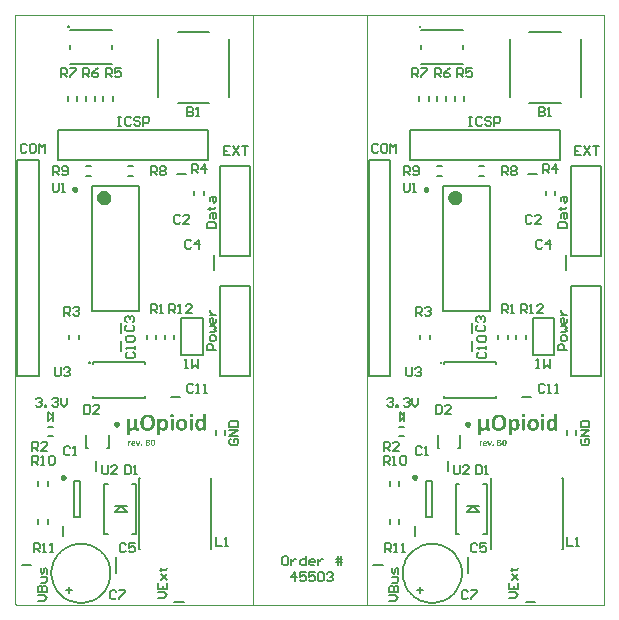
<source format=gto>
%FSTAX44Y44*%
%MOMM*%
%SFA1B1*%

%IPPOS*%
%ADD30C,0.599999*%
%ADD42C,0.100000*%
%ADD43C,0.177800*%
%ADD44C,0.250000*%
%ADD45C,0.200000*%
%ADD46C,0.154000*%
%ADD47C,0.127000*%
%ADD48C,0.150000*%
%LNuopioid_-_rev.b0_-_panel-1*%
%LPD*%
G36*
X00855887Y00662594D02*
X0085624Y00662571D01*
X00856663Y00662524*
X00857085Y00662453*
X00857532Y00662359*
X00857978Y00662218*
X00858002*
X00858025Y00662195*
X00858166Y00662148*
X00858378Y00662054*
X0085866Y00661913*
X00858941Y00661748*
X0085927Y00661537*
X00859576Y00661278*
X00859881Y00660996*
X00859905Y00660949*
X00859999Y00660855*
X0086014Y00660668*
X00860328Y00660433*
X00860516Y00660127*
X00860704Y00659775*
X00860892Y00659352*
X00861056Y00658905*
Y00658882*
X00861079Y00658858*
X00861103Y00658788*
X00861126Y00658694*
X0086115Y00658576*
X00861173Y00658412*
X00861267Y0065806*
X00861338Y00657637*
X00861385Y00657143*
X00861432Y00656556*
X00861455Y00655945*
Y00655922*
Y00655875*
Y00655781*
Y00655663*
X00861432Y00655522*
Y00655358*
X00861409Y00654982*
X00861362Y00654512*
X00861267Y00654042*
X00861173Y00653525*
X00861032Y00653032*
Y00653008*
X00861009Y00652985*
X00860985Y00652914*
X00860962Y0065282*
X00860868Y00652585*
X00860727Y0065228*
X00860563Y00651927*
X00860351Y00651575*
X00860116Y00651199*
X00859834Y00650847*
X00859787Y006508*
X00859693Y00650706*
X00859529Y00650541*
X00859294Y00650353*
X00858988Y00650118*
X0085866Y00649907*
X0085826Y00649672*
X00857837Y00649484*
X00857814*
X0085779Y00649461*
X0085772Y00649437*
X00857626Y00649414*
X00857391Y00649343*
X00857062Y00649249*
X00856663Y00649155*
X00856193Y00649084*
X00855676Y00649038*
X00855112Y00649014*
X00854853*
X00854712Y00649038*
X00854571*
X00854195Y00649061*
X00853796Y00649108*
X0085335Y00649179*
X0085288Y00649273*
X00852433Y00649414*
X0085241*
X00852386Y00649437*
X00852245Y00649484*
X00852034Y00649578*
X00851776Y00649719*
X0085147Y00649883*
X00851165Y00650095*
X00850836Y00650353*
X0085053Y00650635*
X00850507Y00650682*
X00850413Y00650776*
X00850272Y00650964*
X00850107Y00651199*
X00849919Y00651505*
X00849731Y00651857*
X00849567Y0065228*
X00849403Y00652726*
Y0065275*
X00849379Y00652773*
Y00652867*
X00849356Y00652961*
X00849308Y00653079*
X00849285Y0065322*
X00849214Y00653572*
X00849144Y00654018*
X00849097Y00654535*
X0084905Y00655099*
X00849027Y00655734*
Y00655757*
Y00655804*
Y00655898*
Y00655992*
X0084905Y00656133*
Y00656298*
X00849074Y00656673*
X00849122Y0065712*
X00849191Y0065759*
X00849285Y00658083*
X00849426Y00658576*
Y006586*
X0084945Y00658623*
X00849473Y00658694*
X00849497Y00658788*
X00849591Y00659023*
X00849731Y00659328*
X00849896Y00659681*
X00850107Y00660033*
X00850342Y00660409*
X00850624Y00660762*
X00850671Y00660808*
X00850765Y00660902*
X0085093Y00661067*
X00851165Y00661278*
X00851447Y0066149*
X00851799Y00661725*
X00852175Y00661936*
X00852598Y00662124*
X00852621*
X00852645Y00662148*
X00852715Y00662171*
X00852809Y00662195*
X00853068Y00662289*
X00853397Y00662383*
X00853796Y00662453*
X00854266Y00662547*
X00854783Y00662594*
X00855347Y00662618*
X00855723*
X00855887Y00662594*
G37*
G36*
X00840663Y00640169D02*
X00840672D01*
X008407Y0064016*
X00840746Y00640151*
X00840792Y00640141*
X00840802*
X00840829Y00640132*
X00840903Y00640114*
X00840912*
X00840931Y00640104*
X00840949Y00640095*
X00840968Y00640077*
X00840977*
X00840986Y00640067*
X00841005Y00640031*
X00841014Y00640012*
Y00639994*
X00841023Y00639966*
Y00639957*
X00841033Y00639938*
Y00639901*
Y00639845*
Y00639827*
X00841042Y0063979*
Y00639716*
Y00639614*
Y00639605*
Y00639587*
Y00639531*
Y00639448*
X00841033Y00639374*
Y00639365*
X00841023Y00639328*
X00841014Y00639282*
X00841005Y00639235*
Y00639226*
X00840996Y00639208*
X00840977Y0063918*
X00840959Y00639161*
X0084094Y00639152*
X00840922Y00639143*
X00840875*
X0084082Y00639152*
X00840811*
X00840792Y00639161*
X00840765Y00639171*
X00840728Y0063918*
X00840718*
X008407Y00639189*
X00840663Y00639208*
X00840617Y00639217*
X00840607*
X0084058Y00639226*
X00840543Y00639235*
X00840441*
X00840386Y00639217*
X00840321Y00639198*
X00840302Y00639189*
X00840265Y00639171*
X0084021Y00639134*
X00840145Y00639087*
X00840127Y00639078*
X0084009Y00639032*
X00840034Y00638977*
X0083996Y00638893*
Y00638884*
X00839942Y00638875*
X00839923Y00638847*
X00839905Y0063881*
X0083984Y00638718*
X00839757Y00638597*
Y00636378*
Y00636369*
Y00636351*
X00839748Y00636332*
X00839729Y00636305*
X0083972*
X00839711Y00636286*
X00839683Y00636277*
X00839646Y00636258*
X00839637*
X00839609Y00636249*
X00839553*
X00839489Y0063624*
X0083947*
X00839424Y0063623*
X0083935Y00636221*
X00839165*
X00839082Y0063623*
X00838999Y0063624*
X0083898*
X00838943Y00636249*
X00838897*
X00838851Y00636258*
X00838841*
X00838823Y00636268*
X00838795Y00636286*
X00838767Y00636305*
Y00636314*
X00838758Y00636323*
X00838749Y00636378*
Y00639938*
Y00639947*
Y00639966*
X00838767Y00640012*
Y00640021*
X00838786Y00640031*
X00838804Y0064004*
X00838832Y00640058*
X00838841*
X00838869Y00640067*
X00838915Y00640077*
X00838971Y00640086*
X00838989*
X00839026Y00640095*
X00839091Y00640104*
X00839248*
X00839322Y00640095*
X00839387Y00640086*
X00839405*
X00839433Y00640077*
X00839479Y00640067*
X00839516Y00640058*
X00839526*
X00839544Y00640049*
X00839563Y00640031*
X00839581Y00640012*
X0083959Y00640003*
X008396Y00639994*
X00839609Y00639966*
Y00639938*
Y00639494*
X00839618Y00639504*
X00839637Y00639531*
X00839655Y00639568*
X00839692Y00639614*
X00839775Y00639725*
X00839868Y00639827*
X00839877Y00639836*
X00839886Y00639845*
X00839951Y00639901*
X00840025Y00639966*
X00840108Y00640031*
X00840117*
X00840127Y0064004*
X00840182Y00640077*
X00840247Y00640114*
X0084033Y00640141*
X00840339*
X00840349Y00640151*
X00840404Y0064016*
X00840469Y00640169*
X00840552Y00640178*
X00840626*
X00840663Y00640169*
G37*
G36*
X00876398Y00659023D02*
X00876586Y00658999D01*
X00876633*
X00876727Y00658976*
X00876868Y00658952*
X00876986Y00658905*
X00877009*
X00877056Y00658882*
X00877127Y00658835*
X00877197Y00658788*
X00877221Y00658764*
X00877244Y00658741*
X00877268Y0065867*
Y006586*
Y00649578*
Y00649554*
Y00649508*
X00877244Y00649461*
X00877197Y0064939*
X00877174*
X0087715Y00649343*
X0087708Y0064932*
X00876986Y00649273*
X00876962*
X00876892Y00649249*
X00876751*
X00876586Y00649226*
X00876539*
X00876422Y00649202*
X00876234Y00649179*
X00875764*
X00875552Y00649202*
X00875341Y00649226*
X00875294*
X008752Y00649249*
X00875082*
X00874965Y00649273*
X00874942*
X00874895Y00649296*
X00874824Y00649343*
X00874754Y0064939*
Y00649414*
X0087473Y00649437*
X00874707Y00649578*
Y006586*
Y00658623*
Y0065867*
X00874754Y00658788*
X00874777Y00658811*
X00874801Y00658835*
X00874871Y00658858*
X00874965Y00658905*
X00874989Y00658929*
X00875059Y00658952*
X00875177Y00658976*
X00875341Y00658999*
X00875388*
X00875529Y00659023*
X00875717Y00659046*
X00876187*
X00876398Y00659023*
G37*
G36*
X00884645Y00659211D02*
X0088495Y00659187D01*
X00885279Y0065914*
X00885632Y00659093*
X00885984Y00658999*
X00886337Y00658882*
X00886384Y00658858*
X00886478Y00658811*
X00886642Y00658741*
X00886853Y00658647*
X00887088Y00658506*
X00887323Y00658342*
X00887558Y00658154*
X00887793Y00657919*
X00887817Y00657895*
X00887887Y00657801*
X00888005Y0065766*
X00888122Y00657496*
X00888263Y00657261*
X00888404Y00656979*
X00888545Y00656673*
X00888663Y00656345*
X00888686Y00656298*
X0088871Y0065618*
X00888757Y00655992*
X00888827Y00655734*
X00888874Y00655405*
X00888921Y00655052*
X00888945Y00654653*
X00888968Y00654207*
Y00654183*
Y0065416*
Y00654018*
X00888945Y00653783*
X00888921Y00653502*
X00888898Y00653196*
X00888851Y0065282*
X00888757Y00652468*
X00888663Y00652092*
X00888639Y00652045*
X00888616Y00651927*
X00888522Y00651764*
X00888428Y00651528*
X0088831Y0065127*
X00888146Y00650988*
X00887958Y00650706*
X00887723Y00650447*
X00887699Y00650424*
X00887605Y0065033*
X00887488Y00650212*
X008873Y00650071*
X00887065Y00649883*
X00886806Y00649719*
X00886501Y00649554*
X00886172Y0064939*
X00886125Y00649367*
X00886008Y00649343*
X0088582Y00649273*
X00885538Y00649202*
X00885232Y00649132*
X00884856Y00649084*
X00884434Y00649038*
X00883987Y00649014*
X00883776*
X00883564Y00649038*
X00883282Y00649061*
X00882953Y00649084*
X00882601Y00649155*
X00882249Y00649226*
X00881896Y00649343*
X00881849Y00649367*
X00881755Y00649414*
X00881591Y00649484*
X0088138Y00649578*
X00881144Y00649719*
X00880886Y00649883*
X00880651Y00650095*
X00880416Y00650306*
X00880392Y0065033*
X00880322Y00650424*
X00880205Y00650565*
X00880087Y00650753*
X00879946Y00650988*
X00879805Y00651246*
X00879664Y00651552*
X00879547Y0065188*
Y00651927*
X008795Y00652045*
X00879453Y00652233*
X00879406Y00652491*
X00879359Y0065282*
X00879312Y00653173*
X00879288Y00653572*
X00879265Y00654018*
Y00654042*
Y00654065*
Y00654207*
X00879288Y00654441*
X00879312Y00654723*
X00879335Y00655052*
X00879406Y00655405*
X00879476Y00655757*
X0087957Y00656133*
X00879594Y0065618*
X00879617Y00656298*
X00879711Y00656486*
X00879805Y00656697*
X00879922Y00656955*
X00880087Y00657237*
X00880275Y00657519*
X00880486Y00657778*
X0088051Y00657801*
X00880604Y00657895*
X00880745Y00658013*
X00880909Y00658177*
X00881144Y00658342*
X00881403Y0065853*
X00881708Y00658694*
X00882037Y00658858*
X00882084Y00658882*
X00882202Y00658929*
X0088239Y00658976*
X00882671Y00659046*
X00882977Y00659117*
X00883353Y00659187*
X00883776Y00659211*
X00884222Y00659234*
X00884434*
X00884645Y00659211*
G37*
G36*
X00848827Y00640095D02*
X00848845D01*
X00848882Y00640086*
X00848928Y00640077*
X00848975Y00640058*
X00848984*
X00849002Y00640049*
X0084903Y00640031*
X00849049Y00640012*
X00849058Y00639994*
X00849067Y00639947*
Y00639929*
Y00639892*
Y00639873*
X00849058Y00639827*
Y00639818*
X00849049Y00639809*
X00849039Y00639753*
Y00639744*
X0084903Y00639725*
X00849021Y00639699*
X00849012Y00639661*
X00847939Y00636434*
Y00636425*
X0084793Y00636388*
X00847911Y00636351*
X00847884Y00636314*
X00847874Y00636305*
X00847856Y00636295*
X00847828Y00636277*
X00847773Y00636258*
X00847764*
X00847717Y00636249*
X00847653Y0063624*
X0084756Y0063623*
X00847468*
X00847421Y00636221*
X00847098*
X00846978Y0063623*
X00846867Y0063624*
X00846848*
X00846793Y00636249*
X00846719Y00636258*
X00846654Y00636268*
X00846645*
X00846617Y00636286*
X0084658Y00636295*
X00846543Y00636323*
Y00636332*
X00846525Y00636351*
X00846515Y00636388*
X00846497Y00636434*
X00845424Y00639661*
Y0063967*
X00845406Y00639707*
X00845397Y00639753*
X00845378Y00639799*
Y00639809*
Y00639836*
X00845369Y00639864*
Y00639892*
Y00639901*
Y0063991*
Y00639947*
Y00639957*
Y00639966*
X00845387Y00640012*
X00845397Y00640021*
X00845406Y00640031*
X00845434Y0064004*
X00845471Y00640058*
X0084548Y00640067*
X00845507Y00640077*
X00845554Y00640086*
X00845619Y00640095*
X00845637*
X00845693Y00640104*
X00845961*
X00846053Y00640095*
X00846136Y00640086*
X00846155*
X00846192Y00640077*
X00846247Y00640067*
X00846293Y00640058*
X00846303*
X00846321Y00640049*
X00846349Y00640031*
X00846367Y00640003*
X00846377Y00639994*
X00846386Y00639984*
X00846414Y00639929*
X00847218Y00637312*
X00847246Y00637211*
X00847273Y00637312*
X00848069Y00639929*
Y00639938*
X00848078Y00639957*
X00848106Y00640003*
X00848115Y00640012*
X00848124Y00640021*
X00848152Y0064004*
X00848189Y00640058*
X00848198*
X00848226Y00640067*
X00848272Y00640077*
X00848337Y00640086*
X00848355*
X00848401Y00640095*
X00848485Y00640104*
X00848753*
X00848827Y00640095*
G37*
G36*
X00860088Y006415D02*
X00860208Y00641491D01*
X00860347Y00641463*
X00860495Y00641436*
X00860643Y0064139*
X00860781Y00641325*
X008608Y00641316*
X00860837Y00641288*
X00860901Y00641251*
X00860985Y00641186*
X00861068Y00641112*
X0086116Y00641029*
X00861253Y00640918*
X00861336Y00640798*
X00861345Y00640779*
X00861373Y00640733*
X00861401Y00640668*
X00861447Y00640567*
X00861493Y00640446*
X00861539Y00640299*
X00861586Y00640141*
X00861623Y00639966*
Y00639957*
Y00639947*
X00861632Y0063992*
Y00639882*
X00861641Y00639836*
X0086165Y00639781*
X00861669Y00639642*
X00861678Y00639476*
X00861697Y00639291*
X00861706Y00639078*
Y00638847*
Y00638838*
Y00638819*
Y00638782*
Y00638745*
Y0063869*
X00861697Y00638625*
Y00638477*
X00861678Y00638302*
X0086166Y00638117*
X00861641Y00637923*
X00861604Y00637728*
Y00637719*
Y0063771*
X00861595Y00637682*
X00861586Y00637645*
X00861558Y00637553*
X00861521Y00637432*
X00861475Y00637303*
X00861419Y00637155*
X00861355Y00637016*
X00861271Y00636878*
X00861262Y00636859*
X00861234Y00636822*
X00861179Y00636757*
X00861114Y00636684*
X00861031Y00636591*
X00860929Y00636508*
X00860818Y00636415*
X00860689Y00636342*
X0086067Y00636332*
X00860624Y00636314*
X0086055Y00636286*
X00860439Y00636249*
X0086031Y00636212*
X00860162Y00636184*
X00859995Y00636166*
X00859801Y00636157*
X00859718*
X00859616Y00636166*
X00859496Y00636175*
X00859358Y00636203*
X0085921Y0063623*
X00859062Y00636277*
X00858923Y00636332*
X00858904Y00636342*
X00858867Y00636369*
X00858803Y00636406*
X00858719Y00636471*
X00858636Y00636545*
X00858544Y00636637*
X00858451Y00636739*
X00858368Y00636859*
X00858359Y00636878*
X00858331Y00636924*
X00858304Y00636998*
X00858257Y0063709*
X00858211Y00637211*
X00858165Y00637359*
X00858119Y00637516*
X00858082Y00637691*
Y00637701*
Y0063771*
X00858072Y00637738*
Y00637774*
X00858063Y00637821*
Y00637876*
X00858045Y00638015*
X00858035Y00638181*
X00858017Y00638366*
X00858008Y00638579*
Y0063881*
Y00638819*
Y00638838*
Y00638866*
Y00638912*
Y00638967*
X00858017Y00639032*
Y0063918*
X00858035Y00639346*
X00858054Y0063954*
X00858072Y00639725*
X00858109Y0063992*
Y00639929*
X00858119Y00639938*
Y00639966*
X00858128Y00640003*
X00858156Y00640095*
X00858193Y00640215*
X0085823Y00640354*
X00858285Y00640493*
X00858359Y00640641*
X00858433Y00640779*
X00858442Y00640798*
X0085847Y00640835*
X00858525Y00640899*
X0085859Y00640983*
X00858673Y00641066*
X00858775Y00641158*
X00858886Y00641242*
X00859015Y00641316*
X00859034Y00641325*
X0085908Y00641343*
X00859163Y0064138*
X00859265Y00641417*
X00859394Y00641445*
X00859542Y00641482*
X00859718Y006415*
X00859903Y0064151*
X00859995*
X00860088Y006415*
G37*
G36*
X00843427Y00640169D02*
X00843538Y0064016D01*
X00843658Y00640141*
X00843788Y00640123*
X00843917Y00640086*
X00844037Y0064004*
X00844056Y00640031*
X00844093Y00640012*
X00844148Y00639984*
X00844222Y00639947*
X00844306Y00639892*
X00844398Y00639827*
X00844481Y00639753*
X00844565Y0063967*
X00844574Y00639661*
X00844602Y00639633*
X00844639Y00639577*
X00844675Y00639513*
X00844731Y0063943*
X00844777Y00639337*
X00844823Y00639235*
X0084486Y00639115*
X0084487Y00639097*
X00844879Y0063906*
X00844897Y00638995*
X00844916Y00638912*
X00844934Y0063881*
X00844944Y0063869*
X00844962Y0063857*
Y00638431*
Y00638265*
Y00638255*
Y00638237*
Y006382*
X00844953Y00638163*
X00844925Y0063808*
X00844879Y00637996*
X0084486Y00637987*
X00844823Y00637959*
X00844749Y00637923*
X00844648Y00637913*
X00842484*
Y00637904*
Y00637876*
Y0063783*
X00842494Y00637774*
X00842503Y00637636*
X00842531Y00637488*
Y00637479*
X0084254Y0063746*
X00842558Y00637423*
X00842577Y00637377*
X00842632Y00637275*
X00842706Y00637174*
X00842715Y00637164*
X00842725Y00637155*
X00842752Y00637127*
X00842789Y006371*
X00842882Y00637035*
X00843011Y00636979*
X0084302*
X00843048Y0063697*
X00843085Y00636961*
X00843141Y00636952*
X00843205Y00636933*
X0084328Y00636924*
X00843363Y00636915*
X00843548*
X00843612Y00636924*
X0084376Y00636933*
X00843917Y00636952*
X00843927*
X00843954Y00636961*
X00843991Y0063697*
X00844037Y00636979*
X00844148Y00636998*
X00844259Y00637026*
X00844269*
X00844287Y00637035*
X00844343Y00637053*
X00844426Y00637081*
X008445Y00637109*
X00844509*
X00844518Y00637118*
X00844555Y00637137*
X00844611Y00637146*
X00844666Y00637155*
X00844685*
X00844722Y00637137*
X00844731*
X0084474Y00637127*
X00844759Y00637081*
Y00637072*
X00844768Y00637063*
X00844777Y00637026*
X00844786Y00636979*
Y0063697*
X00844796Y00636933*
Y00636887*
Y00636822*
Y00636804*
Y00636767*
Y0063672*
X00844786Y00636665*
Y00636656*
Y00636628*
X00844777Y00636563*
Y00636554*
X00844768Y00636536*
X00844749Y00636489*
X0084474Y00636471*
X00844703Y00636434*
Y00636425*
X00844675Y00636415*
X00844639Y00636388*
X00844602Y00636369*
X00844565Y00636351*
X00844555*
X00844546Y00636342*
X00844518Y00636332*
X00844491Y00636323*
X00844389Y00636295*
X00844269Y00636268*
X00844259*
X00844241Y00636258*
X00844204*
X00844148Y00636249*
X00844093Y0063623*
X00844019Y00636221*
X00843862Y00636193*
X00843853*
X00843825Y00636184*
X00843779*
X00843714Y00636175*
X0084364Y00636166*
X00843557*
X00843363Y00636157*
X0084328*
X00843196Y00636166*
X00843076Y00636175*
X00842946Y00636184*
X00842808Y00636203*
X0084266Y0063623*
X00842521Y00636268*
X00842503Y00636277*
X00842466Y00636286*
X00842401Y00636323*
X00842318Y0063636*
X00842225Y00636406*
X00842124Y00636471*
X00842022Y00636545*
X00841929Y00636628*
X0084192Y00636637*
X00841892Y00636674*
X00841846Y0063673*
X00841791Y00636804*
X00841735Y00636887*
X0084168Y00636998*
X00841615Y00637118*
X00841569Y00637247*
Y00637266*
X0084155Y00637312*
X00841532Y00637396*
X00841513Y00637497*
X00841495Y00637627*
X00841477Y00637774*
X00841467Y00637941*
X00841458Y00638126*
Y00638135*
Y00638144*
Y00638172*
Y00638209*
X00841467Y00638292*
X00841477Y00638413*
X00841486Y00638542*
X00841513Y00638681*
X00841541Y00638828*
X00841578Y00638977*
X00841587Y00638995*
X00841597Y00639041*
X00841624Y00639115*
X00841671Y00639208*
X00841717Y00639309*
X00841782Y00639411*
X00841846Y00639522*
X00841929Y00639624*
X00841939Y00639633*
X00841976Y0063967*
X00842022Y00639716*
X00842096Y00639772*
X00842179Y00639845*
X00842281Y0063991*
X00842392Y00639975*
X00842512Y00640031*
X00842531Y0064004*
X00842577Y00640058*
X00842641Y00640077*
X00842734Y00640104*
X00842845Y00640132*
X00842974Y0064016*
X00843122Y00640169*
X0084327Y00640178*
X00843344*
X00843427Y00640169*
G37*
G36*
X00855641Y00641408D02*
X0085577Y00641399D01*
X008559Y0064138*
X00856038Y00641362*
X00856168Y00641334*
X00856186*
X00856223Y00641316*
X00856288Y00641297*
X00856362Y00641269*
X00856454Y00641232*
X00856547Y00641195*
X00856639Y0064114*
X00856722Y00641085*
X00856732Y00641075*
X00856759Y00641057*
X00856806Y0064102*
X00856852Y00640974*
X00856907Y00640918*
X00856972Y00640844*
X00857028Y0064077*
X00857074Y00640678*
X00857083Y00640668*
X00857092Y00640631*
X00857111Y00640585*
X00857139Y0064052*
X00857157Y00640428*
X00857176Y00640336*
X00857185Y00640225*
X00857194Y00640104*
Y00640095*
Y00640067*
Y00640031*
X00857185Y00639984*
X00857176Y00639873*
X00857139Y00639744*
Y00639735*
X00857129Y00639716*
X0085712Y00639688*
X00857102Y00639642*
X00857065Y0063955*
X00857Y00639439*
Y0063943*
X00856981Y0063942*
X00856935Y00639365*
X00856861Y00639291*
X00856769Y00639208*
X00856759*
X0085675Y00639189*
X00856722Y00639171*
X00856685Y00639152*
X00856593Y00639097*
X00856473Y00639041*
X00856482*
X0085651Y00639032*
X00856547Y00639023*
X00856602Y00639004*
X00856732Y00638958*
X0085687Y00638893*
X0085688*
X00856898Y00638875*
X00856935Y00638856*
X00856981Y00638828*
X00857083Y00638745*
X00857194Y00638644*
X00857203Y00638634*
X00857222Y00638616*
X0085724Y00638579*
X00857277Y00638542*
X00857305Y00638486*
X00857342Y00638422*
X00857416Y00638274*
Y00638265*
X00857425Y00638237*
X00857444Y00638191*
X00857462Y00638135*
X00857471Y00638061*
X0085749Y00637978*
X00857499Y00637794*
Y00637784*
Y00637747*
Y00637691*
X0085749Y00637627*
X00857481Y00637553*
X00857462Y00637469*
X00857416Y00637294*
Y00637284*
X00857407Y00637257*
X00857388Y00637211*
X0085736Y00637164*
X00857296Y00637035*
X00857203Y00636896*
X00857194Y00636887*
X00857185Y00636869*
X00857157Y00636841*
X0085712Y00636795*
X00857018Y00636702*
X00856889Y006366*
X0085688Y00636591*
X00856861Y00636582*
X00856815Y00636554*
X00856769Y00636526*
X00856713Y00636499*
X00856639Y00636462*
X00856482Y00636397*
X00856473*
X00856445Y00636388*
X00856399Y00636369*
X00856343Y0063636*
X00856269Y00636342*
X00856186Y00636323*
X00856001Y00636286*
X00855992*
X00855955Y00636277*
X00855909*
X00855835Y00636268*
X00855752Y00636258*
X00855659*
X00855548Y00636249*
X00854041*
X00853986Y00636258*
X00853912Y00636277*
X00853838Y00636323*
X00853829Y00636342*
X00853801Y00636378*
X00853764Y00636462*
X00853755Y00636508*
Y00636573*
Y00641085*
Y00641094*
Y00641112*
X00853764Y0064114*
Y00641186*
X00853792Y0064126*
X0085381Y00641306*
X00853838Y00641334*
X00853856Y00641343*
X00853903Y0064138*
X00853967Y00641408*
X0085406Y00641417*
X0085553*
X00855641Y00641408*
G37*
G36*
X00850361Y00637423D02*
X00850435Y00637414D01*
X00850583Y00637377*
X00850657Y00637349*
X00850713Y00637303*
X00850722Y00637294*
X00850731Y00637275*
X0085075Y00637247*
X00850778Y00637192*
X00850805Y00637127*
X00850824Y00637044*
X00850833Y00636942*
X00850842Y00636822*
Y00636804*
Y00636757*
X00850833Y00636693*
X00850824Y00636619*
X00850787Y00636452*
X00850759Y00636369*
X00850713Y00636314*
X00850704Y00636305*
X00850685Y00636295*
X00850657Y00636277*
X00850602Y00636258*
X00850537Y0063623*
X00850463Y00636212*
X00850361Y00636203*
X00850241Y00636193*
X00850186*
X0085013Y00636203*
X00850056Y00636212*
X00849909Y00636249*
X00849835Y00636277*
X00849779Y00636314*
X0084977Y00636323*
X00849761Y00636342*
X00849742Y00636369*
X00849724Y00636425*
X00849696Y00636489*
X00849677Y00636573*
X00849668Y00636674*
X00849659Y00636795*
Y00636813*
Y00636859*
X00849668Y00636924*
X00849677Y00636998*
X00849714Y00637174*
X00849742Y00637247*
X00849788Y00637303*
X00849798Y00637312*
X00849816Y00637322*
X00849844Y0063734*
X00849899Y00637368*
X00849955Y00637396*
X00850038Y00637414*
X0085014Y00637423*
X0085025Y00637432*
X00850306*
X00850361Y00637423*
G37*
G36*
X0089268Y00659023D02*
X00892868Y00658999D01*
X00892915*
X00893009Y00658976*
X0089315Y00658952*
X00893268Y00658905*
X00893291*
X00893338Y00658882*
X00893409Y00658835*
X00893479Y00658788*
X00893503Y00658764*
X00893526Y00658741*
X0089355Y0065867*
Y006586*
Y00649578*
Y00649554*
Y00649508*
X00893526Y00649461*
X00893479Y0064939*
X00893456*
X00893432Y00649343*
X00893362Y0064932*
X00893268Y00649273*
X00893244*
X00893174Y00649249*
X00893033*
X00892868Y00649226*
X00892821*
X00892704Y00649202*
X00892516Y00649179*
X00892046*
X00891834Y00649202*
X00891623Y00649226*
X00891576*
X00891482Y00649249*
X00891365*
X00891247Y00649273*
X00891224*
X00891177Y00649296*
X00891106Y00649343*
X00891036Y0064939*
Y00649414*
X00891012Y00649437*
X00890989Y00649578*
Y006586*
Y00658623*
Y0065867*
X00891036Y00658788*
X00891059Y00658811*
X00891083Y00658835*
X00891153Y00658858*
X00891247Y00658905*
X00891271Y00658929*
X00891341Y00658952*
X00891459Y00658976*
X00891623Y00658999*
X0089167*
X00891811Y00659023*
X00891999Y00659046*
X00892469*
X0089268Y00659023*
G37*
G36*
X00869326Y00659211D02*
X00869561Y00659187D01*
X0086982Y0065914*
X00870102Y0065907*
X00870384Y00658976*
X00870666Y00658835*
X00870689Y00658811*
X00870783Y00658764*
X008709Y0065867*
X00871065Y00658553*
X00871253Y00658389*
X00871441Y00658201*
X00871629Y00657989*
X00871793Y00657754*
X00871817Y00657731*
X00871864Y00657637*
X00871958Y00657496*
X00872052Y00657308*
X00872146Y00657073*
X00872263Y00656791*
X00872357Y00656486*
X00872451Y00656157*
Y0065611*
X00872475Y00655992*
X00872522Y00655828*
X00872569Y00655593*
X00872592Y00655311*
X00872639Y00654982*
X00872663Y00654629*
Y00654253*
Y0065423*
Y00654207*
Y00654136*
Y00654042*
X00872639Y00653807*
Y00653525*
X00872592Y00653173*
X00872545Y0065282*
X00872475Y00652444*
X00872381Y00652068*
Y00652021*
X00872334Y00651904*
X00872263Y00651739*
X00872193Y00651505*
X00872075Y00651246*
X00871958Y00650964*
X00871793Y00650682*
X00871629Y00650424*
X00871605Y006504*
X00871535Y00650306*
X00871441Y00650189*
X008713Y00650048*
X00871112Y0064986*
X008709Y00649695*
X00870642Y00649531*
X00870384Y00649367*
X0087036Y00649343*
X00870266Y0064932*
X00870102Y00649249*
X00869914Y00649202*
X00869655Y00649132*
X00869373Y00649061*
X00869068Y00649038*
X00868715Y00649014*
X00868574*
X0086848Y00649038*
X00868246Y00649061*
X00867987Y00649108*
X00867964*
X0086794Y00649132*
X00867776Y00649155*
X00867564Y00649226*
X00867329Y0064932*
X00867306*
X00867283Y00649343*
X00867141Y00649414*
X00866953Y00649531*
X00866718Y00649695*
X00866695*
X00866671Y00649742*
X0086653Y0064986*
X00866342Y00650024*
X00866107Y00650259*
Y00646007*
Y00645983*
Y0064596*
X00866084Y00645889*
X00866037Y00645842*
X00866013Y00645819*
X0086599Y00645795*
X00865919Y00645748*
X00865825Y00645701*
X00865802*
X00865731Y00645654*
X00865591Y00645631*
X00865426Y00645607*
X00865379*
X00865262Y00645584*
X00865074Y0064556*
X00864604*
X00864392Y00645584*
X00864181Y00645607*
X00864134*
X0086404Y00645631*
X00863922Y00645654*
X00863805Y00645701*
X00863781*
X00863735Y00645748*
X00863664Y00645772*
X00863594Y00645842*
Y00645866*
X0086357Y00645889*
X00863547Y00646007*
Y00658623*
Y00658647*
Y00658694*
X00863594Y00658811*
Y00658835*
X00863641Y00658858*
X00863688Y00658882*
X00863758Y00658929*
X00863781*
X00863852Y00658952*
X00863946Y00658976*
X00864087Y00658999*
X00864134*
X00864228Y00659023*
X00864416Y00659046*
X00864815*
X00864956Y00659023*
X00865121Y00658999*
X00865168*
X00865238Y00658976*
X00865356Y00658952*
X0086545Y00658929*
X00865473*
X0086552Y00658905*
X00865591Y00658858*
X00865638Y00658811*
X00865661Y00658788*
X00865685Y00658764*
X00865708Y00658694*
Y00658623*
Y00657566*
X00865731Y0065759*
X00865778Y00657637*
X00865849Y00657707*
X00865943Y00657825*
X00866178Y0065806*
X0086646Y00658295*
X00866483Y00658318*
X0086653Y00658342*
X00866601Y00658412*
X00866718Y00658483*
X00866977Y00658647*
X00867259Y00658811*
X00867283*
X00867329Y00658858*
X008674Y00658882*
X00867517Y00658929*
X00867776Y00659023*
X00868057Y00659117*
X00868081*
X00868128Y0065914*
X00868222Y00659164*
X0086834Y00659187*
X00868621Y00659211*
X00868974Y00659234*
X00869138*
X00869326Y00659211*
G37*
G36*
X00845526Y00659023D02*
X00845714Y00658999D01*
X00845761*
X00845855Y00658976*
X00845996Y00658952*
X00846113Y00658929*
X00846137*
X00846184Y00658905*
X00846254Y00658858*
X00846325Y00658811*
X00846348Y00658788*
X00846372Y00658764*
X00846395Y00658694*
Y00658623*
Y00652374*
Y0065235*
Y00652327*
Y00652162*
Y00651974*
X00846419Y00651786*
Y00651739*
X00846442Y00651645*
X00846489Y00651528*
X00846536Y00651411*
X0084656Y00651387*
X00846607Y0065134*
X00846677Y0065127*
X00846771Y00651199*
X00846795*
X00846865Y00651176*
X00846982Y00651152*
X00847358*
X00847382Y00651176*
X00847523*
X00847546Y00651199*
X00847664*
X00847687Y00651223*
X00847805*
X00847875Y00651199*
X00847899Y00651176*
X00847922Y00651129*
X00847946Y00651058*
Y00651035*
X00847969Y00650988*
X00847993Y00650894*
X00848016Y00650776*
Y00650753*
X0084804Y00650659*
Y00650518*
Y0065033*
Y00650306*
Y00650259*
Y00650165*
Y00650071*
X00848016Y00649836*
X00847969Y00649625*
Y00649578*
X00847946Y00649508*
X00847899Y0064939*
X00847828Y0064932*
X00847805*
X00847758Y00649273*
X00847687Y00649249*
X00847593Y00649202*
X0084757*
X00847499Y00649179*
X00847405Y00649155*
X00847264Y00649108*
X00847241*
X00847147Y00649084*
X00847006Y00649061*
X00846865Y00649038*
X00846724*
X00846583Y00649014*
X00846278*
X00846113Y00649038*
X00845902Y00649061*
X00845667Y00649084*
X00845408Y00649155*
X00845173Y00649226*
X00844938Y00649343*
X00844915Y00649367*
X00844845Y00649414*
X00844751Y00649508*
X00844633Y00649625*
X00844492Y00649789*
X00844351Y00649977*
X00844234Y00650236*
X00844116Y00650518*
X00844093Y00650494*
X00843999Y006504*
X00843881Y00650259*
X00843717Y00650095*
X00843505Y00649907*
X00843294Y00649719*
X00843035Y00649554*
X008428Y00649414*
X00842777Y0064939*
X00842683Y00649367*
X00842566Y0064932*
X00842401Y00649249*
X00842189Y00649179*
X00841978Y00649132*
X00841743Y00649108*
X00841508Y00649084*
X00841344*
X00841226Y00649108*
X00840968Y00649132*
X00840686Y00649202*
X00840662*
X00840639Y00649226*
X00840474Y00649296*
X0084031Y00649414*
X00840122Y00649601*
Y00649578*
Y00649554*
X00840145Y00649437*
Y00649249*
X00840169Y00649038*
Y00649014*
Y00648991*
X00840192Y0064885*
X00840216Y00648662*
X00840239Y0064845*
Y00648427*
Y00648403*
X00840263Y00648262*
Y00648074*
X00840286Y00647863*
Y00647839*
Y00647816*
X0084031Y00647675*
Y00647487*
Y00647299*
Y00646007*
Y00645983*
Y0064596*
X00840286Y00645889*
X00840239Y00645842*
X00840216Y00645819*
X00840192Y00645795*
X00840122Y00645748*
X00840028Y00645701*
X00840004*
X00839934Y00645654*
X00839793Y00645631*
X00839629Y00645607*
X00839582*
X00839464Y00645584*
X00839276Y0064556*
X00838806*
X00838595Y00645584*
X00838383Y00645607*
X00838336*
X00838242Y00645631*
X00838125Y00645654*
X00838007Y00645701*
X00837984*
X00837937Y00645748*
X00837867Y00645772*
X00837796Y00645842*
Y00645866*
X00837773Y00645889*
X00837749Y00646007*
Y00658623*
Y00658647*
Y00658694*
X00837796Y00658811*
X0083782Y00658835*
X00837843Y00658858*
X00837914Y00658882*
X00838007Y00658929*
X00838031*
X00838101Y00658952*
X00838219Y00658976*
X00838383Y00658999*
X0083843*
X00838571Y00659023*
X00838759Y00659046*
X00839229*
X00839441Y00659023*
X00839629Y00658999*
X00839676*
X0083977Y00658976*
X0083991Y00658952*
X00840028Y00658929*
X00840051*
X00840098Y00658905*
X00840169Y00658858*
X00840239Y00658811*
X00840263Y00658788*
X00840286Y00658764*
X0084031Y00658694*
Y00658623*
Y00653149*
Y00653102*
Y00653008*
X00840333Y00652844*
X00840357Y00652632*
X00840404Y00652421*
X00840474Y00652186*
X00840568Y00651951*
X00840686Y00651739*
X00840709Y00651716*
X00840756Y00651669*
X0084085Y00651575*
X00840968Y00651505*
X00841132Y00651411*
X0084132Y00651317*
X00841555Y0065127*
X00841814Y00651246*
X00841908*
X00842002Y0065127*
X00842119Y00651293*
X00842448Y00651387*
X00842613Y00651458*
X008428Y00651575*
X00842824Y00651599*
X00842894Y00651645*
X00842988Y00651716*
X00843129Y00651833*
X0084327Y00651974*
X00843458Y00652162*
X00843646Y00652374*
X00843858Y00652609*
Y00658623*
Y00658647*
Y00658694*
X00843905Y00658811*
X00843928Y00658835*
X00843952Y00658858*
X00844022Y00658882*
X00844116Y00658929*
X0084414*
X0084421Y00658952*
X00844328Y00658976*
X00844492Y00658999*
X00844539*
X0084468Y00659023*
X00844868Y00659046*
X00845338*
X00845526Y00659023*
G37*
G36*
X00903817Y00663323D02*
X00904005Y00663299D01*
X00904052*
X00904146Y00663276*
X00904287Y00663252*
X00904404Y00663205*
X00904428*
X00904475Y00663182*
X00904545Y00663135*
X00904616Y00663064*
X00904639*
X00904663Y00663017*
X00904686Y0066297*
Y006629*
Y00649578*
Y00649554*
Y00649508*
X00904663Y00649461*
X00904616Y0064939*
X00904569Y00649343*
X00904522Y0064932*
X00904451Y00649273*
X00904428*
X00904357Y00649249*
X00904263Y00649226*
X00904122Y00649202*
X00903981*
X00903817Y00649179*
X0090323*
X00903065Y00649202*
X00903042*
X00902948Y00649226*
X00902854Y00649249*
X00902736Y00649273*
X00902713*
X00902666Y00649296*
X00902548Y0064939*
Y00649414*
X00902525Y00649437*
X00902501Y00649578*
Y00650588*
X00902478Y00650565*
X00902384Y00650471*
X00902243Y0065033*
X00902055Y00650165*
X00901843Y00649977*
X00901608Y00649766*
X00901327Y00649578*
X00901045Y00649414*
X00901021Y0064939*
X00900903Y00649343*
X00900739Y00649296*
X00900551Y00649226*
X00900293Y00649132*
X00899987Y00649084*
X00899682Y00649038*
X00899329Y00649014*
X00899165*
X00898953Y00649038*
X00898718Y00649061*
X00898437Y00649108*
X00898155Y00649179*
X00897849Y00649273*
X00897567Y00649414*
X00897544Y00649437*
X0089745Y00649484*
X00897332Y00649578*
X00897168Y00649695*
X0089698Y0064986*
X00896792Y00650048*
X00896604Y00650259*
X00896416Y00650494*
X00896393Y00650518*
X00896346Y00650612*
X00896275Y00650753*
X00896158Y00650941*
X00896064Y00651176*
X00895946Y00651458*
X00895852Y00651739*
X00895758Y00652068*
Y00652115*
X00895735Y00652233*
X00895711Y00652421*
X00895664Y00652656*
X00895641Y00652938*
X00895594Y00653267*
X0089557Y00653619*
Y00653995*
Y00654018*
Y00654042*
Y00654112*
Y00654207*
X00895594Y00654418*
Y00654723*
X00895641Y00655052*
X00895688Y00655405*
X00895735Y00655781*
X00895829Y00656157*
X00895852Y00656204*
X00895876Y00656321*
X00895946Y00656509*
X00896017Y0065672*
X00896134Y00656979*
X00896252Y00657261*
X00896416Y00657543*
X0089658Y00657801*
X00896604Y00657825*
X00896674Y00657919*
X00896768Y00658036*
X00896909Y00658201*
X00897097Y00658365*
X00897309Y0065853*
X00897544Y00658717*
X00897802Y00658858*
X00897826Y00658882*
X00897943Y00658929*
X00898084Y00658976*
X00898296Y00659046*
X00898554Y00659117*
X00898836Y00659187*
X00899165Y00659211*
X00899517Y00659234*
X00899658*
X00899799Y00659211*
X00899987Y00659187*
X00900199Y00659164*
X00900434Y00659093*
X00900669Y00659023*
X00900903Y00658905*
X00900927Y00658882*
X00901021Y00658858*
X00901139Y00658788*
X00901303Y0065867*
X00901491Y00658553*
X00901702Y00658412*
X00901914Y00658224*
X00902149Y00658013*
Y006629*
Y00662923*
Y00662947*
X00902196Y00663064*
Y00663088*
X00902243Y00663111*
X0090229Y00663158*
X00902384Y00663205*
X00902407Y00663229*
X00902501Y00663252*
X00902619Y00663276*
X00902783Y00663299*
X0090283*
X00902971Y00663323*
X00903159Y00663346*
X00903629*
X00903817Y00663323*
G37*
G36*
X00892539Y00662994D02*
X00892727Y0066297D01*
X00893127Y006629*
X00893291Y00662806*
X00893432Y00662712*
X00893456Y00662688*
X00893479Y00662665*
X00893526Y00662594*
X00893597Y00662477*
X00893644Y00662336*
X00893691Y00662148*
X00893714Y00661936*
X00893738Y00661678*
Y00661654*
Y0066156*
X00893714Y00661419*
X00893691Y00661255*
X00893597Y00660926*
X00893526Y00660762*
X00893409Y00660621*
X00893385*
X00893338Y00660574*
X00893268Y00660527*
X0089315Y0066048*
X00892986Y00660433*
X00892798Y00660386*
X00892539Y00660362*
X00892257Y00660339*
X00892116*
X00891975Y00660362*
X00891787Y00660386*
X00891388Y00660456*
X00891224Y00660527*
X00891083Y00660621*
Y00660644*
X00891036Y00660668*
X00890989Y00660738*
X00890942Y00660855*
X00890895Y00660996*
X00890848Y00661162*
X00890824Y00661372*
X00890801Y00661631*
Y00661654*
Y00661748*
X00890824Y00661889*
X00890848Y00662054*
X00890942Y00662406*
X00891012Y00662571*
X00891106Y00662712*
X0089113Y00662735*
X00891177Y00662759*
X00891247Y00662806*
X00891365Y00662876*
X00891529Y00662923*
X00891717Y0066297*
X00891975Y00662994*
X00892257Y00663017*
X00892398*
X00892539Y00662994*
G37*
G36*
X00876257D02*
X00876445Y0066297D01*
X00876845Y006629*
X00877009Y00662806*
X0087715Y00662712*
X00877174Y00662688*
X00877197Y00662665*
X00877244Y00662594*
X00877316Y00662477*
X00877362Y00662336*
X00877409Y00662148*
X00877432Y00661936*
X00877456Y00661678*
Y00661654*
Y0066156*
X00877432Y00661419*
X00877409Y00661255*
X00877316Y00660926*
X00877244Y00660762*
X00877127Y00660621*
X00877103*
X00877056Y00660574*
X00876986Y00660527*
X00876868Y0066048*
X00876704Y00660433*
X00876516Y00660386*
X00876257Y00660362*
X00875975Y00660339*
X00875834*
X00875693Y00660362*
X00875506Y00660386*
X00875106Y00660456*
X00874942Y00660527*
X00874801Y00660621*
Y00660644*
X00874754Y00660668*
X00874707Y00660738*
X0087466Y00660855*
X00874613Y00660996*
X00874566Y00661162*
X00874542Y00661372*
X00874519Y00661631*
Y00661654*
Y00661748*
X00874542Y00661889*
X00874566Y00662054*
X0087466Y00662406*
X0087473Y00662571*
X00874824Y00662712*
X00874848Y00662735*
X00874895Y00662759*
X00874965Y00662806*
X00875082Y00662876*
X00875247Y00662923*
X00875435Y0066297*
X00875693Y00662994*
X00875975Y00663017*
X00876116*
X00876257Y00662994*
G37*
G36*
X01153387Y00662594D02*
X01153739Y00662571D01*
X01154163Y00662524*
X01154585Y00662453*
X01155032Y00662359*
X01155478Y00662218*
X01155502*
X01155525Y00662195*
X01155666Y00662148*
X01155878Y00662054*
X0115616Y00661913*
X01156441Y00661748*
X0115677Y00661537*
X01157076Y00661278*
X01157381Y00660996*
X01157405Y00660949*
X01157499Y00660855*
X0115764Y00660668*
X01157828Y00660433*
X01158016Y00660127*
X01158204Y00659775*
X01158392Y00659352*
X01158556Y00658905*
Y00658882*
X01158579Y00658858*
X01158603Y00658788*
X01158626Y00658694*
X0115865Y00658576*
X01158673Y00658412*
X01158767Y0065806*
X01158838Y00657637*
X01158885Y00657143*
X01158932Y00656556*
X01158955Y00655945*
Y00655922*
Y00655875*
Y00655781*
Y00655663*
X01158932Y00655522*
Y00655358*
X01158908Y00654982*
X01158862Y00654512*
X01158767Y00654042*
X01158673Y00653525*
X01158532Y00653032*
Y00653008*
X01158509Y00652985*
X01158485Y00652914*
X01158462Y0065282*
X01158368Y00652585*
X01158227Y0065228*
X01158063Y00651927*
X01157851Y00651575*
X01157616Y00651199*
X01157334Y00650847*
X01157287Y006508*
X01157193Y00650706*
X01157029Y00650541*
X01156794Y00650353*
X01156488Y00650118*
X0115616Y00649907*
X0115576Y00649672*
X01155337Y00649484*
X01155314*
X0115529Y00649461*
X0115522Y00649437*
X01155126Y00649414*
X01154891Y00649343*
X01154562Y00649249*
X01154163Y00649155*
X01153693Y00649084*
X01153176Y00649038*
X01152612Y00649014*
X01152353*
X01152212Y00649038*
X01152071*
X01151695Y00649061*
X01151296Y00649108*
X0115085Y00649179*
X0115038Y00649273*
X01149933Y00649414*
X0114991*
X01149886Y00649437*
X01149745Y00649484*
X01149534Y00649578*
X01149276Y00649719*
X0114897Y00649883*
X01148665Y00650095*
X01148336Y00650353*
X0114803Y00650635*
X01148007Y00650682*
X01147913Y00650776*
X01147772Y00650964*
X01147607Y00651199*
X01147419Y00651505*
X01147231Y00651857*
X01147067Y0065228*
X01146903Y00652726*
Y0065275*
X01146879Y00652773*
Y00652867*
X01146856Y00652961*
X01146808Y00653079*
X01146785Y0065322*
X01146714Y00653572*
X01146644Y00654018*
X01146597Y00654535*
X0114655Y00655099*
X01146527Y00655734*
Y00655757*
Y00655804*
Y00655898*
Y00655992*
X0114655Y00656133*
Y00656298*
X01146574Y00656673*
X01146621Y0065712*
X01146691Y0065759*
X01146785Y00658083*
X01146926Y00658576*
Y006586*
X0114695Y00658623*
X01146973Y00658694*
X01146997Y00658788*
X01147091Y00659023*
X01147231Y00659328*
X01147396Y00659681*
X01147607Y00660033*
X01147842Y00660409*
X01148124Y00660762*
X01148171Y00660808*
X01148265Y00660902*
X0114843Y00661067*
X01148665Y00661278*
X01148947Y0066149*
X01149299Y00661725*
X01149675Y00661936*
X01150098Y00662124*
X01150121*
X01150145Y00662148*
X01150215Y00662171*
X01150309Y00662195*
X01150568Y00662289*
X01150897Y00662383*
X01151296Y00662453*
X01151766Y00662547*
X01152283Y00662594*
X01152847Y00662618*
X01153223*
X01153387Y00662594*
G37*
G36*
X01138163Y00640169D02*
X01138172D01*
X011382Y0064016*
X01138246Y00640151*
X01138292Y00640141*
X01138302*
X01138329Y00640132*
X01138403Y00640114*
X01138412*
X01138431Y00640104*
X01138449Y00640095*
X01138468Y00640077*
X01138477*
X01138486Y00640067*
X01138505Y00640031*
X01138514Y00640012*
Y00639994*
X01138523Y00639966*
Y00639957*
X01138533Y00639938*
Y00639901*
Y00639845*
Y00639827*
X01138542Y0063979*
Y00639716*
Y00639614*
Y00639605*
Y00639587*
Y00639531*
Y00639448*
X01138533Y00639374*
Y00639365*
X01138523Y00639328*
X01138514Y00639282*
X01138505Y00639235*
Y00639226*
X01138496Y00639208*
X01138477Y0063918*
X01138459Y00639161*
X0113844Y00639152*
X01138422Y00639143*
X01138375*
X0113832Y00639152*
X01138311*
X01138292Y00639161*
X01138265Y00639171*
X01138228Y0063918*
X01138218*
X011382Y00639189*
X01138163Y00639208*
X01138117Y00639217*
X01138107*
X0113808Y00639226*
X01138043Y00639235*
X01137941*
X01137886Y00639217*
X01137821Y00639198*
X01137802Y00639189*
X01137765Y00639171*
X0113771Y00639134*
X01137645Y00639087*
X01137627Y00639078*
X0113759Y00639032*
X01137534Y00638977*
X0113746Y00638893*
Y00638884*
X01137442Y00638875*
X01137423Y00638847*
X01137405Y0063881*
X0113734Y00638718*
X01137257Y00638597*
Y00636378*
Y00636369*
Y00636351*
X01137248Y00636332*
X01137229Y00636305*
X0113722*
X01137211Y00636286*
X01137183Y00636277*
X01137146Y00636258*
X01137137*
X01137109Y00636249*
X01137053*
X01136989Y0063624*
X0113697*
X01136924Y0063623*
X0113685Y00636221*
X01136665*
X01136582Y0063623*
X01136499Y0063624*
X0113648*
X01136443Y00636249*
X01136397*
X01136351Y00636258*
X01136341*
X01136323Y00636268*
X01136295Y00636286*
X01136267Y00636305*
Y00636314*
X01136258Y00636323*
X01136249Y00636378*
Y00639938*
Y00639947*
Y00639966*
X01136267Y00640012*
Y00640021*
X01136286Y00640031*
X01136304Y0064004*
X01136332Y00640058*
X01136341*
X01136369Y00640067*
X01136415Y00640077*
X01136471Y00640086*
X01136489*
X01136526Y00640095*
X01136591Y00640104*
X01136748*
X01136822Y00640095*
X01136887Y00640086*
X01136905*
X01136933Y00640077*
X01136979Y00640067*
X01137016Y00640058*
X01137026*
X01137044Y00640049*
X01137063Y00640031*
X01137081Y00640012*
X0113709Y00640003*
X011371Y00639994*
X01137109Y00639966*
Y00639938*
Y00639494*
X01137118Y00639504*
X01137137Y00639531*
X01137155Y00639568*
X01137192Y00639614*
X01137275Y00639725*
X01137368Y00639827*
X01137377Y00639836*
X01137386Y00639845*
X01137451Y00639901*
X01137525Y00639966*
X01137608Y00640031*
X01137617*
X01137627Y0064004*
X01137682Y00640077*
X01137747Y00640114*
X0113783Y00640141*
X01137839*
X01137849Y00640151*
X01137904Y0064016*
X01137969Y00640169*
X01138052Y00640178*
X01138126*
X01138163Y00640169*
G37*
G36*
X01173898Y00659023D02*
X01174086Y00658999D01*
X01174133*
X01174227Y00658976*
X01174369Y00658952*
X01174486Y00658905*
X01174509*
X01174556Y00658882*
X01174627Y00658835*
X01174697Y00658788*
X01174721Y00658764*
X01174744Y00658741*
X01174768Y0065867*
Y006586*
Y00649578*
Y00649554*
Y00649508*
X01174744Y00649461*
X01174697Y0064939*
X01174674*
X0117465Y00649343*
X0117458Y0064932*
X01174486Y00649273*
X01174462*
X01174392Y00649249*
X01174251*
X01174086Y00649226*
X01174039*
X01173922Y00649202*
X01173734Y00649179*
X01173264*
X01173052Y00649202*
X01172841Y00649226*
X01172794*
X011727Y00649249*
X01172582*
X01172465Y00649273*
X01172442*
X01172395Y00649296*
X01172324Y00649343*
X01172254Y0064939*
Y00649414*
X0117223Y00649437*
X01172207Y00649578*
Y006586*
Y00658623*
Y0065867*
X01172254Y00658788*
X01172277Y00658811*
X01172301Y00658835*
X01172371Y00658858*
X01172465Y00658905*
X01172489Y00658929*
X01172559Y00658952*
X01172677Y00658976*
X01172841Y00658999*
X01172888*
X01173029Y00659023*
X01173217Y00659046*
X01173687*
X01173898Y00659023*
G37*
G36*
X01182145Y00659211D02*
X0118245Y00659187D01*
X01182779Y0065914*
X01183132Y00659093*
X01183484Y00658999*
X01183837Y00658882*
X01183884Y00658858*
X01183978Y00658811*
X01184142Y00658741*
X01184353Y00658647*
X01184588Y00658506*
X01184823Y00658342*
X01185058Y00658154*
X01185293Y00657919*
X01185317Y00657895*
X01185387Y00657801*
X01185505Y0065766*
X01185622Y00657496*
X01185763Y00657261*
X01185904Y00656979*
X01186045Y00656673*
X01186163Y00656345*
X01186186Y00656298*
X0118621Y0065618*
X01186257Y00655992*
X01186327Y00655734*
X01186374Y00655405*
X01186421Y00655052*
X01186445Y00654653*
X01186468Y00654207*
Y00654183*
Y0065416*
Y00654018*
X01186445Y00653783*
X01186421Y00653502*
X01186398Y00653196*
X01186351Y0065282*
X01186257Y00652468*
X01186163Y00652092*
X01186139Y00652045*
X01186116Y00651927*
X01186022Y00651764*
X01185928Y00651528*
X0118581Y0065127*
X01185646Y00650988*
X01185458Y00650706*
X01185223Y00650447*
X01185199Y00650424*
X01185105Y0065033*
X01184988Y00650212*
X011848Y00650071*
X01184565Y00649883*
X01184306Y00649719*
X01184001Y00649554*
X01183672Y0064939*
X01183625Y00649367*
X01183508Y00649343*
X0118332Y00649273*
X01183038Y00649202*
X01182732Y00649132*
X01182356Y00649084*
X01181934Y00649038*
X01181487Y00649014*
X01181276*
X01181064Y00649038*
X01180782Y00649061*
X01180453Y00649084*
X01180101Y00649155*
X01179749Y00649226*
X01179396Y00649343*
X01179349Y00649367*
X01179255Y00649414*
X01179091Y00649484*
X01178879Y00649578*
X01178644Y00649719*
X01178386Y00649883*
X01178151Y00650095*
X01177916Y00650306*
X01177892Y0065033*
X01177822Y00650424*
X01177704Y00650565*
X01177587Y00650753*
X01177446Y00650988*
X01177305Y00651246*
X01177164Y00651552*
X01177047Y0065188*
Y00651927*
X01177Y00652045*
X01176953Y00652233*
X01176906Y00652491*
X01176859Y0065282*
X01176812Y00653173*
X01176788Y00653572*
X01176765Y00654018*
Y00654042*
Y00654065*
Y00654207*
X01176788Y00654441*
X01176812Y00654723*
X01176835Y00655052*
X01176906Y00655405*
X01176976Y00655757*
X0117707Y00656133*
X01177094Y0065618*
X01177117Y00656298*
X01177211Y00656486*
X01177305Y00656697*
X01177422Y00656955*
X01177587Y00657237*
X01177775Y00657519*
X01177986Y00657778*
X0117801Y00657801*
X01178104Y00657895*
X01178245Y00658013*
X01178409Y00658177*
X01178644Y00658342*
X01178903Y0065853*
X01179208Y00658694*
X01179537Y00658858*
X01179584Y00658882*
X01179703Y00658929*
X0117989Y00658976*
X01180171Y00659046*
X01180477Y00659117*
X01180853Y00659187*
X01181276Y00659211*
X01181722Y00659234*
X01181934*
X01182145Y00659211*
G37*
G36*
X01146327Y00640095D02*
X01146345D01*
X01146382Y00640086*
X01146429Y00640077*
X01146475Y00640058*
X01146484*
X01146502Y00640049*
X0114653Y00640031*
X01146549Y00640012*
X01146558Y00639994*
X01146567Y00639947*
Y00639929*
Y00639892*
Y00639873*
X01146558Y00639827*
Y00639818*
X01146549Y00639809*
X01146539Y00639753*
Y00639744*
X0114653Y00639725*
X01146521Y00639699*
X01146512Y00639661*
X01145439Y00636434*
Y00636425*
X0114543Y00636388*
X01145411Y00636351*
X01145384Y00636314*
X01145374Y00636305*
X01145356Y00636295*
X01145328Y00636277*
X01145273Y00636258*
X01145264*
X01145217Y00636249*
X01145153Y0063624*
X0114506Y0063623*
X01144968*
X01144921Y00636221*
X01144598*
X01144478Y0063623*
X01144367Y0063624*
X01144348*
X01144293Y00636249*
X01144219Y00636258*
X01144154Y00636268*
X01144145*
X01144117Y00636286*
X0114408Y00636295*
X01144043Y00636323*
Y00636332*
X01144025Y00636351*
X01144016Y00636388*
X01143997Y00636434*
X01142924Y00639661*
Y0063967*
X01142906Y00639707*
X01142897Y00639753*
X01142878Y00639799*
Y00639809*
Y00639836*
X01142869Y00639864*
Y00639892*
Y00639901*
Y0063991*
Y00639947*
Y00639957*
Y00639966*
X01142887Y00640012*
X01142897Y00640021*
X01142906Y00640031*
X01142934Y0064004*
X01142971Y00640058*
X0114298Y00640067*
X01143007Y00640077*
X01143054Y00640086*
X01143119Y00640095*
X01143137*
X01143192Y00640104*
X01143461*
X01143553Y00640095*
X01143636Y00640086*
X01143655*
X01143692Y00640077*
X01143747Y00640067*
X01143793Y00640058*
X01143803*
X01143821Y00640049*
X01143849Y00640031*
X01143867Y00640003*
X01143877Y00639994*
X01143886Y00639984*
X01143914Y00639929*
X01144718Y00637312*
X01144746Y00637211*
X01144773Y00637312*
X01145569Y00639929*
Y00639938*
X01145578Y00639957*
X01145606Y00640003*
X01145615Y00640012*
X01145624Y00640021*
X01145652Y0064004*
X01145689Y00640058*
X01145698*
X01145726Y00640067*
X01145772Y00640077*
X01145837Y00640086*
X01145855*
X01145901Y00640095*
X01145985Y00640104*
X01146253*
X01146327Y00640095*
G37*
G36*
X01157588Y006415D02*
X01157708Y00641491D01*
X01157847Y00641463*
X01157995Y00641436*
X01158143Y0064139*
X01158281Y00641325*
X011583Y00641316*
X01158337Y00641288*
X01158401Y00641251*
X01158485Y00641186*
X01158568Y00641112*
X0115866Y00641029*
X01158753Y00640918*
X01158836Y00640798*
X01158845Y00640779*
X01158873Y00640733*
X01158901Y00640668*
X01158947Y00640567*
X01158993Y00640446*
X01159039Y00640299*
X01159086Y00640141*
X01159123Y00639966*
Y00639957*
Y00639947*
X01159132Y0063992*
Y00639882*
X01159141Y00639836*
X0115915Y00639781*
X01159169Y00639642*
X01159178Y00639476*
X01159197Y00639291*
X01159206Y00639078*
Y00638847*
Y00638838*
Y00638819*
Y00638782*
Y00638745*
Y0063869*
X01159197Y00638625*
Y00638477*
X01159178Y00638302*
X0115916Y00638117*
X01159141Y00637923*
X01159104Y00637728*
Y00637719*
Y0063771*
X01159095Y00637682*
X01159086Y00637645*
X01159058Y00637553*
X01159021Y00637432*
X01158975Y00637303*
X01158919Y00637155*
X01158855Y00637016*
X01158771Y00636878*
X01158762Y00636859*
X01158734Y00636822*
X01158679Y00636757*
X01158614Y00636684*
X01158531Y00636591*
X01158429Y00636508*
X01158318Y00636415*
X01158189Y00636342*
X0115817Y00636332*
X01158124Y00636314*
X0115805Y00636286*
X01157939Y00636249*
X0115781Y00636212*
X01157662Y00636184*
X01157495Y00636166*
X01157301Y00636157*
X01157218*
X01157116Y00636166*
X01156996Y00636175*
X01156857Y00636203*
X0115671Y0063623*
X01156562Y00636277*
X01156423Y00636332*
X01156404Y00636342*
X01156367Y00636369*
X01156303Y00636406*
X01156219Y00636471*
X01156136Y00636545*
X01156044Y00636637*
X01155951Y00636739*
X01155868Y00636859*
X01155859Y00636878*
X01155831Y00636924*
X01155803Y00636998*
X01155757Y0063709*
X01155711Y00637211*
X01155665Y00637359*
X01155619Y00637516*
X01155582Y00637691*
Y00637701*
Y0063771*
X01155573Y00637738*
Y00637774*
X01155563Y00637821*
Y00637876*
X01155545Y00638015*
X01155535Y00638181*
X01155517Y00638366*
X01155508Y00638579*
Y0063881*
Y00638819*
Y00638838*
Y00638866*
Y00638912*
Y00638967*
X01155517Y00639032*
Y0063918*
X01155535Y00639346*
X01155554Y0063954*
X01155573Y00639725*
X01155609Y0063992*
Y00639929*
X01155619Y00639938*
Y00639966*
X01155628Y00640003*
X01155656Y00640095*
X01155693Y00640215*
X0115573Y00640354*
X01155785Y00640493*
X01155859Y00640641*
X01155933Y00640779*
X01155942Y00640798*
X0115597Y00640835*
X01156025Y00640899*
X0115609Y00640983*
X01156173Y00641066*
X01156275Y00641158*
X01156386Y00641242*
X01156515Y00641316*
X01156534Y00641325*
X0115658Y00641343*
X01156663Y0064138*
X01156765Y00641417*
X01156894Y00641445*
X01157042Y00641482*
X01157218Y006415*
X01157403Y0064151*
X01157495*
X01157588Y006415*
G37*
G36*
X01140927Y00640169D02*
X01141038Y0064016D01*
X01141158Y00640141*
X01141288Y00640123*
X01141417Y00640086*
X01141537Y0064004*
X01141556Y00640031*
X01141593Y00640012*
X01141648Y00639984*
X01141722Y00639947*
X01141806Y00639892*
X01141898Y00639827*
X01141981Y00639753*
X01142065Y0063967*
X01142074Y00639661*
X01142102Y00639633*
X01142138Y00639577*
X01142175Y00639513*
X01142231Y0063943*
X01142277Y00639337*
X01142323Y00639235*
X0114236Y00639115*
X0114237Y00639097*
X01142379Y0063906*
X01142397Y00638995*
X01142416Y00638912*
X01142434Y0063881*
X01142444Y0063869*
X01142462Y0063857*
Y00638431*
Y00638265*
Y00638255*
Y00638237*
Y006382*
X01142453Y00638163*
X01142425Y0063808*
X01142379Y00637996*
X0114236Y00637987*
X01142323Y00637959*
X01142249Y00637923*
X01142148Y00637913*
X01139984*
Y00637904*
Y00637876*
Y0063783*
X01139994Y00637774*
X01140003Y00637636*
X01140031Y00637488*
Y00637479*
X0114004Y0063746*
X01140058Y00637423*
X01140077Y00637377*
X01140132Y00637275*
X01140206Y00637174*
X01140215Y00637164*
X01140225Y00637155*
X01140252Y00637127*
X01140289Y006371*
X01140382Y00637035*
X01140511Y00636979*
X0114052*
X01140548Y0063697*
X01140585Y00636961*
X01140641Y00636952*
X01140705Y00636933*
X01140779Y00636924*
X01140863Y00636915*
X01141048*
X01141112Y00636924*
X0114126Y00636933*
X01141417Y00636952*
X01141427*
X01141454Y00636961*
X01141491Y0063697*
X01141537Y00636979*
X01141648Y00636998*
X01141759Y00637026*
X01141769*
X01141787Y00637035*
X01141843Y00637053*
X01141926Y00637081*
X01142Y00637109*
X01142009*
X01142018Y00637118*
X01142055Y00637137*
X01142111Y00637146*
X01142166Y00637155*
X01142185*
X01142222Y00637137*
X01142231*
X0114224Y00637127*
X01142259Y00637081*
Y00637072*
X01142268Y00637063*
X01142277Y00637026*
X01142286Y00636979*
Y0063697*
X01142296Y00636933*
Y00636887*
Y00636822*
Y00636804*
Y00636767*
Y0063672*
X01142286Y00636665*
Y00636656*
Y00636628*
X01142277Y00636563*
Y00636554*
X01142268Y00636536*
X01142249Y00636489*
X0114224Y00636471*
X01142203Y00636434*
Y00636425*
X01142175Y00636415*
X01142138Y00636388*
X01142102Y00636369*
X01142065Y00636351*
X01142055*
X01142046Y00636342*
X01142018Y00636332*
X01141991Y00636323*
X01141889Y00636295*
X01141769Y00636268*
X01141759*
X01141741Y00636258*
X01141704*
X01141648Y00636249*
X01141593Y0063623*
X01141519Y00636221*
X01141362Y00636193*
X01141353*
X01141325Y00636184*
X01141279*
X01141214Y00636175*
X0114114Y00636166*
X01141057*
X01140863Y00636157*
X01140779*
X01140696Y00636166*
X01140576Y00636175*
X01140446Y00636184*
X01140308Y00636203*
X0114016Y0063623*
X01140021Y00636268*
X01140003Y00636277*
X01139966Y00636286*
X01139901Y00636323*
X01139818Y0063636*
X01139725Y00636406*
X01139624Y00636471*
X01139522Y00636545*
X01139429Y00636628*
X0113942Y00636637*
X01139392Y00636674*
X01139346Y0063673*
X01139291Y00636804*
X01139235Y00636887*
X0113918Y00636998*
X01139115Y00637118*
X01139069Y00637247*
Y00637266*
X0113905Y00637312*
X01139032Y00637396*
X01139013Y00637497*
X01138995Y00637627*
X01138977Y00637774*
X01138967Y00637941*
X01138958Y00638126*
Y00638135*
Y00638144*
Y00638172*
Y00638209*
X01138967Y00638292*
X01138977Y00638413*
X01138986Y00638542*
X01139013Y00638681*
X01139041Y00638828*
X01139078Y00638977*
X01139087Y00638995*
X01139097Y00639041*
X01139124Y00639115*
X01139171Y00639208*
X01139217Y00639309*
X01139282Y00639411*
X01139346Y00639522*
X01139429Y00639624*
X01139439Y00639633*
X01139476Y0063967*
X01139522Y00639716*
X01139596Y00639772*
X01139679Y00639845*
X01139781Y0063991*
X01139892Y00639975*
X01140012Y00640031*
X01140031Y0064004*
X01140077Y00640058*
X01140141Y00640077*
X01140234Y00640104*
X01140345Y00640132*
X01140474Y0064016*
X01140622Y00640169*
X0114077Y00640178*
X01140844*
X01140927Y00640169*
G37*
G36*
X01153141Y00641408D02*
X0115327Y00641399D01*
X011534Y0064138*
X01153538Y00641362*
X01153668Y00641334*
X01153686*
X01153723Y00641316*
X01153788Y00641297*
X01153862Y00641269*
X01153954Y00641232*
X01154047Y00641195*
X01154139Y0064114*
X01154222Y00641085*
X01154232Y00641075*
X01154259Y00641057*
X01154306Y0064102*
X01154352Y00640974*
X01154407Y00640918*
X01154472Y00640844*
X01154528Y0064077*
X01154574Y00640678*
X01154583Y00640668*
X01154592Y00640631*
X01154611Y00640585*
X01154639Y0064052*
X01154657Y00640428*
X01154676Y00640336*
X01154685Y00640225*
X01154694Y00640104*
Y00640095*
Y00640067*
Y00640031*
X01154685Y00639984*
X01154676Y00639873*
X01154639Y00639744*
Y00639735*
X01154629Y00639716*
X0115462Y00639688*
X01154602Y00639642*
X01154565Y0063955*
X011545Y00639439*
Y0063943*
X01154481Y0063942*
X01154435Y00639365*
X01154361Y00639291*
X01154269Y00639208*
X01154259*
X0115425Y00639189*
X01154222Y00639171*
X01154185Y00639152*
X01154093Y00639097*
X01153973Y00639041*
X01153982*
X0115401Y00639032*
X01154047Y00639023*
X01154102Y00639004*
X01154232Y00638958*
X0115437Y00638893*
X0115438*
X01154398Y00638875*
X01154435Y00638856*
X01154481Y00638828*
X01154583Y00638745*
X01154694Y00638644*
X01154703Y00638634*
X01154722Y00638616*
X0115474Y00638579*
X01154777Y00638542*
X01154805Y00638486*
X01154842Y00638422*
X01154916Y00638274*
Y00638265*
X01154925Y00638237*
X01154944Y00638191*
X01154962Y00638135*
X01154971Y00638061*
X0115499Y00637978*
X01154999Y00637794*
Y00637784*
Y00637747*
Y00637691*
X0115499Y00637627*
X01154981Y00637553*
X01154962Y00637469*
X01154916Y00637294*
Y00637284*
X01154907Y00637257*
X01154888Y00637211*
X0115486Y00637164*
X01154796Y00637035*
X01154703Y00636896*
X01154694Y00636887*
X01154685Y00636869*
X01154657Y00636841*
X0115462Y00636795*
X01154518Y00636702*
X01154389Y006366*
X0115438Y00636591*
X01154361Y00636582*
X01154315Y00636554*
X01154269Y00636526*
X01154213Y00636499*
X01154139Y00636462*
X01153982Y00636397*
X01153973*
X01153945Y00636388*
X01153899Y00636369*
X01153843Y0063636*
X01153769Y00636342*
X01153686Y00636323*
X01153501Y00636286*
X01153492*
X01153455Y00636277*
X01153409*
X01153335Y00636268*
X01153252Y00636258*
X0115316*
X01153048Y00636249*
X01151541*
X01151486Y00636258*
X01151412Y00636277*
X01151338Y00636323*
X01151329Y00636342*
X01151301Y00636378*
X01151264Y00636462*
X01151255Y00636508*
Y00636573*
Y00641085*
Y00641094*
Y00641112*
X01151264Y0064114*
Y00641186*
X01151292Y0064126*
X0115131Y00641306*
X01151338Y00641334*
X01151356Y00641343*
X01151403Y0064138*
X01151467Y00641408*
X0115156Y00641417*
X0115303*
X01153141Y00641408*
G37*
G36*
X01147861Y00637423D02*
X01147935Y00637414D01*
X01148083Y00637377*
X01148157Y00637349*
X01148213Y00637303*
X01148222Y00637294*
X01148231Y00637275*
X0114825Y00637247*
X01148278Y00637192*
X01148305Y00637127*
X01148324Y00637044*
X01148334Y00636942*
X01148342Y00636822*
Y00636804*
Y00636757*
X01148334Y00636693*
X01148324Y00636619*
X01148287Y00636452*
X01148259Y00636369*
X01148213Y00636314*
X01148204Y00636305*
X01148185Y00636295*
X01148157Y00636277*
X01148102Y00636258*
X01148037Y0063623*
X01147963Y00636212*
X01147861Y00636203*
X01147741Y00636193*
X01147686*
X0114763Y00636203*
X01147556Y00636212*
X01147408Y00636249*
X01147335Y00636277*
X01147279Y00636314*
X0114727Y00636323*
X01147261Y00636342*
X01147242Y00636369*
X01147224Y00636425*
X01147196Y00636489*
X01147177Y00636573*
X01147168Y00636674*
X01147159Y00636795*
Y00636813*
Y00636859*
X01147168Y00636924*
X01147177Y00636998*
X01147214Y00637174*
X01147242Y00637247*
X01147288Y00637303*
X01147298Y00637312*
X01147316Y00637322*
X01147344Y0063734*
X01147399Y00637368*
X01147455Y00637396*
X01147538Y00637414*
X0114764Y00637423*
X0114775Y00637432*
X01147806*
X01147861Y00637423*
G37*
G36*
X0119018Y00659023D02*
X01190368Y00658999D01*
X01190415*
X01190509Y00658976*
X0119065Y00658952*
X01190768Y00658905*
X01190791*
X01190838Y00658882*
X01190909Y00658835*
X01190979Y00658788*
X01191003Y00658764*
X01191026Y00658741*
X0119105Y0065867*
Y006586*
Y00649578*
Y00649554*
Y00649508*
X01191026Y00649461*
X01190979Y0064939*
X01190956*
X01190932Y00649343*
X01190862Y0064932*
X01190768Y00649273*
X01190744*
X01190674Y00649249*
X01190533*
X01190368Y00649226*
X01190321*
X01190204Y00649202*
X01190016Y00649179*
X01189546*
X01189334Y00649202*
X01189123Y00649226*
X01189076*
X01188982Y00649249*
X01188865*
X01188747Y00649273*
X01188724*
X01188677Y00649296*
X01188606Y00649343*
X01188536Y0064939*
Y00649414*
X01188512Y00649437*
X01188489Y00649578*
Y006586*
Y00658623*
Y0065867*
X01188536Y00658788*
X01188559Y00658811*
X01188583Y00658835*
X01188653Y00658858*
X01188747Y00658905*
X01188771Y00658929*
X01188841Y00658952*
X01188959Y00658976*
X01189123Y00658999*
X0118917*
X01189311Y00659023*
X01189499Y00659046*
X01189969*
X0119018Y00659023*
G37*
G36*
X01166826Y00659211D02*
X01167061Y00659187D01*
X0116732Y0065914*
X01167602Y0065907*
X01167884Y00658976*
X01168166Y00658835*
X01168189Y00658811*
X01168283Y00658764*
X011684Y0065867*
X01168565Y00658553*
X01168753Y00658389*
X01168941Y00658201*
X01169129Y00657989*
X01169293Y00657754*
X01169317Y00657731*
X01169364Y00657637*
X01169458Y00657496*
X01169552Y00657308*
X01169646Y00657073*
X01169763Y00656791*
X01169857Y00656486*
X01169951Y00656157*
Y0065611*
X01169975Y00655992*
X01170022Y00655828*
X01170069Y00655593*
X01170092Y00655311*
X01170139Y00654982*
X01170162Y00654629*
Y00654253*
Y0065423*
Y00654207*
Y00654136*
Y00654042*
X01170139Y00653807*
Y00653525*
X01170092Y00653173*
X01170045Y0065282*
X01169975Y00652444*
X01169881Y00652068*
Y00652021*
X01169834Y00651904*
X01169763Y00651739*
X01169693Y00651505*
X01169575Y00651246*
X01169458Y00650964*
X01169293Y00650682*
X01169129Y00650424*
X01169105Y006504*
X01169035Y00650306*
X01168941Y00650189*
X011688Y00650048*
X01168612Y0064986*
X011684Y00649695*
X01168142Y00649531*
X01167884Y00649367*
X0116786Y00649343*
X01167766Y0064932*
X01167602Y00649249*
X01167414Y00649202*
X01167155Y00649132*
X01166873Y00649061*
X01166568Y00649038*
X01166215Y00649014*
X01166074*
X0116598Y00649038*
X01165746Y00649061*
X01165487Y00649108*
X01165463*
X0116544Y00649132*
X01165276Y00649155*
X01165064Y00649226*
X01164829Y0064932*
X01164806*
X01164782Y00649343*
X01164641Y00649414*
X01164453Y00649531*
X01164218Y00649695*
X01164195*
X01164171Y00649742*
X0116403Y0064986*
X01163842Y00650024*
X01163607Y00650259*
Y00646007*
Y00645983*
Y0064596*
X01163584Y00645889*
X01163537Y00645842*
X01163513Y00645819*
X0116349Y00645795*
X01163419Y00645748*
X01163325Y00645701*
X01163302*
X01163231Y00645654*
X01163091Y00645631*
X01162926Y00645607*
X01162879*
X01162762Y00645584*
X01162574Y0064556*
X01162104*
X01161892Y00645584*
X01161681Y00645607*
X01161634*
X0116154Y00645631*
X01161422Y00645654*
X01161305Y00645701*
X01161281*
X01161234Y00645748*
X01161164Y00645772*
X01161094Y00645842*
Y00645866*
X0116107Y00645889*
X01161047Y00646007*
Y00658623*
Y00658647*
Y00658694*
X01161094Y00658811*
Y00658835*
X01161141Y00658858*
X01161188Y00658882*
X01161258Y00658929*
X01161281*
X01161352Y00658952*
X01161446Y00658976*
X01161587Y00658999*
X01161634*
X01161728Y00659023*
X01161916Y00659046*
X01162315*
X01162456Y00659023*
X01162621Y00658999*
X01162668*
X01162738Y00658976*
X01162856Y00658952*
X0116295Y00658929*
X01162973*
X0116302Y00658905*
X01163091Y00658858*
X01163138Y00658811*
X01163161Y00658788*
X01163185Y00658764*
X01163208Y00658694*
Y00658623*
Y00657566*
X01163231Y0065759*
X01163278Y00657637*
X01163349Y00657707*
X01163443Y00657825*
X01163678Y0065806*
X0116396Y00658295*
X01163983Y00658318*
X0116403Y00658342*
X01164101Y00658412*
X01164218Y00658483*
X01164477Y00658647*
X01164759Y00658811*
X01164782*
X01164829Y00658858*
X011649Y00658882*
X01165017Y00658929*
X01165276Y00659023*
X01165557Y00659117*
X01165581*
X01165628Y0065914*
X01165722Y00659164*
X0116584Y00659187*
X01166121Y00659211*
X01166474Y00659234*
X01166638*
X01166826Y00659211*
G37*
G36*
X01143026Y00659023D02*
X01143214Y00658999D01*
X01143261*
X01143355Y00658976*
X01143496Y00658952*
X01143613Y00658929*
X01143637*
X01143684Y00658905*
X01143754Y00658858*
X01143825Y00658811*
X01143848Y00658788*
X01143872Y00658764*
X01143895Y00658694*
Y00658623*
Y00652374*
Y0065235*
Y00652327*
Y00652162*
Y00651974*
X01143919Y00651786*
Y00651739*
X01143942Y00651645*
X01143989Y00651528*
X01144036Y00651411*
X0114406Y00651387*
X01144107Y0065134*
X01144177Y0065127*
X01144271Y00651199*
X01144295*
X01144365Y00651176*
X01144482Y00651152*
X01144858*
X01144882Y00651176*
X01145023*
X01145046Y00651199*
X01145164*
X01145187Y00651223*
X01145305*
X01145375Y00651199*
X01145399Y00651176*
X01145422Y00651129*
X01145446Y00651058*
Y00651035*
X01145469Y00650988*
X01145493Y00650894*
X01145516Y00650776*
Y00650753*
X0114554Y00650659*
Y00650518*
Y0065033*
Y00650306*
Y00650259*
Y00650165*
Y00650071*
X01145516Y00649836*
X01145469Y00649625*
Y00649578*
X01145446Y00649508*
X01145399Y0064939*
X01145328Y0064932*
X01145305*
X01145258Y00649273*
X01145187Y00649249*
X01145093Y00649202*
X0114507*
X01144999Y00649179*
X01144905Y00649155*
X01144764Y00649108*
X01144741*
X01144647Y00649084*
X01144506Y00649061*
X01144365Y00649038*
X01144224*
X01144083Y00649014*
X01143778*
X01143613Y00649038*
X01143402Y00649061*
X01143167Y00649084*
X01142908Y00649155*
X01142673Y00649226*
X01142438Y00649343*
X01142415Y00649367*
X01142345Y00649414*
X01142251Y00649508*
X01142133Y00649625*
X01141992Y00649789*
X01141851Y00649977*
X01141734Y00650236*
X01141616Y00650518*
X01141593Y00650494*
X01141499Y006504*
X01141381Y00650259*
X01141217Y00650095*
X01141005Y00649907*
X01140794Y00649719*
X01140535Y00649554*
X011403Y00649414*
X01140277Y0064939*
X01140183Y00649367*
X01140066Y0064932*
X01139901Y00649249*
X01139689Y00649179*
X01139478Y00649132*
X01139243Y00649108*
X01139008Y00649084*
X01138844*
X01138726Y00649108*
X01138468Y00649132*
X01138186Y00649202*
X01138162*
X01138139Y00649226*
X01137974Y00649296*
X0113781Y00649414*
X01137622Y00649601*
Y00649578*
Y00649554*
X01137645Y00649437*
Y00649249*
X01137669Y00649038*
Y00649014*
Y00648991*
X01137692Y0064885*
X01137716Y00648662*
X01137739Y0064845*
Y00648427*
Y00648403*
X01137763Y00648262*
Y00648074*
X01137786Y00647863*
Y00647839*
Y00647816*
X0113781Y00647675*
Y00647487*
Y00647299*
Y00646007*
Y00645983*
Y0064596*
X01137786Y00645889*
X01137739Y00645842*
X01137716Y00645819*
X01137692Y00645795*
X01137622Y00645748*
X01137528Y00645701*
X01137504*
X01137434Y00645654*
X01137293Y00645631*
X01137129Y00645607*
X01137082*
X01136964Y00645584*
X01136777Y0064556*
X01136306*
X01136095Y00645584*
X01135883Y00645607*
X01135836*
X01135742Y00645631*
X01135625Y00645654*
X01135507Y00645701*
X01135484*
X01135437Y00645748*
X01135367Y00645772*
X01135296Y00645842*
Y00645866*
X01135273Y00645889*
X01135249Y00646007*
Y00658623*
Y00658647*
Y00658694*
X01135296Y00658811*
X0113532Y00658835*
X01135343Y00658858*
X01135413Y00658882*
X01135507Y00658929*
X01135531*
X01135601Y00658952*
X01135719Y00658976*
X01135883Y00658999*
X0113593*
X01136071Y00659023*
X01136259Y00659046*
X01136729*
X01136941Y00659023*
X01137129Y00658999*
X01137176*
X0113727Y00658976*
X0113741Y00658952*
X01137528Y00658929*
X01137551*
X01137598Y00658905*
X01137669Y00658858*
X01137739Y00658811*
X01137763Y00658788*
X01137786Y00658764*
X0113781Y00658694*
Y00658623*
Y00653149*
Y00653102*
Y00653008*
X01137833Y00652844*
X01137857Y00652632*
X01137904Y00652421*
X01137974Y00652186*
X01138068Y00651951*
X01138186Y00651739*
X01138209Y00651716*
X01138256Y00651669*
X0113835Y00651575*
X01138468Y00651505*
X01138632Y00651411*
X0113882Y00651317*
X01139055Y0065127*
X01139314Y00651246*
X01139408*
X01139502Y0065127*
X01139619Y00651293*
X01139948Y00651387*
X01140112Y00651458*
X011403Y00651575*
X01140324Y00651599*
X01140394Y00651645*
X01140488Y00651716*
X01140629Y00651833*
X0114077Y00651974*
X01140958Y00652162*
X01141146Y00652374*
X01141358Y00652609*
Y00658623*
Y00658647*
Y00658694*
X01141405Y00658811*
X01141428Y00658835*
X01141452Y00658858*
X01141522Y00658882*
X01141616Y00658929*
X0114164*
X0114171Y00658952*
X01141828Y00658976*
X01141992Y00658999*
X01142039*
X0114218Y00659023*
X01142368Y00659046*
X01142838*
X01143026Y00659023*
G37*
G36*
X01201317Y00663323D02*
X01201505Y00663299D01*
X01201552*
X01201646Y00663276*
X01201787Y00663252*
X01201904Y00663205*
X01201928*
X01201975Y00663182*
X01202045Y00663135*
X01202116Y00663064*
X01202139*
X01202163Y00663017*
X01202186Y0066297*
Y006629*
Y00649578*
Y00649554*
Y00649508*
X01202163Y00649461*
X01202116Y0064939*
X01202069Y00649343*
X01202022Y0064932*
X01201951Y00649273*
X01201928*
X01201857Y00649249*
X01201763Y00649226*
X01201622Y00649202*
X01201481*
X01201317Y00649179*
X0120073*
X01200565Y00649202*
X01200542*
X01200448Y00649226*
X01200354Y00649249*
X01200236Y00649273*
X01200213*
X01200166Y00649296*
X01200048Y0064939*
Y00649414*
X01200025Y00649437*
X01200001Y00649578*
Y00650588*
X01199978Y00650565*
X01199884Y00650471*
X01199743Y0065033*
X01199555Y00650165*
X01199343Y00649977*
X01199108Y00649766*
X01198826Y00649578*
X01198545Y00649414*
X01198521Y0064939*
X01198403Y00649343*
X01198239Y00649296*
X01198051Y00649226*
X01197793Y00649132*
X01197487Y00649084*
X01197182Y00649038*
X01196829Y00649014*
X01196665*
X01196453Y00649038*
X01196218Y00649061*
X01195937Y00649108*
X01195655Y00649179*
X01195349Y00649273*
X01195067Y00649414*
X01195044Y00649437*
X0119495Y00649484*
X01194832Y00649578*
X01194668Y00649695*
X0119448Y0064986*
X01194292Y00650048*
X01194104Y00650259*
X01193916Y00650494*
X01193893Y00650518*
X01193846Y00650612*
X01193775Y00650753*
X01193658Y00650941*
X01193564Y00651176*
X01193446Y00651458*
X01193352Y00651739*
X01193258Y00652068*
Y00652115*
X01193235Y00652233*
X01193211Y00652421*
X01193165Y00652656*
X01193141Y00652938*
X01193094Y00653267*
X0119307Y00653619*
Y00653995*
Y00654018*
Y00654042*
Y00654112*
Y00654207*
X01193094Y00654418*
Y00654723*
X01193141Y00655052*
X01193188Y00655405*
X01193235Y00655781*
X01193329Y00656157*
X01193352Y00656204*
X01193376Y00656321*
X01193446Y00656509*
X01193517Y0065672*
X01193634Y00656979*
X01193752Y00657261*
X01193916Y00657543*
X0119408Y00657801*
X01194104Y00657825*
X01194174Y00657919*
X01194268Y00658036*
X01194409Y00658201*
X01194597Y00658365*
X01194809Y0065853*
X01195044Y00658717*
X01195302Y00658858*
X01195326Y00658882*
X01195443Y00658929*
X01195584Y00658976*
X01195796Y00659046*
X01196054Y00659117*
X01196336Y00659187*
X01196665Y00659211*
X01197017Y00659234*
X01197158*
X01197299Y00659211*
X01197487Y00659187*
X01197699Y00659164*
X01197934Y00659093*
X01198169Y00659023*
X01198403Y00658905*
X01198427Y00658882*
X01198521Y00658858*
X01198639Y00658788*
X01198803Y0065867*
X01198991Y00658553*
X01199202Y00658412*
X01199414Y00658224*
X01199649Y00658013*
Y006629*
Y00662923*
Y00662947*
X01199696Y00663064*
Y00663088*
X01199743Y00663111*
X0119979Y00663158*
X01199884Y00663205*
X01199907Y00663229*
X01200001Y00663252*
X01200119Y00663276*
X01200283Y00663299*
X0120033*
X01200471Y00663323*
X01200659Y00663346*
X01201129*
X01201317Y00663323*
G37*
G36*
X01190039Y00662994D02*
X01190227Y0066297D01*
X01190627Y006629*
X01190791Y00662806*
X01190932Y00662712*
X01190956Y00662688*
X01190979Y00662665*
X01191026Y00662594*
X01191097Y00662477*
X01191144Y00662336*
X01191191Y00662148*
X01191214Y00661936*
X01191238Y00661678*
Y00661654*
Y0066156*
X01191214Y00661419*
X01191191Y00661255*
X01191097Y00660926*
X01191026Y00660762*
X01190909Y00660621*
X01190885*
X01190838Y00660574*
X01190768Y00660527*
X0119065Y0066048*
X01190486Y00660433*
X01190298Y00660386*
X01190039Y00660362*
X01189757Y00660339*
X01189616*
X01189475Y00660362*
X01189287Y00660386*
X01188888Y00660456*
X01188724Y00660527*
X01188583Y00660621*
Y00660644*
X01188536Y00660668*
X01188489Y00660738*
X01188442Y00660855*
X01188395Y00660996*
X01188348Y00661162*
X01188324Y00661372*
X01188301Y00661631*
Y00661654*
Y00661748*
X01188324Y00661889*
X01188348Y00662054*
X01188442Y00662406*
X01188512Y00662571*
X01188606Y00662712*
X0118863Y00662735*
X01188677Y00662759*
X01188747Y00662806*
X01188865Y00662876*
X01189029Y00662923*
X01189217Y0066297*
X01189475Y00662994*
X01189757Y00663017*
X01189898*
X01190039Y00662994*
G37*
G36*
X01173757D02*
X01173945Y0066297D01*
X01174345Y006629*
X01174509Y00662806*
X0117465Y00662712*
X01174674Y00662688*
X01174697Y00662665*
X01174744Y00662594*
X01174815Y00662477*
X01174862Y00662336*
X01174909Y00662148*
X01174932Y00661936*
X01174956Y00661678*
Y00661654*
Y0066156*
X01174932Y00661419*
X01174909Y00661255*
X01174815Y00660926*
X01174744Y00660762*
X01174627Y00660621*
X01174603*
X01174556Y00660574*
X01174486Y00660527*
X01174369Y0066048*
X01174204Y00660433*
X01174016Y00660386*
X01173757Y00660362*
X01173475Y00660339*
X01173334*
X01173193Y00660362*
X01173005Y00660386*
X01172606Y00660456*
X01172442Y00660527*
X01172301Y00660621*
Y00660644*
X01172254Y00660668*
X01172207Y00660738*
X0117216Y00660855*
X01172113Y00660996*
X01172066Y00661162*
X01172042Y00661372*
X01172019Y00661631*
Y00661654*
Y00661748*
X01172042Y00661889*
X01172066Y00662054*
X0117216Y00662406*
X0117223Y00662571*
X01172324Y00662712*
X01172348Y00662735*
X01172395Y00662759*
X01172465Y00662806*
X01172582Y00662876*
X01172747Y00662923*
X01172935Y0066297*
X01173193Y00662994*
X01173475Y00663017*
X01173616*
X01173757Y00662994*
G37*
%LNuopioid_-_rev.b0_-_panel-2*%
%LPC*%
G36*
X00900034Y00657073D02*
X00899964D01*
X0089987Y00657049*
X00899752*
X0089947Y00656955*
X00899306Y00656908*
X00899165Y00656814*
X00899141*
X00899118Y00656767*
X00898953Y00656626*
X00898789Y00656415*
X00898601Y00656133*
Y0065611*
X00898577Y00656063*
X00898531Y00655969*
X00898484Y00655875*
X00898437Y00655734*
X00898366Y00655569*
X00898272Y00655217*
Y00655193*
X00898249Y00655123*
Y00655029*
X00898225Y00654888*
X00898202Y00654723*
Y00654559*
X00898178Y0065416*
Y00654136*
Y00654065*
Y00653948*
Y00653807*
X00898202Y00653643*
Y00653455*
X00898249Y00653055*
Y00653032*
X00898272Y00652961*
X00898296Y00652867*
X00898319Y00652726*
X00898413Y00652421*
X00898554Y00652092*
Y00652068*
X00898601Y00652021*
X00898648Y00651951*
X00898695Y00651857*
X00898883Y00651622*
X00899094Y00651411*
X00899118*
X00899165Y00651364*
X00899235Y0065134*
X00899329Y00651293*
X0089947Y00651246*
X00899611Y00651223*
X00899987Y00651176*
X00900152*
X00900316Y00651199*
X00900481Y00651246*
X00900504*
X00900528Y0065127*
X00900645Y00651293*
X00900811Y00651387*
X00900998Y00651481*
X00901021*
X00901045Y00651505*
X00901162Y00651622*
X00901327Y00651764*
X00901538Y00651951*
X00901561Y00651974*
X00901585Y00651998*
X00901726Y00652139*
X00901914Y0065235*
X00902149Y00652632*
Y0065564*
X00902125Y00655663*
X00902055Y00655757*
X00901937Y00655875*
X00901796Y00656039*
X00901632Y00656204*
X00901467Y00656368*
X00901256Y00656556*
X00901068Y00656697*
X00901045Y0065672*
X00900974Y00656767*
X0090088Y00656814*
X00900763Y00656885*
X00900598Y00656955*
X00900434Y00657026*
X00900246Y00657049*
X00900034Y00657073*
G37*
G36*
X00855276Y00660433D02*
X00855112D01*
X00854924Y00660409*
X00854689Y00660386*
X0085443Y00660339*
X00854148Y00660268*
X00853867Y00660174*
X00853608Y00660057*
X00853585Y00660033*
X00853491Y00659986*
X00853373Y00659916*
X00853232Y00659798*
X00853068Y00659657*
X0085288Y00659469*
X00852715Y00659281*
X00852551Y00659046*
X00852527Y00659023*
X0085248Y00658929*
X0085241Y00658811*
X00852339Y00658647*
X00852245Y00658436*
X00852151Y00658177*
X00852057Y00657919*
X00851987Y00657613*
Y00657566*
X00851963Y00657472*
X0085194Y00657308*
X00851916Y00657096*
X00851869Y00656814*
X00851846Y00656533*
X00851823Y00656204*
Y00655851*
Y00655804*
Y00655663*
Y00655475*
X00851846Y00655217*
Y00654911*
X00851893Y00654582*
X00851963Y00653924*
Y00653877*
X00851987Y00653783*
X00852034Y00653619*
X00852104Y00653431*
X00852175Y00653196*
X00852269Y00652961*
X00852504Y00652468*
X00852527Y00652444*
X00852574Y00652374*
X00852668Y00652256*
X00852786Y00652115*
X00852927Y00651974*
X00853115Y0065181*
X00853326Y00651669*
X00853561Y00651528*
X00853585Y00651505*
X00853679Y00651481*
X00853821Y00651434*
X00854007Y00651387*
X00854242Y00651317*
X00854524Y0065127*
X0085483Y00651246*
X00855182Y00651223*
X00855347*
X00855535Y00651246*
X0085577Y0065127*
X00856028Y00651317*
X00856287Y00651364*
X00856569Y00651458*
X00856827Y00651575*
X0085685Y00651599*
X00856944Y00651645*
X00857062Y00651716*
X00857226Y00651833*
X00857391Y00651974*
X00857579Y00652162*
X00857743Y0065235*
X00857908Y00652562*
X00857931Y00652585*
X00857978Y00652679*
X00858049Y00652797*
X00858119Y00652985*
X00858213Y00653196*
X00858307Y00653455*
X00858401Y00653737*
X00858472Y00654042*
Y00654089*
X00858495Y00654183*
X00858542Y00654371*
X00858566Y00654582*
X00858613Y00654841*
X00858636Y00655146*
X0085866Y00655475*
Y00655828*
Y00655851*
Y00655875*
Y00655992*
Y00656204*
X00858636Y00656463*
X00858613Y00656744*
X00858589Y00657049*
X00858495Y00657707*
Y00657754*
X00858472Y00657848*
X00858425Y00658013*
X00858354Y00658201*
X00858284Y00658436*
X0085819Y0065867*
X00858072Y00658905*
X00857931Y0065914*
X00857908Y00659164*
X00857861Y00659234*
X00857767Y00659352*
X00857649Y00659493*
X00857508Y00659634*
X0085732Y00659798*
X00857109Y00659939*
X00856874Y0066008*
X0085685Y00660104*
X00856756Y00660127*
X00856616Y00660198*
X00856428Y00660268*
X00856216Y00660315*
X00855934Y00660386*
X00855629Y00660409*
X00855276Y00660433*
G37*
G36*
X00884363Y00657214D02*
X00883917D01*
X00883799Y0065719*
X0088347Y0065712*
X00883118Y00657002*
X00883094*
X00883047Y00656955*
X00882977Y00656908*
X00882883Y00656838*
X00882648Y0065665*
X00882413Y00656392*
Y00656368*
X00882366Y00656321*
X00882319Y00656227*
X00882272Y00656133*
X00882202Y00655992*
X00882131Y00655828*
X00882015Y00655428*
Y00655405*
X0088199Y00655334*
X00881967Y00655217*
Y00655052*
X00881943Y00654864*
X0088192Y00654653*
X00881896Y00654394*
Y00654136*
Y00654112*
Y00654018*
Y00653901*
X0088192Y00653737*
Y00653525*
X00881943Y00653314*
X0088199Y00652891*
Y00652867*
X00882015Y00652797*
X00882037Y00652679*
X00882084Y00652562*
X00882178Y00652233*
X00882343Y00651904*
X00882366Y0065188*
X0088239Y00651833*
X00882437Y00651764*
X00882531Y00651669*
X00882742Y00651458*
X00883024Y0065127*
X00883047*
X00883094Y00651246*
X00883188Y00651199*
X00883306Y00651176*
X0088347Y00651129*
X00883658Y00651082*
X00883846Y00651058*
X00884293*
X00884434Y00651082*
X00884762Y00651129*
X00885091Y00651246*
X00885115*
X00885162Y00651293*
X00885232Y0065134*
X00885326Y00651411*
X00885561Y00651599*
X00885773Y00651857*
X00885796Y0065188*
X0088582Y00651927*
X00885867Y00652021*
X00885937Y00652139*
X00886008Y0065228*
X00886079Y00652444*
X00886196Y0065282*
Y00652844*
X00886219Y00652914*
X00886243Y00653032*
X00886266Y00653196*
X0088629Y00653384*
X00886313Y00653596*
X00886337Y00653854*
Y00654112*
Y00654136*
Y0065423*
Y00654347*
X00886313Y00654512*
Y006547*
X0088629Y00654911*
X00886219Y00655334*
Y00655358*
X00886196Y00655428*
X00886172Y00655546*
X00886125Y00655663*
X00886008Y00655992*
X00885843Y00656321*
Y00656345*
X00885796Y00656392*
X00885749Y00656463*
X00885679Y00656556*
X00885467Y00656767*
X00885185Y00656979*
X00885162*
X00885115Y00657026*
X00885021Y00657049*
X00884903Y00657096*
X00884739Y00657143*
X00884551Y00657167*
X00884363Y00657214*
G37*
G36*
X0086841Y00657049D02*
X00868057D01*
X00867893Y00657002*
X00867705Y00656955*
X00867658Y00656932*
X00867564Y00656908*
X008674Y00656814*
X00867212Y00656697*
X00867165Y00656673*
X00867047Y00656579*
X00866883Y00656439*
X00866671Y00656251*
X00866648*
X00866624Y00656204*
X00866507Y00656063*
X00866319Y00655875*
X00866107Y00655593*
Y00652609*
X00866131Y00652585*
X00866201Y00652491*
X00866295Y00652374*
X00866436Y00652209*
X00866742Y00651857*
X0086693Y00651692*
X00867118Y00651528*
X00867141Y00651505*
X00867212Y00651481*
X00867306Y00651411*
X00867423Y00651364*
X00867588Y00651293*
X00867752Y00651223*
X0086794Y00651199*
X00868128Y00651176*
X00868222*
X00868316Y00651199*
X00868434*
X00868715Y0065127*
X00868974Y00651411*
X00868997Y00651434*
X00869044Y00651458*
X00869185Y00651599*
X0086935Y00651786*
X00869538Y00652068*
Y00652092*
X00869585Y00652139*
X00869608Y00652233*
X00869679Y0065235*
X00869726Y00652491*
X00869796Y00652656*
X0086989Y00653008*
Y00653032*
X00869914Y00653102*
X00869937Y00653196*
X00869961Y00653337*
Y00653502*
X00869984Y00653666*
X00870008Y00654065*
Y00654089*
Y0065416*
Y00654277*
Y00654418*
X00869984Y00654582*
X00869961Y0065477*
X00869914Y0065517*
Y00655193*
X0086989Y00655264*
X00869867Y00655358*
X00869843Y00655499*
X00869749Y00655804*
X00869608Y0065611*
Y00656133*
X00869561Y0065618*
X00869514Y00656251*
X00869467Y00656345*
X00869279Y00656579*
X00869044Y00656791*
X00869021Y00656814*
X00868997Y00656838*
X00868903Y00656885*
X00868809Y00656932*
X00868551Y00657002*
X0086841Y00657049*
G37*
G36*
X008554Y00640631D02*
X00854781D01*
Y00639291*
X00855447*
X00855493Y006393*
X00855613Y00639309*
X00855668Y00639318*
X00855724Y00639337*
X00855733*
X00855752Y00639346*
X00855807Y00639374*
X00855881Y0063942*
X00855955Y00639485*
X00855974Y00639504*
X00856011Y0063955*
X00856057Y00639614*
X00856094Y00639707*
Y00639716*
X00856103Y00639725*
X00856112Y00639753*
X00856122Y0063979*
X00856131Y00639873*
X0085614Y00639975*
Y00639984*
Y00640003*
Y00640031*
X00856131Y00640067*
X00856122Y0064016*
X00856085Y00640252*
Y00640262*
X00856075Y00640271*
X00856048Y00640326*
X00856001Y00640391*
X00855937Y00640456*
X00855918Y00640474*
X00855872Y00640502*
X00855798Y00640548*
X00855696Y00640585*
X00855687*
X00855668Y00640594*
X00855641Y00640604*
X00855594Y00640613*
X00855539*
X00855474Y00640622*
X008554Y00640631*
G37*
G36*
X00843252Y00639467D02*
X00843187D01*
X00843141Y00639457*
X0084303Y00639439*
X00842919Y00639393*
X0084291*
X008429Y00639383*
X00842836Y00639337*
X00842762Y00639282*
X00842678Y00639198*
Y00639189*
X0084266Y0063918*
X00842651Y00639152*
X00842623Y00639115*
X00842577Y00639023*
X00842531Y00638912*
Y00638903*
X00842521Y00638884*
X00842512Y00638847*
Y0063881*
X00842494Y0063869*
X00842484Y0063856*
X00843991*
Y0063857*
Y00638579*
Y00638625*
X00843982Y00638708*
X00843973Y00638801*
X00843954Y00638903*
X00843917Y00639013*
X0084388Y00639124*
X00843816Y00639217*
X00843806Y00639226*
X00843779Y00639254*
X00843742Y006393*
X00843677Y00639346*
X00843594Y00639383*
X00843501Y0063943*
X00843381Y00639457*
X00843252Y00639467*
G37*
G36*
X00859857Y00640678D02*
X0085982D01*
X00859773Y00640668*
X00859718Y00640659*
X00859598Y00640631*
X00859533Y00640594*
X00859468Y00640557*
X00859459Y00640548*
X00859441Y00640539*
X00859413Y00640511*
X00859385Y00640474*
X00859348Y00640428*
X00859302Y00640363*
X00859265Y00640299*
X00859228Y00640215*
Y00640207*
X0085921Y00640178*
X008592Y00640123*
X00859182Y00640058*
X00859155Y00639984*
X00859136Y00639882*
X00859117Y00639772*
X00859099Y00639651*
Y00639633*
Y00639587*
X00859089Y00639522*
Y0063942*
X0085908Y00639309*
Y00639171*
X00859071Y00639023*
Y00638856*
Y00638847*
Y00638828*
Y00638801*
Y00638764*
Y00638662*
X0085908Y00638542*
Y00638394*
X00859089Y00638237*
X00859099Y00638089*
X00859108Y00637941*
Y00637923*
X00859117Y00637886*
X00859126Y00637811*
X00859145Y00637738*
X00859163Y00637645*
X00859182Y00637543*
X00859219Y00637451*
X00859247Y00637368*
Y00637359*
X00859265Y00637331*
X00859284Y00637294*
X00859311Y00637247*
X00859385Y00637155*
X00859431Y00637109*
X00859487Y00637072*
X00859496*
X00859515Y00637063*
X00859542Y00637044*
X00859589Y00637035*
X00859635Y00637016*
X00859699Y00636998*
X00859838Y00636989*
X00859894*
X00859931Y00636998*
X00860023Y00637007*
X00860116Y00637035*
X00860125*
X00860134Y00637044*
X0086019Y00637072*
X00860254Y00637118*
X00860319Y00637183*
Y00637192*
X00860338Y00637201*
X00860375Y00637257*
X00860421Y00637331*
X00860467Y00637432*
Y00637442*
X00860476Y0063746*
X00860485Y00637497*
X00860504Y00637534*
X00860541Y00637645*
X00860569Y00637784*
Y00637794*
X00860578Y00637821*
Y00637858*
X00860587Y00637913*
X00860596Y00637987*
X00860606Y00638061*
X00860624Y00638237*
Y00638246*
Y00638283*
X00860633Y00638329*
Y00638403*
Y00638486*
X00860643Y00638579*
Y00638681*
Y00638792*
Y0063881*
Y00638856*
Y00638921*
Y00639013*
X00860633Y00639115*
Y00639217*
X00860615Y00639439*
Y00639448*
Y00639485*
X00860606Y0063954*
X00860596Y00639605*
X00860587Y00639688*
X00860578Y00639762*
X0086055Y00639929*
Y00639938*
X00860541Y00639966*
X00860532Y00640003*
X00860522Y00640049*
X00860495Y00640169*
X00860448Y0064028*
Y00640289*
X00860439Y00640308*
X00860412Y00640363*
X00860365Y00640437*
X00860301Y00640511*
X00860282Y0064053*
X00860245Y00640567*
X0086018Y00640604*
X00860106Y00640641*
X00860097*
X00860088Y0064065*
X00860032Y00640659*
X00859958Y00640668*
X00859857Y00640678*
G37*
G36*
X00855502Y00638523D02*
X00854781D01*
Y00637053*
X00855613*
X00855668Y00637063*
X00855789Y00637072*
X00855909Y0063709*
X00855918*
X00855937Y006371*
X00855964Y00637109*
X00856001Y00637127*
X00856085Y00637164*
X00856168Y00637229*
X00856177*
X00856186Y00637247*
X00856232Y00637294*
X00856288Y00637359*
X00856343Y00637451*
Y0063746*
X00856353Y00637479*
X00856362Y00637506*
X0085638Y00637543*
X00856399Y00637636*
X00856408Y00637756*
Y00637765*
Y00637784*
Y00637821*
X00856399Y00637867*
X0085638Y00637969*
X00856343Y0063808*
Y00638089*
X00856334Y00638107*
X00856297Y00638163*
X00856242Y00638246*
X00856168Y0063832*
X00856159*
X00856149Y00638339*
X00856122Y00638357*
X00856085Y00638376*
X00855992Y00638422*
X00855863Y00638468*
X00855853*
X00855835Y00638477*
X00855789Y00638486*
X00855742Y00638496*
X00855668Y00638505*
X00855594Y00638514*
X00855502Y00638523*
G37*
G36*
X01197534Y00657073D02*
X01197464D01*
X0119737Y00657049*
X01197252*
X0119697Y00656955*
X01196806Y00656908*
X01196665Y00656814*
X01196641*
X01196618Y00656767*
X01196453Y00656626*
X01196289Y00656415*
X01196101Y00656133*
Y0065611*
X01196077Y00656063*
X0119603Y00655969*
X01195984Y00655875*
X01195937Y00655734*
X01195866Y00655569*
X01195772Y00655217*
Y00655193*
X01195749Y00655123*
Y00655029*
X01195725Y00654888*
X01195702Y00654723*
Y00654559*
X01195678Y0065416*
Y00654136*
Y00654065*
Y00653948*
Y00653807*
X01195702Y00653643*
Y00653455*
X01195749Y00653055*
Y00653032*
X01195772Y00652961*
X01195796Y00652867*
X01195819Y00652726*
X01195913Y00652421*
X01196054Y00652092*
Y00652068*
X01196101Y00652021*
X01196148Y00651951*
X01196195Y00651857*
X01196383Y00651622*
X01196594Y00651411*
X01196618*
X01196665Y00651364*
X01196735Y0065134*
X01196829Y00651293*
X0119697Y00651246*
X01197111Y00651223*
X01197487Y00651176*
X01197652*
X01197816Y00651199*
X01197981Y00651246*
X01198004*
X01198028Y0065127*
X01198145Y00651293*
X0119831Y00651387*
X01198499Y00651481*
X01198521*
X01198545Y00651505*
X01198662Y00651622*
X01198826Y00651764*
X01199038Y00651951*
X01199061Y00651974*
X01199085Y00651998*
X01199226Y00652139*
X01199414Y0065235*
X01199649Y00652632*
Y0065564*
X01199625Y00655663*
X01199555Y00655757*
X01199437Y00655875*
X01199296Y00656039*
X01199132Y00656204*
X01198967Y00656368*
X01198756Y00656556*
X01198568Y00656697*
X01198545Y0065672*
X01198474Y00656767*
X0119838Y00656814*
X01198263Y00656885*
X01198098Y00656955*
X01197934Y00657026*
X01197746Y00657049*
X01197534Y00657073*
G37*
G36*
X01152776Y00660433D02*
X01152612D01*
X01152424Y00660409*
X01152189Y00660386*
X0115193Y00660339*
X01151648Y00660268*
X01151366Y00660174*
X01151108Y00660057*
X01151085Y00660033*
X01150991Y00659986*
X01150874Y00659916*
X01150732Y00659798*
X01150568Y00659657*
X0115038Y00659469*
X01150215Y00659281*
X01150051Y00659046*
X01150027Y00659023*
X0114998Y00658929*
X0114991Y00658811*
X01149839Y00658647*
X01149745Y00658436*
X01149651Y00658177*
X01149557Y00657919*
X01149487Y00657613*
Y00657566*
X01149463Y00657472*
X0114944Y00657308*
X01149416Y00657096*
X01149369Y00656814*
X01149346Y00656533*
X01149323Y00656204*
Y00655851*
Y00655804*
Y00655663*
Y00655475*
X01149346Y00655217*
Y00654911*
X01149393Y00654582*
X01149463Y00653924*
Y00653877*
X01149487Y00653783*
X01149534Y00653619*
X01149604Y00653431*
X01149675Y00653196*
X01149769Y00652961*
X01150004Y00652468*
X01150027Y00652444*
X01150074Y00652374*
X01150168Y00652256*
X01150286Y00652115*
X01150427Y00651974*
X01150615Y0065181*
X01150826Y00651669*
X01151061Y00651528*
X01151085Y00651505*
X01151179Y00651481*
X0115132Y00651434*
X01151507Y00651387*
X01151742Y00651317*
X01152024Y0065127*
X0115233Y00651246*
X01152682Y00651223*
X01152847*
X01153035Y00651246*
X0115327Y0065127*
X01153528Y00651317*
X01153787Y00651364*
X01154069Y00651458*
X01154327Y00651575*
X0115435Y00651599*
X01154444Y00651645*
X01154562Y00651716*
X01154726Y00651833*
X01154891Y00651974*
X01155079Y00652162*
X01155243Y0065235*
X01155408Y00652562*
X01155431Y00652585*
X01155478Y00652679*
X01155549Y00652797*
X01155619Y00652985*
X01155713Y00653196*
X01155807Y00653455*
X01155901Y00653737*
X01155972Y00654042*
Y00654089*
X01155995Y00654183*
X01156042Y00654371*
X01156066Y00654582*
X01156113Y00654841*
X01156136Y00655146*
X0115616Y00655475*
Y00655828*
Y00655851*
Y00655875*
Y00655992*
Y00656204*
X01156136Y00656463*
X01156113Y00656744*
X01156089Y00657049*
X01155995Y00657707*
Y00657754*
X01155972Y00657848*
X01155925Y00658013*
X01155854Y00658201*
X01155784Y00658436*
X0115569Y0065867*
X01155573Y00658905*
X01155431Y0065914*
X01155408Y00659164*
X01155361Y00659234*
X01155267Y00659352*
X01155149Y00659493*
X01155008Y00659634*
X0115482Y00659798*
X01154609Y00659939*
X01154374Y0066008*
X0115435Y00660104*
X01154256Y00660127*
X01154116Y00660198*
X01153928Y00660268*
X01153716Y00660315*
X01153434Y00660386*
X01153129Y00660409*
X01152776Y00660433*
G37*
G36*
X01181863Y00657214D02*
X01181417D01*
X01181299Y0065719*
X0118097Y0065712*
X01180618Y00657002*
X01180594*
X01180547Y00656955*
X01180477Y00656908*
X01180383Y00656838*
X01180148Y0065665*
X01179913Y00656392*
Y00656368*
X01179866Y00656321*
X01179819Y00656227*
X01179772Y00656133*
X01179703Y00655992*
X01179631Y00655828*
X01179514Y00655428*
Y00655405*
X0117949Y00655334*
X01179467Y00655217*
Y00655052*
X01179443Y00654864*
X0117942Y00654653*
X01179396Y00654394*
Y00654136*
Y00654112*
Y00654018*
Y00653901*
X0117942Y00653737*
Y00653525*
X01179443Y00653314*
X0117949Y00652891*
Y00652867*
X01179514Y00652797*
X01179537Y00652679*
X01179584Y00652562*
X01179678Y00652233*
X01179843Y00651904*
X01179866Y0065188*
X0117989Y00651833*
X01179937Y00651764*
X0118003Y00651669*
X01180242Y00651458*
X01180524Y0065127*
X01180547*
X01180594Y00651246*
X01180688Y00651199*
X01180806Y00651176*
X0118097Y00651129*
X01181158Y00651082*
X01181346Y00651058*
X01181793*
X01181934Y00651082*
X01182262Y00651129*
X01182591Y00651246*
X01182615*
X01182662Y00651293*
X01182732Y0065134*
X01182826Y00651411*
X01183061Y00651599*
X01183273Y00651857*
X01183296Y0065188*
X0118332Y00651927*
X01183367Y00652021*
X01183437Y00652139*
X01183508Y0065228*
X01183578Y00652444*
X01183696Y0065282*
Y00652844*
X01183719Y00652914*
X01183743Y00653032*
X01183767Y00653196*
X0118379Y00653384*
X01183813Y00653596*
X01183837Y00653854*
Y00654112*
Y00654136*
Y0065423*
Y00654347*
X01183813Y00654512*
Y006547*
X0118379Y00654911*
X01183719Y00655334*
Y00655358*
X01183696Y00655428*
X01183672Y00655546*
X01183625Y00655663*
X01183508Y00655992*
X01183343Y00656321*
Y00656345*
X01183296Y00656392*
X01183249Y00656463*
X01183179Y00656556*
X01182967Y00656767*
X01182685Y00656979*
X01182662*
X01182615Y00657026*
X01182521Y00657049*
X01182403Y00657096*
X01182239Y00657143*
X01182051Y00657167*
X01181863Y00657214*
G37*
G36*
X0116591Y00657049D02*
X01165557D01*
X01165393Y00657002*
X01165205Y00656955*
X01165158Y00656932*
X01165064Y00656908*
X011649Y00656814*
X01164712Y00656697*
X01164665Y00656673*
X01164547Y00656579*
X01164383Y00656439*
X01164171Y00656251*
X01164148*
X01164124Y00656204*
X01164007Y00656063*
X01163819Y00655875*
X01163607Y00655593*
Y00652609*
X01163631Y00652585*
X01163701Y00652491*
X01163795Y00652374*
X01163936Y00652209*
X01164242Y00651857*
X0116443Y00651692*
X01164618Y00651528*
X01164641Y00651505*
X01164712Y00651481*
X01164806Y00651411*
X01164923Y00651364*
X01165088Y00651293*
X01165252Y00651223*
X0116544Y00651199*
X01165628Y00651176*
X01165722*
X01165816Y00651199*
X01165933*
X01166215Y0065127*
X01166474Y00651411*
X01166497Y00651434*
X01166544Y00651458*
X01166685Y00651599*
X0116685Y00651786*
X01167038Y00652068*
Y00652092*
X01167085Y00652139*
X01167108Y00652233*
X01167179Y0065235*
X01167226Y00652491*
X01167296Y00652656*
X0116739Y00653008*
Y00653032*
X01167414Y00653102*
X01167437Y00653196*
X01167461Y00653337*
Y00653502*
X01167484Y00653666*
X01167508Y00654065*
Y00654089*
Y0065416*
Y00654277*
Y00654418*
X01167484Y00654582*
X01167461Y0065477*
X01167414Y0065517*
Y00655193*
X0116739Y00655264*
X01167367Y00655358*
X01167343Y00655499*
X01167249Y00655804*
X01167108Y0065611*
Y00656133*
X01167061Y0065618*
X01167014Y00656251*
X01166967Y00656345*
X01166779Y00656579*
X01166544Y00656791*
X01166521Y00656814*
X01166497Y00656838*
X01166403Y00656885*
X01166309Y00656932*
X01166051Y00657002*
X0116591Y00657049*
G37*
G36*
X011529Y00640631D02*
X01152281D01*
Y00639291*
X01152947*
X01152993Y006393*
X01153113Y00639309*
X01153168Y00639318*
X01153224Y00639337*
X01153233*
X01153252Y00639346*
X01153307Y00639374*
X01153381Y0063942*
X01153455Y00639485*
X01153474Y00639504*
X01153511Y0063955*
X01153557Y00639614*
X01153594Y00639707*
Y00639716*
X01153603Y00639725*
X01153612Y00639753*
X01153622Y0063979*
X01153631Y00639873*
X0115364Y00639975*
Y00639984*
Y00640003*
Y00640031*
X01153631Y00640067*
X01153622Y0064016*
X01153585Y00640252*
Y00640262*
X01153575Y00640271*
X01153548Y00640326*
X01153501Y00640391*
X01153437Y00640456*
X01153418Y00640474*
X01153372Y00640502*
X01153298Y00640548*
X01153196Y00640585*
X01153187*
X01153168Y00640594*
X01153141Y00640604*
X01153094Y00640613*
X01153039*
X01152974Y00640622*
X011529Y00640631*
G37*
G36*
X01140752Y00639467D02*
X01140687D01*
X01140641Y00639457*
X0114053Y00639439*
X01140419Y00639393*
X0114041*
X011404Y00639383*
X01140336Y00639337*
X01140262Y00639282*
X01140178Y00639198*
Y00639189*
X0114016Y0063918*
X01140151Y00639152*
X01140123Y00639115*
X01140077Y00639023*
X01140031Y00638912*
Y00638903*
X01140021Y00638884*
X01140012Y00638847*
Y0063881*
X01139994Y0063869*
X01139984Y0063856*
X01141491*
Y0063857*
Y00638579*
Y00638625*
X01141482Y00638708*
X01141473Y00638801*
X01141454Y00638903*
X01141417Y00639013*
X0114138Y00639124*
X01141316Y00639217*
X01141306Y00639226*
X01141279Y00639254*
X01141242Y006393*
X01141177Y00639346*
X01141095Y00639383*
X01141001Y0063943*
X01140881Y00639457*
X01140752Y00639467*
G37*
G36*
X01157357Y00640678D02*
X0115732D01*
X01157273Y00640668*
X01157218Y00640659*
X01157098Y00640631*
X01157033Y00640594*
X01156968Y00640557*
X01156959Y00640548*
X01156941Y00640539*
X01156913Y00640511*
X01156885Y00640474*
X01156848Y00640428*
X01156802Y00640363*
X01156765Y00640299*
X01156728Y00640215*
Y00640207*
X0115671Y00640178*
X011567Y00640123*
X01156682Y00640058*
X01156654Y00639984*
X01156636Y00639882*
X01156617Y00639772*
X01156599Y00639651*
Y00639633*
Y00639587*
X01156589Y00639522*
Y0063942*
X0115658Y00639309*
Y00639171*
X01156571Y00639023*
Y00638856*
Y00638847*
Y00638828*
Y00638801*
Y00638764*
Y00638662*
X0115658Y00638542*
Y00638394*
X01156589Y00638237*
X01156599Y00638089*
X01156608Y00637941*
Y00637923*
X01156617Y00637886*
X01156626Y00637811*
X01156645Y00637738*
X01156663Y00637645*
X01156682Y00637543*
X01156719Y00637451*
X01156747Y00637368*
Y00637359*
X01156765Y00637331*
X01156784Y00637294*
X01156811Y00637247*
X01156885Y00637155*
X01156931Y00637109*
X01156987Y00637072*
X01156996*
X01157015Y00637063*
X01157042Y00637044*
X01157089Y00637035*
X01157135Y00637016*
X01157199Y00636998*
X01157338Y00636989*
X01157394*
X01157431Y00636998*
X01157523Y00637007*
X01157616Y00637035*
X01157625*
X01157634Y00637044*
X0115769Y00637072*
X01157754Y00637118*
X01157819Y00637183*
Y00637192*
X01157838Y00637201*
X01157875Y00637257*
X01157921Y00637331*
X01157967Y00637432*
Y00637442*
X01157976Y0063746*
X01157986Y00637497*
X01158004Y00637534*
X01158041Y00637645*
X01158069Y00637784*
Y00637794*
X01158078Y00637821*
Y00637858*
X01158087Y00637913*
X01158096Y00637987*
X01158106Y00638061*
X01158124Y00638237*
Y00638246*
Y00638283*
X01158133Y00638329*
Y00638403*
Y00638486*
X01158143Y00638579*
Y00638681*
Y00638792*
Y0063881*
Y00638856*
Y00638921*
Y00639013*
X01158133Y00639115*
Y00639217*
X01158115Y00639439*
Y00639448*
Y00639485*
X01158106Y0063954*
X01158096Y00639605*
X01158087Y00639688*
X01158078Y00639762*
X0115805Y00639929*
Y00639938*
X01158041Y00639966*
X01158032Y00640003*
X01158022Y00640049*
X01157995Y00640169*
X01157948Y0064028*
Y00640289*
X01157939Y00640308*
X01157911Y00640363*
X01157865Y00640437*
X01157801Y00640511*
X01157782Y0064053*
X01157745Y00640567*
X0115768Y00640604*
X01157606Y00640641*
X01157597*
X01157588Y0064065*
X01157532Y00640659*
X01157458Y00640668*
X01157357Y00640678*
G37*
G36*
X01153002Y00638523D02*
X01152281D01*
Y00637053*
X01153113*
X01153168Y00637063*
X01153289Y00637072*
X01153409Y0063709*
X01153418*
X01153437Y006371*
X01153464Y00637109*
X01153501Y00637127*
X01153585Y00637164*
X01153668Y00637229*
X01153677*
X01153686Y00637247*
X01153732Y00637294*
X01153788Y00637359*
X01153843Y00637451*
Y0063746*
X01153853Y00637479*
X01153862Y00637506*
X0115388Y00637543*
X01153899Y00637636*
X01153908Y00637756*
Y00637765*
Y00637784*
Y00637821*
X01153899Y00637867*
X0115388Y00637969*
X01153843Y0063808*
Y00638089*
X01153834Y00638107*
X01153797Y00638163*
X01153742Y00638246*
X01153668Y0063832*
X01153659*
X01153649Y00638339*
X01153622Y00638357*
X01153585Y00638376*
X01153492Y00638422*
X01153363Y00638468*
X01153353*
X01153335Y00638477*
X01153289Y00638486*
X01153242Y00638496*
X01153168Y00638505*
X01153094Y00638514*
X01153002Y00638523*
G37*
%LNuopioid_-_rev.b0_-_panel-3*%
%LPD*%
G54D30*
X00820939Y00846299D02*
D01*
X00820932Y00846509*
X0082091Y00846717*
X00820874Y00846923*
X00820823Y00847126*
X00820758Y00847325*
X0082068Y0084752*
X00820588Y00847708*
X00820484Y00847889*
X00820366Y00848063*
X00820237Y00848228*
X00820097Y00848383*
X00819947Y00848529*
X00819786Y00848663*
X00819617Y00848786*
X00819439Y00848897*
X00819254Y00848996*
X00819063Y00849081*
X00818867Y00849152*
X00818665Y0084921*
X0081846Y00849254*
X00818253Y00849283*
X00818044Y00849298*
X00817835*
X00817626Y00849283*
X00817418Y00849254*
X00817214Y0084921*
X00817012Y00849152*
X00816815Y00849081*
X00816624Y00848996*
X00816439Y00848897*
X00816262Y00848786*
X00816092Y00848663*
X00815932Y00848529*
X00815781Y00848383*
X00815641Y00848228*
X00815512Y00848063*
X00815395Y00847889*
X0081529Y00847708*
X00815199Y0084752*
X0081512Y00847325*
X00815056Y00847126*
X00815005Y00846923*
X00814969Y00846717*
X00814947Y00846509*
X00814939Y00846299*
X00814947Y0084609*
X00814969Y00845882*
X00815005Y00845676*
X00815056Y00845473*
X0081512Y00845273*
X00815199Y00845079*
X0081529Y00844891*
X00815395Y0084471*
X00815512Y00844536*
X00815641Y00844371*
X00815781Y00844215*
X00815932Y0084407*
X00816092Y00843935*
X00816262Y00843812*
X00816439Y00843701*
X00816624Y00843603*
X00816815Y00843518*
X00817012Y00843446*
X00817214Y00843388*
X00817418Y00843345*
X00817626Y00843316*
X00817835Y00843301*
X00818044*
X00818253Y00843316*
X0081846Y00843345*
X00818665Y00843388*
X00818867Y00843446*
X00819063Y00843518*
X00819254Y00843603*
X00819439Y00843701*
X00819617Y00843812*
X00819786Y00843935*
X00819947Y0084407*
X00820097Y00844215*
X00820237Y00844371*
X00820366Y00844536*
X00820484Y0084471*
X00820588Y00844891*
X0082068Y00845079*
X00820758Y00845273*
X00820823Y00845473*
X00820874Y00845676*
X0082091Y00845882*
X00820932Y0084609*
X00820939Y00846299*
X01118439D02*
D01*
X01118432Y00846509*
X0111841Y00846717*
X01118374Y00846923*
X01118323Y00847126*
X01118258Y00847325*
X0111818Y0084752*
X01118088Y00847708*
X01117984Y00847889*
X01117866Y00848063*
X01117737Y00848228*
X01117597Y00848383*
X01117447Y00848529*
X01117286Y00848663*
X01117117Y00848786*
X01116939Y00848897*
X01116754Y00848996*
X01116563Y00849081*
X01116366Y00849152*
X01116165Y0084921*
X0111596Y00849254*
X01115753Y00849283*
X01115544Y00849298*
X01115335*
X01115126Y00849283*
X01114919Y00849254*
X01114714Y0084921*
X01114512Y00849152*
X01114316Y00849081*
X01114124Y00848996*
X01113939Y00848897*
X01113762Y00848786*
X01113592Y00848663*
X01113432Y00848529*
X01113281Y00848383*
X01113141Y00848228*
X01113012Y00848063*
X01112895Y00847889*
X01112791Y00847708*
X01112699Y0084752*
X0111262Y00847325*
X01112556Y00847126*
X01112505Y00846923*
X01112468Y00846717*
X01112447Y00846509*
X01112439Y00846299*
X01112447Y0084609*
X01112468Y00845882*
X01112505Y00845676*
X01112556Y00845473*
X0111262Y00845273*
X01112699Y00845079*
X01112791Y00844891*
X01112895Y0084471*
X01113012Y00844536*
X01113141Y00844371*
X01113281Y00844215*
X01113432Y0084407*
X01113592Y00843935*
X01113762Y00843812*
X01113939Y00843701*
X01114124Y00843603*
X01114316Y00843518*
X01114512Y00843446*
X01114714Y00843388*
X01114919Y00843345*
X01115126Y00843316*
X01115335Y00843301*
X01115544*
X01115753Y00843316*
X0111596Y00843345*
X01116165Y00843388*
X01116366Y00843446*
X01116563Y00843518*
X01116754Y00843603*
X01116939Y00843701*
X01117117Y00843812*
X01117286Y00843935*
X01117447Y0084407*
X01117597Y00844215*
X01117737Y00844371*
X01117866Y00844536*
X01117984Y0084471*
X01118088Y00844891*
X0111818Y00845079*
X01118258Y00845273*
X01118323Y00845473*
X01118374Y00845676*
X0111841Y00845882*
X01118432Y0084609*
X01118439Y00846299*
G54D42*
X01241749Y01000249D02*
D01*
X01241748Y01000284*
X01241745Y01000319*
X01241738Y01000353*
X0124173Y01000387*
X01241719Y0100042*
X01241706Y01000453*
X01241691Y01000484*
X01241673Y01000514*
X01241654Y01000543*
X01241632Y01000571*
X01241609Y01000597*
X01241584Y01000621*
X01241557Y01000643*
X01241529Y01000664*
X01241499Y01000682*
X01241468Y01000699*
X01241437Y01000713*
X01241404Y01000725*
X0124137Y01000735*
X01241336Y01000742*
X01241302Y01000747*
X01241267Y01000749*
X01241249Y01000749*
X01241749Y01000249D02*
D01*
X01241748Y01000284*
X01241745Y01000319*
X01241738Y01000353*
X0124173Y01000387*
X01241719Y0100042*
X01241706Y01000453*
X01241691Y01000484*
X01241673Y01000514*
X01241654Y01000543*
X01241632Y01000571*
X01241609Y01000597*
X01241584Y01000621*
X01241557Y01000643*
X01241529Y01000664*
X01241499Y01000682*
X01241468Y01000699*
X01241437Y01000713*
X01241404Y01000725*
X0124137Y01000735*
X01241336Y01000742*
X01241302Y01000747*
X01241267Y01000749*
X01241249Y01000749*
X01041249D02*
D01*
X01041215Y01000748*
X0104118Y01000745*
X01041146Y01000738*
X01041111Y0100073*
X01041078Y01000719*
X01041046Y01000706*
X01041015Y01000691*
X01040984Y01000673*
X01040956Y01000654*
X01040928Y01000633*
X01040902Y01000609*
X01040878Y01000584*
X01040855Y01000557*
X01040835Y01000529*
X01040816Y01000499*
X010408Y01000469*
X01040786Y01000437*
X01040774Y01000404*
X01040764Y0100037*
X01040757Y01000336*
X01040752Y01000302*
X0104075Y01000267*
X01040749Y01000249*
X01041249Y01000749D02*
D01*
X01041215Y01000748*
X0104118Y01000745*
X01041146Y01000738*
X01041111Y0100073*
X01041078Y01000719*
X01041046Y01000706*
X01041015Y01000691*
X01040984Y01000673*
X01040956Y01000654*
X01040928Y01000633*
X01040902Y01000609*
X01040878Y01000584*
X01040855Y01000557*
X01040835Y01000529*
X01040816Y01000499*
X010408Y01000469*
X01040786Y01000437*
X01040774Y01000404*
X01040764Y0100037*
X01040757Y01000336*
X01040752Y01000302*
X0104075Y01000267*
X01040749Y01000249*
X01241249Y00501749D02*
D01*
X01241284Y00501751*
X01241319Y00501754*
X01241353Y0050176*
X01241387Y00501769*
X0124142Y0050178*
X01241453Y00501793*
X01241484Y00501808*
X01241514Y00501825*
X01241543Y00501845*
X01241571Y00501866*
X01241597Y0050189*
X01241621Y00501915*
X01241643Y00501942*
X01241664Y0050197*
X01241682Y00501999*
X01241699Y0050203*
X01241713Y00502062*
X01241725Y00502095*
X01241735Y00502128*
X01241742Y00502163*
X01241747Y00502197*
X01241749Y00502232*
X01241749Y00502249*
X01241249Y00501749D02*
D01*
X01241284Y00501751*
X01241319Y00501754*
X01241353Y0050176*
X01241387Y00501769*
X0124142Y0050178*
X01241453Y00501793*
X01241484Y00501808*
X01241514Y00501825*
X01241543Y00501845*
X01241571Y00501866*
X01241597Y0050189*
X01241621Y00501915*
X01241643Y00501942*
X01241664Y0050197*
X01241682Y00501999*
X01241699Y0050203*
X01241713Y00502062*
X01241725Y00502095*
X01241735Y00502128*
X01241742Y00502163*
X01241747Y00502197*
X01241749Y00502232*
X01241749Y00502249*
X01040749D02*
D01*
X01040751Y00502214*
X01040754Y0050218*
X0104076Y00502145*
X01040769Y00502112*
X01040779Y00502078*
X01040793Y00502046*
X01040808Y00502015*
X01040825Y00501985*
X01040845Y00501956*
X01040866Y00501928*
X0104089Y00501902*
X01040915Y00501878*
X01040942Y00501855*
X0104097Y00501835*
X01040999Y00501816*
X0104103Y005018*
X01041062Y00501786*
X01041095Y00501774*
X01041128Y00501764*
X01041163Y00501757*
X01041197Y00501752*
X01041232Y0050175*
X01041249Y00501749*
X01040749Y00502249D02*
D01*
X01040751Y00502214*
X01040754Y0050218*
X0104076Y00502145*
X01040769Y00502112*
X01040779Y00502078*
X01040793Y00502046*
X01040808Y00502015*
X01040825Y00501985*
X01040845Y00501956*
X01040866Y00501928*
X0104089Y00501902*
X01040915Y00501878*
X01040942Y00501855*
X0104097Y00501835*
X01040999Y00501816*
X0104103Y005018*
X01041062Y00501786*
X01041095Y00501774*
X01041128Y00501764*
X01041163Y00501757*
X01041197Y00501752*
X01041232Y0050175*
X01041249Y00501749*
X00944249Y01000249D02*
D01*
X00944248Y01000284*
X00944245Y01000319*
X00944238Y01000353*
X0094423Y01000387*
X00944219Y0100042*
X00944206Y01000453*
X00944191Y01000484*
X00944173Y01000514*
X00944154Y01000543*
X00944132Y01000571*
X00944109Y01000597*
X00944084Y01000621*
X00944057Y01000643*
X00944029Y01000664*
X00943999Y01000682*
X00943969Y01000699*
X00943937Y01000713*
X00943904Y01000725*
X0094387Y01000735*
X00943836Y01000742*
X00943802Y01000747*
X00943767Y01000749*
X00943749Y01000749*
X00944249Y01000249D02*
D01*
X00944248Y01000284*
X00944245Y01000319*
X00944238Y01000353*
X0094423Y01000387*
X00944219Y0100042*
X00944206Y01000453*
X00944191Y01000484*
X00944173Y01000514*
X00944154Y01000543*
X00944132Y01000571*
X00944109Y01000597*
X00944084Y01000621*
X00944057Y01000643*
X00944029Y01000664*
X00943999Y01000682*
X00943969Y01000699*
X00943937Y01000713*
X00943904Y01000725*
X0094387Y01000735*
X00943836Y01000742*
X00943802Y01000747*
X00943767Y01000749*
X00943749Y01000749*
X00743749D02*
D01*
X00743715Y01000748*
X0074368Y01000745*
X00743645Y01000738*
X00743612Y0100073*
X00743578Y01000719*
X00743546Y01000706*
X00743515Y01000691*
X00743484Y01000673*
X00743455Y01000654*
X00743428Y01000633*
X00743402Y01000609*
X00743378Y01000584*
X00743355Y01000557*
X00743335Y01000529*
X00743316Y01000499*
X007433Y01000469*
X00743286Y01000437*
X00743274Y01000404*
X00743264Y0100037*
X00743257Y01000336*
X00743252Y01000302*
X0074325Y01000267*
X00743249Y01000249*
X00743749Y01000749D02*
D01*
X00743715Y01000748*
X0074368Y01000745*
X00743645Y01000738*
X00743612Y0100073*
X00743578Y01000719*
X00743546Y01000706*
X00743515Y01000691*
X00743484Y01000673*
X00743455Y01000654*
X00743428Y01000633*
X00743402Y01000609*
X00743378Y01000584*
X00743355Y01000557*
X00743335Y01000529*
X00743316Y01000499*
X007433Y01000469*
X00743286Y01000437*
X00743274Y01000404*
X00743264Y0100037*
X00743257Y01000336*
X00743252Y01000302*
X0074325Y01000267*
X00743249Y01000249*
X00943749Y00501749D02*
D01*
X00943784Y00501751*
X00943819Y00501754*
X00943853Y0050176*
X00943887Y00501769*
X0094392Y0050178*
X00943953Y00501793*
X00943984Y00501808*
X00944014Y00501825*
X00944043Y00501845*
X00944071Y00501866*
X00944097Y0050189*
X00944121Y00501915*
X00944143Y00501942*
X00944164Y0050197*
X00944182Y00501999*
X00944199Y0050203*
X00944213Y00502062*
X00944225Y00502095*
X00944235Y00502128*
X00944242Y00502163*
X00944247Y00502197*
X00944249Y00502232*
X00944249Y00502249*
X00943749Y00501749D02*
D01*
X00943784Y00501751*
X00943819Y00501754*
X00943853Y0050176*
X00943887Y00501769*
X0094392Y0050178*
X00943953Y00501793*
X00943984Y00501808*
X00944014Y00501825*
X00944043Y00501845*
X00944071Y00501866*
X00944097Y0050189*
X00944121Y00501915*
X00944143Y00501942*
X00944164Y0050197*
X00944182Y00501999*
X00944199Y0050203*
X00944213Y00502062*
X00944225Y00502095*
X00944235Y00502128*
X00944242Y00502163*
X00944247Y00502197*
X00944249Y00502232*
X00944249Y00502249*
X00743249D02*
D01*
X0074325Y00502214*
X00743254Y0050218*
X0074326Y00502145*
X00743269Y00502112*
X00743279Y00502078*
X00743293Y00502046*
X00743308Y00502015*
X00743325Y00501985*
X00743345Y00501956*
X00743366Y00501928*
X0074339Y00501902*
X00743415Y00501878*
X00743441Y00501855*
X0074347Y00501835*
X00743499Y00501816*
X0074353Y005018*
X00743562Y00501786*
X00743595Y00501774*
X00743628Y00501764*
X00743662Y00501757*
X00743697Y00501752*
X00743732Y0050175*
X00743749Y00501749*
X00743249Y00502249D02*
D01*
X0074325Y00502214*
X00743254Y0050218*
X0074326Y00502145*
X00743269Y00502112*
X00743279Y00502078*
X00743293Y00502046*
X00743308Y00502015*
X00743325Y00501985*
X00743345Y00501956*
X00743366Y00501928*
X0074339Y00501902*
X00743415Y00501878*
X00743441Y00501855*
X0074347Y00501835*
X00743499Y00501816*
X0074353Y005018*
X00743562Y00501786*
X00743595Y00501774*
X00743628Y00501764*
X00743662Y00501757*
X00743697Y00501752*
X00743732Y0050175*
X00743749Y00501749*
X00943749Y01000749D02*
X01041249D01*
X00943749Y00501749D02*
X01041249D01*
Y01000749D02*
X01241249D01*
X01241749Y00502249D02*
Y01000249D01*
X01041249Y00501749D02*
X01241249D01*
X01040749Y00502249D02*
Y01000249D01*
X00743749Y01000749D02*
X00943749D01*
X00944249Y00502249D02*
Y01000249D01*
X00743749Y00501749D02*
X00943749D01*
X00743249Y00502249D02*
Y01000249D01*
G54D43*
X00973058Y00542867D02*
X00970519D01*
X00969249Y00541597*
Y00536519*
X00970519Y00535249*
X00973058*
X00974327Y00536519*
Y00541597*
X00973058Y00542867*
X00976867Y00540327D02*
Y00535249D01*
Y00537788*
X00978136Y00539058*
X00979406Y00540327*
X00980675*
X00989562Y00542867D02*
Y00535249D01*
X00985754*
X00984484Y00536519*
Y00539058*
X00985754Y00540327*
X00989562*
X0099591Y00535249D02*
X00993371D01*
X00992102Y00536519*
Y00539058*
X00993371Y00540327*
X0099591*
X0099718Y00539058*
Y00537788*
X00992102*
X00999719Y00540327D02*
Y00535249D01*
Y00537788*
X01000989Y00539058*
X01002258Y00540327*
X01003528*
X01016224Y00535249D02*
Y00542867D01*
X01018763D02*
Y00535249D01*
X01014954Y00540327D02*
X01018763D01*
X01020033*
X01014954Y00537788D02*
X01020033D01*
X00980059Y00521499D02*
Y00529117D01*
X00976249Y00525308*
X00981327*
X00988945Y00529117D02*
X00983866D01*
Y00525308*
X00986406Y00526577*
X00987675*
X00988945Y00525308*
Y00522769*
X00987675Y00521499*
X00985136*
X00983866Y00522769*
X00996562Y00529117D02*
X00991484D01*
Y00525308*
X00994023Y00526577*
X00995293*
X00996562Y00525308*
Y00522769*
X00995293Y00521499*
X00992754*
X00991484Y00522769*
X00999102Y00527847D02*
X01000371Y00529117D01*
X0100291*
X0100418Y00527847*
Y00522769*
X0100291Y00521499*
X01000371*
X00999102Y00522769*
Y00527847*
X01006719D02*
X01007989Y00529117D01*
X01010528*
X01011797Y00527847*
Y00526577*
X01010528Y00525308*
X01009258*
X01010528*
X01011797Y00524038*
Y00522769*
X01010528Y00521499*
X01007989*
X01006719Y00522769*
X00760749Y00675497D02*
X00762Y00676747D01*
X00764498*
X00765747Y00675497*
Y00674247*
X00764498Y00672998*
X00763248*
X00764498*
X00765747Y00671748*
Y00670499*
X00764498Y00669249*
X00762*
X00760749Y00670499*
X00768247Y00669249D02*
Y00670499D01*
X00769496*
Y00669249*
X00768247*
X00774495Y00675497D02*
X00775744Y00676747D01*
X00778243*
X00779493Y00675497*
Y00674247*
X00778243Y00672998*
X00776994*
X00778243*
X00779493Y00671748*
Y00670499*
X00778243Y00669249*
X00775744*
X00774495Y00670499*
X00781992Y00676747D02*
Y00671748D01*
X00784491Y00669249*
X00786991Y00671748*
Y00676747*
X00925501Y00642247D02*
X00924251Y00640998D01*
Y00638499*
X00925501Y00637249*
X00930499*
X00931749Y00638499*
Y00640998*
X00930499Y00642247*
X00928*
Y00639748*
X00931749Y00644747D02*
X00924251D01*
X00931749Y00649745*
X00924251*
Y00652244D02*
X00931749D01*
Y00655993*
X00930499Y00657243*
X00925501*
X00924251Y00655993*
Y00652244*
X00888749Y00922867D02*
Y00915249D01*
X00892558*
X00893827Y00916519*
Y00917788*
X00892558Y00919058*
X00888749*
X00892558*
X00893827Y00920327*
Y00921597*
X00892558Y00922867*
X00888749*
X00896366Y00915249D02*
X00898906D01*
X00897636*
Y00922867*
X00896366Y00921597*
X00789827Y00634597D02*
X00788558Y00635867D01*
X00786019*
X00784749Y00634597*
Y00629519*
X00786019Y00628249*
X00788558*
X00789827Y00629519*
X00792366Y00628249D02*
X00794906D01*
X00793636*
Y00635867*
X00792366Y00634597*
X00882827Y00830597D02*
X00881558Y00831867D01*
X00879019*
X00877749Y00830597*
Y00825519*
X00879019Y00824249*
X00881558*
X00882827Y00825519*
X00890445Y00824249D02*
X00885367D01*
X00890445Y00829327*
Y00830597*
X00889175Y00831867*
X00886636*
X00885367Y00830597*
X00837401Y00738327D02*
X00836132Y00737058D01*
Y00734519*
X00837401Y00733249*
X00842479*
X00843749Y00734519*
Y00737058*
X00842479Y00738327*
X00837401Y00740867D02*
X00836132Y00742136D01*
Y00744675*
X00837401Y00745945*
X00838671*
X0083994Y00744675*
Y00743406*
Y00744675*
X0084121Y00745945*
X00842479*
X00843749Y00744675*
Y00742136*
X00842479Y00740867*
X00892057Y00809517D02*
X00890788Y00810787D01*
X00888249*
X00886979Y00809517*
Y00804439*
X00888249Y00803169*
X00890788*
X00892057Y00804439*
X00898405Y00803169D02*
Y00810787D01*
X00894597Y00806978*
X00899675*
X00836827Y00552597D02*
X00835558Y00553866D01*
X00833019*
X00831749Y00552597*
Y00547519*
X00833019Y00546249*
X00835558*
X00836827Y00547519*
X00844445Y00553866D02*
X00839367D01*
Y00550058*
X00841906Y00551327*
X00843175*
X00844445Y00550058*
Y00547519*
X00843175Y00546249*
X00840636*
X00839367Y00547519*
X00828827Y00512597D02*
X00827558Y00513867D01*
X00825019*
X00823749Y00512597*
Y00507519*
X00825019Y00506249*
X00827558*
X00828827Y00507519*
X00831366Y00513867D02*
X00836445D01*
Y00512597*
X00831366Y00507519*
Y00506249*
X00837901Y00715327D02*
X00836632Y00714058D01*
Y00711519*
X00837901Y00710249*
X00842979*
X00844249Y00711519*
Y00714058*
X00842979Y00715327*
X00844249Y00717867D02*
Y00720406D01*
Y00719136*
X00836632*
X00837901Y00717867*
Y00724214D02*
X00836632Y00725484D01*
Y00728023*
X00837901Y00729293*
X00842979*
X00844249Y00728023*
Y00725484*
X00842979Y00724214*
X00837901*
X00893827Y00687597D02*
X00892558Y00688867D01*
X00890019*
X00888749Y00687597*
Y00682519*
X00890019Y00681249*
X00892558*
X00893827Y00682519*
X00896366Y00681249D02*
X00898906D01*
X00897636*
Y00688867*
X00896366Y00687597*
X00902716Y00681249D02*
X00905254D01*
X00903984*
Y00688867*
X00902716Y00687597*
X00752827Y00890597D02*
X00751558Y00891867D01*
X00749019*
X00747749Y00890597*
Y00885519*
X00749019Y00884249*
X00751558*
X00752827Y00885519*
X00759175Y00891867D02*
X00756636D01*
X00755367Y00890597*
Y00885519*
X00756636Y00884249*
X00759175*
X00760445Y00885519*
Y00890597*
X00759175Y00891867*
X00762984Y00884249D02*
Y00891867D01*
X00765523Y00889327*
X00768062Y00891867*
Y00884249*
X00835749Y00619867D02*
Y00612249D01*
X00839558*
X00840827Y00613519*
Y00618597*
X00839558Y00619867*
X00835749*
X00843366Y00612249D02*
X00845906D01*
X00844636*
Y00619867*
X00843366Y00618597*
X00801749Y00670866D02*
Y00663249D01*
X00805558*
X00806827Y00664519*
Y00669597*
X00805558Y00670866*
X00801749*
X00814445Y00663249D02*
X00809367D01*
X00814445Y00668327*
Y00669597*
X00813175Y00670866*
X00810636*
X00809367Y00669597*
X00829749Y00914866D02*
X00832288D01*
X00831019*
Y00907249*
X00829749*
X00832288*
X00841175Y00913597D02*
X00839906Y00914866D01*
X00837366*
X00836097Y00913597*
Y00908519*
X00837366Y00907249*
X00839906*
X00841175Y00908519*
X00848793Y00913597D02*
X00847523Y00914866D01*
X00844984*
X00843715Y00913597*
Y00912327*
X00844984Y00911058*
X00847523*
X00848793Y00909788*
Y00908519*
X00847523Y00907249*
X00844984*
X00843715Y00908519*
X00851332Y00907249D02*
Y00914866D01*
X00855141*
X0085641Y00913597*
Y00911058*
X00855141Y00909788*
X00851332*
X00912749Y00558866D02*
Y00551249D01*
X00917827*
X00920367D02*
X00922906D01*
X00921636*
Y00558866*
X00920367Y00557597*
X00857749Y00748249D02*
Y00755867D01*
X00861558*
X00862827Y00754597*
Y00752058*
X00861558Y00750788*
X00857749*
X00860288D02*
X00862827Y00748249D01*
X00865367D02*
X00867906D01*
X00866636*
Y00755867*
X00865367Y00754597*
X00757749Y00632249D02*
Y00639867D01*
X00761558*
X00762827Y00638597*
Y00636058*
X00761558Y00634788*
X00757749*
X00760288D02*
X00762827Y00632249D01*
X00770445D02*
X00765367D01*
X00770445Y00637327*
Y00638597*
X00769175Y00639867*
X00766636*
X00765367Y00638597*
X00784749Y00746249D02*
Y00753867D01*
X00788558*
X00789827Y00752597*
Y00750058*
X00788558Y00748788*
X00784749*
X00787288D02*
X00789827Y00746249D01*
X00792366Y00752597D02*
X00793636Y00753867D01*
X00796175*
X00797445Y00752597*
Y00751327*
X00796175Y00750058*
X00794906*
X00796175*
X00797445Y00748788*
Y00747519*
X00796175Y00746249*
X00793636*
X00792366Y00747519*
X00892499Y00866999D02*
Y00874617D01*
X00896308*
X00897577Y00873347*
Y00870808*
X00896308Y00869538*
X00892499*
X00895038D02*
X00897577Y00866999D01*
X00903925D02*
Y00874617D01*
X00900116Y00870808*
X00905195*
X00819749Y00948249D02*
Y00955867D01*
X00823558*
X00824827Y00954597*
Y00952058*
X00823558Y00950788*
X00819749*
X00822288D02*
X00824827Y00948249D01*
X00832445Y00955867D02*
X00827366D01*
Y00952058*
X00829906Y00953327*
X00831175*
X00832445Y00952058*
Y00949519*
X00831175Y00948249*
X00828636*
X00827366Y00949519*
X00800749Y00948249D02*
Y00955867D01*
X00804558*
X00805827Y00954597*
Y00952058*
X00804558Y00950788*
X00800749*
X00803288D02*
X00805827Y00948249D01*
X00813445Y00955867D02*
X00810906Y00954597D01*
X00808366Y00952058*
Y00949519*
X00809636Y00948249*
X00812175*
X00813445Y00949519*
Y00950788*
X00812175Y00952058*
X00808366*
X00781749Y00948249D02*
Y00955867D01*
X00785558*
X00786827Y00954597*
Y00952058*
X00785558Y00950788*
X00781749*
X00784288D02*
X00786827Y00948249D01*
X00789367Y00955867D02*
X00794445D01*
Y00954597*
X00789367Y00949519*
Y00948249*
X00857749Y00865249D02*
Y00872867D01*
X00861558*
X00862827Y00871597*
Y00869058*
X00861558Y00867788*
X00857749*
X00860288D02*
X00862827Y00865249D01*
X00865367Y00871597D02*
X00866636Y00872867D01*
X00869175*
X00870445Y00871597*
Y00870327*
X00869175Y00869058*
X00870445Y00867788*
Y00866519*
X00869175Y00865249*
X00866636*
X00865367Y00866519*
Y00867788*
X00866636Y00869058*
X00865367Y00870327*
Y00871597*
X00866636Y00869058D02*
X00869175D01*
X00774749Y00865249D02*
Y00872867D01*
X00778558*
X00779827Y00871597*
Y00869058*
X00778558Y00867788*
X00774749*
X00777288D02*
X00779827Y00865249D01*
X00782366Y00866519D02*
X00783636Y00865249D01*
X00786175*
X00787445Y00866519*
Y00871597*
X00786175Y00872867*
X00783636*
X00782366Y00871597*
Y00870327*
X00783636Y00869058*
X00787445*
X00757749Y00620249D02*
Y00627867D01*
X00761558*
X00762827Y00626597*
Y00624058*
X00761558Y00622788*
X00757749*
X00760288D02*
X00762827Y00620249D01*
X00765367D02*
X00767906D01*
X00766636*
Y00627867*
X00765367Y00626597*
X00771714D02*
X00772984Y00627867D01*
X00775523*
X00776793Y00626597*
Y00621519*
X00775523Y00620249*
X00772984*
X00771714Y00621519*
Y00626597*
X00758749Y00546249D02*
Y00553866D01*
X00762558*
X00763827Y00552597*
Y00550058*
X00762558Y00548788*
X00758749*
X00761288D02*
X00763827Y00546249D01*
X00766366D02*
X00768906D01*
X00767636*
Y00553866*
X00766366Y00552597*
X00772715Y00546249D02*
X00775254D01*
X00773984*
Y00553866*
X00772715Y00552597*
X00873749Y00748249D02*
Y00755867D01*
X00877558*
X00878827Y00754597*
Y00752058*
X00877558Y00750788*
X00873749*
X00876288D02*
X00878827Y00748249D01*
X00881366D02*
X00883906D01*
X00882636*
Y00755867*
X00881366Y00754597*
X00892793Y00748249D02*
X00887715D01*
X00892793Y00753327*
Y00754597*
X00891523Y00755867*
X00888984*
X00887715Y00754597*
X00774749Y00858866D02*
Y00852519D01*
X00776019Y00851249*
X00778558*
X00779827Y00852519*
Y00858866*
X00782366Y00851249D02*
X00784906D01*
X00783636*
Y00858866*
X00782366Y00857597*
X00816749Y00619867D02*
Y00613519D01*
X00818019Y00612249*
X00820558*
X00821827Y00613519*
Y00619867*
X00829445Y00612249D02*
X00824367D01*
X00829445Y00617327*
Y00618597*
X00828175Y00619867*
X00825636*
X00824367Y00618597*
X00776749Y00702867D02*
Y00696519D01*
X00778019Y00695249*
X00780558*
X00781827Y00696519*
Y00702867*
X00784367Y00701597D02*
X00785636Y00702867D01*
X00788175*
X00789445Y00701597*
Y00700327*
X00788175Y00699058*
X00786906*
X00788175*
X00789445Y00697788*
Y00696519*
X00788175Y00695249*
X00785636*
X00784367Y00696519*
X00762131Y00505249D02*
X0076721D01*
X00769749Y00507788*
X0076721Y00510327*
X00762131*
Y00512867D02*
X00769749D01*
Y00516675*
X00768479Y00517945*
X0076721*
X0076594Y00516675*
Y00512867*
Y00516675*
X00764671Y00517945*
X00763401*
X00762131Y00516675*
Y00512867*
X00764671Y00520484D02*
X00768479D01*
X00769749Y00521754*
Y00525562*
X00764671*
X00769749Y00528102D02*
Y0053191D01*
X00768479Y0053318*
X0076721Y0053191*
Y00529371*
X0076594Y00528102*
X00764671Y00529371*
Y0053318*
X00864132Y00507249D02*
X0086921D01*
X00871749Y00509788*
X0086921Y00512327*
X00864132*
Y00519945D02*
Y00514867D01*
X00871749*
Y00519945*
X0086794Y00514867D02*
Y00517406D01*
X00866671Y00522484D02*
X00871749Y00527562D01*
X0086921Y00525023*
X00866671Y00527562*
X00871749Y00522484*
X00865401Y00531371D02*
X00866671D01*
Y00530102*
Y00532641*
Y00531371*
X00870479*
X00871749Y00532641*
X00786049Y00514278D02*
X00791127D01*
X00788588Y00516817D02*
Y00511739D01*
X00924827Y00889866D02*
X00919749D01*
Y00882249*
X00924827*
X00919749Y00886058D02*
X00922288D01*
X00927366Y00889866D02*
X00932445Y00882249D01*
Y00889866D02*
X00927366Y00882249D01*
X00934984Y00889866D02*
X00940062D01*
X00937523*
Y00882249*
X00905132Y00820249D02*
X00912749D01*
Y00824058*
X00911479Y00825327*
X00906401*
X00905132Y00824058*
Y00820249*
X00907671Y00829136D02*
Y00831675D01*
X0090894Y00832945*
X00912749*
Y00829136*
X00911479Y00827867*
X0091021Y00829136*
Y00832945*
X00906401Y00836754D02*
X00907671D01*
Y00835484*
Y00838023*
Y00836754*
X00911479*
X00912749Y00838023*
X00907671Y00843102D02*
Y00845641D01*
X0090894Y0084691*
X00912749*
Y00843102*
X00911479Y00841832*
X0091021Y00843102*
Y0084691*
X00912749Y00717249D02*
X00905251D01*
Y00720998*
X00906501Y00722247*
X00909*
X0091025Y00720998*
Y00717249*
X00912749Y00725996D02*
Y00728495D01*
X00911499Y00729745*
X00909*
X00907751Y00728495*
Y00725996*
X00909Y00724747*
X00911499*
X00912749Y00725996*
X00907751Y00732244D02*
X00911499D01*
X00912749Y00733494*
X00911499Y00734743*
X00912749Y00735993*
X00911499Y00737243*
X00907751*
X00912749Y00743491D02*
Y00740991D01*
X00911499Y00739742*
X00909*
X00907751Y00740991*
Y00743491*
X00909Y0074474*
X0091025*
Y00739742*
X00907751Y00747239D02*
X00912749D01*
X0091025*
X00909Y00748489*
X00907751Y00749739*
Y00750988*
X00886749Y00702249D02*
X00889288D01*
X00888019*
Y00709866*
X00886749Y00708597*
X00893097Y00709866D02*
Y00702249D01*
X00895636Y00704788*
X00898175Y00702249*
Y00709866*
X01058249Y00675497D02*
X01059499Y00676747D01*
X01061998*
X01063247Y00675497*
Y00674247*
X01061998Y00672998*
X01060748*
X01061998*
X01063247Y00671748*
Y00670499*
X01061998Y00669249*
X01059499*
X01058249Y00670499*
X01065747Y00669249D02*
Y00670499D01*
X01066996*
Y00669249*
X01065747*
X01071995Y00675497D02*
X01073244Y00676747D01*
X01075743*
X01076993Y00675497*
Y00674247*
X01075743Y00672998*
X01074494*
X01075743*
X01076993Y00671748*
Y00670499*
X01075743Y00669249*
X01073244*
X01071995Y00670499*
X01079492Y00676747D02*
Y00671748D01*
X01081991Y00669249*
X01084491Y00671748*
Y00676747*
X01223001Y00642247D02*
X01221751Y00640998D01*
Y00638499*
X01223001Y00637249*
X01227999*
X01229249Y00638499*
Y00640998*
X01227999Y00642247*
X012255*
Y00639748*
X01229249Y00644747D02*
X01221751D01*
X01229249Y00649745*
X01221751*
Y00652244D02*
X01229249D01*
Y00655993*
X01227999Y00657243*
X01223001*
X01221751Y00655993*
Y00652244*
X01186249Y00922867D02*
Y00915249D01*
X01190058*
X01191327Y00916519*
Y00917788*
X01190058Y00919058*
X01186249*
X01190058*
X01191327Y00920327*
Y00921597*
X01190058Y00922867*
X01186249*
X01193866Y00915249D02*
X01196406D01*
X01195136*
Y00922867*
X01193866Y00921597*
X01087327Y00634597D02*
X01086058Y00635867D01*
X01083519*
X01082249Y00634597*
Y00629519*
X01083519Y00628249*
X01086058*
X01087327Y00629519*
X01089866Y00628249D02*
X01092406D01*
X01091136*
Y00635867*
X01089866Y00634597*
X01180327Y00830597D02*
X01179058Y00831867D01*
X01176519*
X01175249Y00830597*
Y00825519*
X01176519Y00824249*
X01179058*
X01180327Y00825519*
X01187945Y00824249D02*
X01182867D01*
X01187945Y00829327*
Y00830597*
X01186675Y00831867*
X01184136*
X01182867Y00830597*
X01134901Y00738327D02*
X01133632Y00737058D01*
Y00734519*
X01134901Y00733249*
X01139979*
X01141249Y00734519*
Y00737058*
X01139979Y00738327*
X01134901Y00740867D02*
X01133632Y00742136D01*
Y00744675*
X01134901Y00745945*
X01136171*
X0113744Y00744675*
Y00743406*
Y00744675*
X0113871Y00745945*
X01139979*
X01141249Y00744675*
Y00742136*
X01139979Y00740867*
X01189557Y00809517D02*
X01188288Y00810787D01*
X01185749*
X01184479Y00809517*
Y00804439*
X01185749Y00803169*
X01188288*
X01189557Y00804439*
X01195905Y00803169D02*
Y00810787D01*
X01192096Y00806978*
X01197175*
X01134327Y00552597D02*
X01133058Y00553866D01*
X01130519*
X01129249Y00552597*
Y00547519*
X01130519Y00546249*
X01133058*
X01134327Y00547519*
X01141945Y00553866D02*
X01136867D01*
Y00550058*
X01139406Y00551327*
X01140675*
X01141945Y00550058*
Y00547519*
X01140675Y00546249*
X01138136*
X01136867Y00547519*
X01126327Y00512597D02*
X01125058Y00513867D01*
X01122519*
X01121249Y00512597*
Y00507519*
X01122519Y00506249*
X01125058*
X01126327Y00507519*
X01128866Y00513867D02*
X01133945D01*
Y00512597*
X01128866Y00507519*
Y00506249*
X01135401Y00715327D02*
X01134132Y00714058D01*
Y00711519*
X01135401Y00710249*
X01140479*
X01141749Y00711519*
Y00714058*
X01140479Y00715327*
X01141749Y00717867D02*
Y00720406D01*
Y00719136*
X01134132*
X01135401Y00717867*
Y00724214D02*
X01134132Y00725484D01*
Y00728023*
X01135401Y00729293*
X01140479*
X01141749Y00728023*
Y00725484*
X01140479Y00724214*
X01135401*
X01191327Y00687597D02*
X01190058Y00688867D01*
X01187519*
X01186249Y00687597*
Y00682519*
X01187519Y00681249*
X01190058*
X01191327Y00682519*
X01193866Y00681249D02*
X01196406D01*
X01195136*
Y00688867*
X01193866Y00687597*
X01200215Y00681249D02*
X01202754D01*
X01201484*
Y00688867*
X01200215Y00687597*
X01050327Y00890597D02*
X01049058Y00891867D01*
X01046519*
X01045249Y00890597*
Y00885519*
X01046519Y00884249*
X01049058*
X01050327Y00885519*
X01056675Y00891867D02*
X01054136D01*
X01052867Y00890597*
Y00885519*
X01054136Y00884249*
X01056675*
X01057945Y00885519*
Y00890597*
X01056675Y00891867*
X01060484Y00884249D02*
Y00891867D01*
X01063023Y00889327*
X01065562Y00891867*
Y00884249*
X01133249Y00619867D02*
Y00612249D01*
X01137058*
X01138327Y00613519*
Y00618597*
X01137058Y00619867*
X01133249*
X01140866Y00612249D02*
X01143406D01*
X01142136*
Y00619867*
X01140866Y00618597*
X01099249Y00670866D02*
Y00663249D01*
X01103058*
X01104327Y00664519*
Y00669597*
X01103058Y00670866*
X01099249*
X01111945Y00663249D02*
X01106867D01*
X01111945Y00668327*
Y00669597*
X01110675Y00670866*
X01108136*
X01106867Y00669597*
X01127249Y00914866D02*
X01129788D01*
X01128519*
Y00907249*
X01127249*
X01129788*
X01138675Y00913597D02*
X01137406Y00914866D01*
X01134866*
X01133597Y00913597*
Y00908519*
X01134866Y00907249*
X01137406*
X01138675Y00908519*
X01146293Y00913597D02*
X01145023Y00914866D01*
X01142484*
X01141215Y00913597*
Y00912327*
X01142484Y00911058*
X01145023*
X01146293Y00909788*
Y00908519*
X01145023Y00907249*
X01142484*
X01141215Y00908519*
X01148832Y00907249D02*
Y00914866D01*
X01152641*
X0115391Y00913597*
Y00911058*
X01152641Y00909788*
X01148832*
X01210249Y00558866D02*
Y00551249D01*
X01215327*
X01217867D02*
X01220406D01*
X01219136*
Y00558866*
X01217867Y00557597*
X01155249Y00748249D02*
Y00755867D01*
X01159058*
X01160327Y00754597*
Y00752058*
X01159058Y00750788*
X01155249*
X01157788D02*
X01160327Y00748249D01*
X01162867D02*
X01165406D01*
X01164136*
Y00755867*
X01162867Y00754597*
X01055249Y00632249D02*
Y00639867D01*
X01059058*
X01060327Y00638597*
Y00636058*
X01059058Y00634788*
X01055249*
X01057788D02*
X01060327Y00632249D01*
X01067945D02*
X01062867D01*
X01067945Y00637327*
Y00638597*
X01066675Y00639867*
X01064136*
X01062867Y00638597*
X01082249Y00746249D02*
Y00753867D01*
X01086058*
X01087327Y00752597*
Y00750058*
X01086058Y00748788*
X01082249*
X01084788D02*
X01087327Y00746249D01*
X01089866Y00752597D02*
X01091136Y00753867D01*
X01093675*
X01094945Y00752597*
Y00751327*
X01093675Y00750058*
X01092406*
X01093675*
X01094945Y00748788*
Y00747519*
X01093675Y00746249*
X01091136*
X01089866Y00747519*
X01189999Y00866999D02*
Y00874617D01*
X01193808*
X01195077Y00873347*
Y00870808*
X01193808Y00869538*
X01189999*
X01192538D02*
X01195077Y00866999D01*
X01201425D02*
Y00874617D01*
X01197616Y00870808*
X01202695*
X01117249Y00948249D02*
Y00955867D01*
X01121058*
X01122327Y00954597*
Y00952058*
X01121058Y00950788*
X01117249*
X01119788D02*
X01122327Y00948249D01*
X01129945Y00955867D02*
X01124866D01*
Y00952058*
X01127406Y00953327*
X01128675*
X01129945Y00952058*
Y00949519*
X01128675Y00948249*
X01126136*
X01124866Y00949519*
X01098249Y00948249D02*
Y00955867D01*
X01102058*
X01103327Y00954597*
Y00952058*
X01102058Y00950788*
X01098249*
X01100788D02*
X01103327Y00948249D01*
X01110945Y00955867D02*
X01108406Y00954597D01*
X01105866Y00952058*
Y00949519*
X01107136Y00948249*
X01109675*
X01110945Y00949519*
Y00950788*
X01109675Y00952058*
X01105866*
X01079249Y00948249D02*
Y00955867D01*
X01083058*
X01084327Y00954597*
Y00952058*
X01083058Y00950788*
X01079249*
X01081788D02*
X01084327Y00948249D01*
X01086867Y00955867D02*
X01091946D01*
Y00954597*
X01086867Y00949519*
Y00948249*
X01155249Y00865249D02*
Y00872867D01*
X01159058*
X01160327Y00871597*
Y00869058*
X01159058Y00867788*
X01155249*
X01157788D02*
X01160327Y00865249D01*
X01162867Y00871597D02*
X01164136Y00872867D01*
X01166675*
X01167945Y00871597*
Y00870327*
X01166675Y00869058*
X01167945Y00867788*
Y00866519*
X01166675Y00865249*
X01164136*
X01162867Y00866519*
Y00867788*
X01164136Y00869058*
X01162867Y00870327*
Y00871597*
X01164136Y00869058D02*
X01166675D01*
X01072249Y00865249D02*
Y00872867D01*
X01076058*
X01077327Y00871597*
Y00869058*
X01076058Y00867788*
X01072249*
X01074788D02*
X01077327Y00865249D01*
X01079866Y00866519D02*
X01081136Y00865249D01*
X01083675*
X01084945Y00866519*
Y00871597*
X01083675Y00872867*
X01081136*
X01079866Y00871597*
Y00870327*
X01081136Y00869058*
X01084945*
X01055249Y00620249D02*
Y00627867D01*
X01059058*
X01060327Y00626597*
Y00624058*
X01059058Y00622788*
X01055249*
X01057788D02*
X01060327Y00620249D01*
X01062867D02*
X01065406D01*
X01064136*
Y00627867*
X01062867Y00626597*
X01069214D02*
X01070484Y00627867D01*
X01073023*
X01074293Y00626597*
Y00621519*
X01073023Y00620249*
X01070484*
X01069214Y00621519*
Y00626597*
X01056249Y00546249D02*
Y00553866D01*
X01060058*
X01061327Y00552597*
Y00550058*
X01060058Y00548788*
X01056249*
X01058788D02*
X01061327Y00546249D01*
X01063866D02*
X01066406D01*
X01065136*
Y00553866*
X01063866Y00552597*
X01070215Y00546249D02*
X01072754D01*
X01071484*
Y00553866*
X01070215Y00552597*
X01171249Y00748249D02*
Y00755867D01*
X01175058*
X01176327Y00754597*
Y00752058*
X01175058Y00750788*
X01171249*
X01173788D02*
X01176327Y00748249D01*
X01178866D02*
X01181406D01*
X01180136*
Y00755867*
X01178866Y00754597*
X01190293Y00748249D02*
X01185215D01*
X01190293Y00753327*
Y00754597*
X01189023Y00755867*
X01186484*
X01185215Y00754597*
X01072249Y00858866D02*
Y00852519D01*
X01073519Y00851249*
X01076058*
X01077327Y00852519*
Y00858866*
X01079866Y00851249D02*
X01082406D01*
X01081136*
Y00858866*
X01079866Y00857597*
X01114249Y00619867D02*
Y00613519D01*
X01115519Y00612249*
X01118058*
X01119327Y00613519*
Y00619867*
X01126945Y00612249D02*
X01121867D01*
X01126945Y00617327*
Y00618597*
X01125675Y00619867*
X01123136*
X01121867Y00618597*
X01074249Y00702867D02*
Y00696519D01*
X01075519Y00695249*
X01078058*
X01079327Y00696519*
Y00702867*
X01081867Y00701597D02*
X01083136Y00702867D01*
X01085675*
X01086945Y00701597*
Y00700327*
X01085675Y00699058*
X01084406*
X01085675*
X01086945Y00697788*
Y00696519*
X01085675Y00695249*
X01083136*
X01081867Y00696519*
X01059631Y00505249D02*
X0106471D01*
X01067249Y00507788*
X0106471Y00510327*
X01059631*
Y00512867D02*
X01067249D01*
Y00516675*
X01065979Y00517945*
X0106471*
X0106344Y00516675*
Y00512867*
Y00516675*
X01062171Y00517945*
X01060901*
X01059631Y00516675*
Y00512867*
X01062171Y00520484D02*
X01065979D01*
X01067249Y00521754*
Y00525562*
X01062171*
X01067249Y00528102D02*
Y0053191D01*
X01065979Y0053318*
X0106471Y0053191*
Y00529371*
X0106344Y00528102*
X01062171Y00529371*
Y0053318*
X01161631Y00507249D02*
X0116671D01*
X01169249Y00509788*
X0116671Y00512327*
X01161631*
Y00519945D02*
Y00514867D01*
X01169249*
Y00519945*
X0116544Y00514867D02*
Y00517406D01*
X01164171Y00522484D02*
X01169249Y00527562D01*
X0116671Y00525023*
X01164171Y00527562*
X01169249Y00522484*
X01162901Y00531371D02*
X01164171D01*
Y00530102*
Y00532641*
Y00531371*
X01167979*
X01169249Y00532641*
X01083549Y00514278D02*
X01088627D01*
X01086088Y00516817D02*
Y00511739D01*
X01222327Y00889866D02*
X01217249D01*
Y00882249*
X01222327*
X01217249Y00886058D02*
X01219788D01*
X01224866Y00889866D02*
X01229945Y00882249D01*
Y00889866D02*
X01224866Y00882249D01*
X01232484Y00889866D02*
X01237562D01*
X01235023*
Y00882249*
X01202631Y00820249D02*
X01210249D01*
Y00824058*
X01208979Y00825327*
X01203901*
X01202631Y00824058*
Y00820249*
X01205171Y00829136D02*
Y00831675D01*
X0120644Y00832945*
X01210249*
Y00829136*
X01208979Y00827867*
X0120771Y00829136*
Y00832945*
X01203901Y00836754D02*
X01205171D01*
Y00835484*
Y00838023*
Y00836754*
X01208979*
X01210249Y00838023*
X01205171Y00843102D02*
Y00845641D01*
X0120644Y0084691*
X01210249*
Y00843102*
X01208979Y00841832*
X0120771Y00843102*
Y0084691*
X01210249Y00717249D02*
X01202751D01*
Y00720998*
X01204001Y00722247*
X012065*
X0120775Y00720998*
Y00717249*
X01210249Y00725996D02*
Y00728495D01*
X01208999Y00729745*
X012065*
X01205251Y00728495*
Y00725996*
X012065Y00724747*
X01208999*
X01210249Y00725996*
X01205251Y00732244D02*
X01208999D01*
X01210249Y00733494*
X01208999Y00734743*
X01210249Y00735993*
X01208999Y00737243*
X01205251*
X01210249Y00743491D02*
Y00740991D01*
X01208999Y00739742*
X012065*
X01205251Y00740991*
Y00743491*
X012065Y0074474*
X0120775*
Y00739742*
X01205251Y00747239D02*
X01210249D01*
X0120775*
X012065Y00748489*
X01205251Y00749739*
Y00750988*
X01184249Y00702249D02*
X01186788D01*
X01185519*
Y00709866*
X01184249Y00708597*
X01190597Y00709866D02*
Y00702249D01*
X01193136Y00704788*
X01195675Y00702249*
Y00709866*
G54D44*
X00794689Y00853299D02*
D01*
X00794686Y00853387*
X00794677Y00853473*
X00794662Y00853559*
X00794641Y00853644*
X00794614Y00853727*
X00794581Y00853808*
X00794543Y00853886*
X00794499Y00853962*
X00794451Y00854034*
X00794397Y00854103*
X00794339Y00854168*
X00794276Y00854228*
X00794209Y00854284*
X00794138Y00854336*
X00794064Y00854382*
X00793987Y00854423*
X00793908Y00854458*
X00793826Y00854488*
X00793742Y00854512*
X00793657Y0085453*
X0079357Y00854543*
X00793483Y00854549*
X00793396*
X00793309Y00854543*
X00793222Y0085453*
X00793137Y00854512*
X00793053Y00854488*
X00792971Y00854458*
X00792891Y00854423*
X00792814Y00854382*
X0079274Y00854336*
X0079267Y00854284*
X00792603Y00854228*
X0079254Y00854168*
X00792482Y00854103*
X00792428Y00854034*
X00792379Y00853962*
X00792336Y00853886*
X00792297Y00853808*
X00792265Y00853727*
X00792238Y00853644*
X00792217Y00853559*
X00792202Y00853473*
X00792192Y00853387*
X00792189Y00853299*
X00792192Y00853212*
X00792202Y00853125*
X00792217Y00853039*
X00792238Y00852955*
X00792265Y00852872*
X00792297Y00852791*
X00792336Y00852713*
X00792379Y00852637*
X00792428Y00852565*
X00792482Y00852496*
X0079254Y00852431*
X00792603Y0085237*
X0079267Y00852314*
X0079274Y00852263*
X00792814Y00852217*
X00792891Y00852176*
X00792971Y0085214*
X00793053Y00852111*
X00793137Y00852086*
X00793222Y00852068*
X00793309Y00852056*
X00793396Y0085205*
X00793483*
X0079357Y00852056*
X00793657Y00852068*
X00793742Y00852086*
X00793826Y00852111*
X00793908Y0085214*
X00793987Y00852176*
X00794064Y00852217*
X00794138Y00852263*
X00794209Y00852314*
X00794276Y0085237*
X00794339Y00852431*
X00794397Y00852496*
X00794451Y00852565*
X00794499Y00852637*
X00794543Y00852713*
X00794581Y00852791*
X00794614Y00852872*
X00794641Y00852955*
X00794662Y00853039*
X00794677Y00853125*
X00794686Y00853212*
X00794689Y00853299*
X00829999Y00654499D02*
D01*
X00829996Y00654586*
X00829987Y00654673*
X00829972Y00654759*
X00829951Y00654844*
X00829924Y00654927*
X00829891Y00655008*
X00829853Y00655086*
X00829809Y00655162*
X00829761Y00655234*
X00829707Y00655303*
X00829649Y00655368*
X00829586Y00655428*
X00829519Y00655484*
X00829448Y00655536*
X00829374Y00655582*
X00829297Y00655623*
X00829218Y00655658*
X00829136Y00655688*
X00829052Y00655712*
X00828966Y0065573*
X0082888Y00655742*
X00828793Y00655749*
X00828706*
X00828619Y00655742*
X00828532Y0065573*
X00828447Y00655712*
X00828363Y00655688*
X00828281Y00655658*
X00828201Y00655623*
X00828124Y00655582*
X0082805Y00655536*
X0082798Y00655484*
X00827913Y00655428*
X0082785Y00655368*
X00827792Y00655303*
X00827738Y00655234*
X00827689Y00655162*
X00827646Y00655086*
X00827607Y00655008*
X00827575Y00654927*
X00827548Y00654844*
X00827527Y00654759*
X00827511Y00654673*
X00827503Y00654586*
X00827499Y00654499*
X00827503Y00654412*
X00827511Y00654325*
X00827527Y00654239*
X00827548Y00654155*
X00827575Y00654072*
X00827607Y00653991*
X00827646Y00653913*
X00827689Y00653837*
X00827738Y00653765*
X00827792Y00653696*
X0082785Y00653631*
X00827913Y0065357*
X0082798Y00653514*
X0082805Y00653463*
X00828124Y00653417*
X00828201Y00653376*
X00828281Y0065334*
X00828363Y00653311*
X00828447Y00653286*
X00828532Y00653268*
X00828619Y00653256*
X00828706Y0065325*
X00828793*
X0082888Y00653256*
X00828966Y00653268*
X00829052Y00653286*
X00829136Y00653311*
X00829218Y0065334*
X00829297Y00653376*
X00829374Y00653417*
X00829448Y00653463*
X00829519Y00653514*
X00829586Y0065357*
X00829649Y00653631*
X00829707Y00653696*
X00829761Y00653765*
X00829809Y00653837*
X00829853Y00653913*
X00829891Y00653991*
X00829924Y00654072*
X00829951Y00654155*
X00829972Y00654239*
X00829987Y00654325*
X00829996Y00654412*
X00829999Y00654499*
X00784999Y00609499D02*
D01*
X00784996Y00609587*
X00784987Y00609673*
X00784972Y00609759*
X00784951Y00609844*
X00784924Y00609927*
X00784891Y00610008*
X00784853Y00610086*
X00784809Y00610162*
X00784761Y00610234*
X00784707Y00610303*
X00784648Y00610368*
X00784586Y00610428*
X00784519Y00610484*
X00784448Y00610536*
X00784374Y00610582*
X00784297Y00610623*
X00784218Y00610658*
X00784136Y00610688*
X00784052Y00610712*
X00783966Y0061073*
X0078388Y00610743*
X00783793Y00610749*
X00783706*
X00783619Y00610743*
X00783532Y0061073*
X00783447Y00610712*
X00783363Y00610688*
X00783281Y00610658*
X00783201Y00610623*
X00783124Y00610582*
X0078305Y00610536*
X0078298Y00610484*
X00782913Y00610428*
X0078285Y00610368*
X00782792Y00610303*
X00782738Y00610234*
X00782689Y00610162*
X00782646Y00610086*
X00782608Y00610008*
X00782575Y00609927*
X00782548Y00609844*
X00782527Y00609759*
X00782512Y00609673*
X00782502Y00609587*
X00782499Y00609499*
X00782502Y00609412*
X00782512Y00609325*
X00782527Y0060924*
X00782548Y00609155*
X00782575Y00609072*
X00782608Y00608991*
X00782646Y00608912*
X00782689Y00608837*
X00782738Y00608765*
X00782792Y00608696*
X0078285Y00608631*
X00782913Y00608571*
X0078298Y00608514*
X0078305Y00608463*
X00783124Y00608417*
X00783201Y00608376*
X00783281Y0060834*
X00783363Y0060831*
X00783447Y00608287*
X00783532Y00608268*
X00783619Y00608256*
X00783706Y0060825*
X00783793*
X0078388Y00608256*
X00783966Y00608268*
X00784052Y00608287*
X00784136Y0060831*
X00784218Y0060834*
X00784297Y00608376*
X00784374Y00608417*
X00784448Y00608463*
X00784519Y00608514*
X00784586Y00608571*
X00784648Y00608631*
X00784707Y00608696*
X00784761Y00608765*
X00784809Y00608837*
X00784853Y00608912*
X00784891Y00608991*
X00784924Y00609072*
X00784951Y00609155*
X00784972Y0060924*
X00784987Y00609325*
X00784996Y00609412*
X00784999Y00609499*
X01092189Y00853299D02*
D01*
X01092186Y00853387*
X01092177Y00853473*
X01092162Y00853559*
X01092141Y00853644*
X01092114Y00853727*
X01092081Y00853808*
X01092043Y00853886*
X01091999Y00853962*
X01091951Y00854034*
X01091897Y00854103*
X01091839Y00854168*
X01091776Y00854228*
X01091709Y00854284*
X01091638Y00854336*
X01091565Y00854382*
X01091487Y00854423*
X01091408Y00854458*
X01091326Y00854488*
X01091242Y00854512*
X01091156Y0085453*
X0109107Y00854543*
X01090983Y00854549*
X01090896*
X01090809Y00854543*
X01090722Y0085453*
X01090637Y00854512*
X01090553Y00854488*
X01090471Y00854458*
X01090392Y00854423*
X01090314Y00854382*
X0109024Y00854336*
X0109017Y00854284*
X01090103Y00854228*
X0109004Y00854168*
X01089982Y00854103*
X01089928Y00854034*
X01089879Y00853962*
X01089836Y00853886*
X01089797Y00853808*
X01089765Y00853727*
X01089738Y00853644*
X01089717Y00853559*
X01089702Y00853473*
X01089693Y00853387*
X01089689Y00853299*
X01089693Y00853212*
X01089702Y00853125*
X01089717Y00853039*
X01089738Y00852955*
X01089765Y00852872*
X01089797Y00852791*
X01089836Y00852713*
X01089879Y00852637*
X01089928Y00852565*
X01089982Y00852496*
X0109004Y00852431*
X01090103Y0085237*
X0109017Y00852314*
X0109024Y00852263*
X01090314Y00852217*
X01090392Y00852176*
X01090471Y0085214*
X01090553Y00852111*
X01090637Y00852086*
X01090722Y00852068*
X01090809Y00852056*
X01090896Y0085205*
X01090983*
X0109107Y00852056*
X01091156Y00852068*
X01091242Y00852086*
X01091326Y00852111*
X01091408Y0085214*
X01091487Y00852176*
X01091565Y00852217*
X01091638Y00852263*
X01091709Y00852314*
X01091776Y0085237*
X01091839Y00852431*
X01091897Y00852496*
X01091951Y00852565*
X01091999Y00852637*
X01092043Y00852713*
X01092081Y00852791*
X01092114Y00852872*
X01092141Y00852955*
X01092162Y00853039*
X01092177Y00853125*
X01092186Y00853212*
X01092189Y00853299*
X01127499Y00654499D02*
D01*
X01127496Y00654586*
X01127487Y00654673*
X01127472Y00654759*
X01127451Y00654844*
X01127424Y00654927*
X01127391Y00655008*
X01127353Y00655086*
X01127309Y00655162*
X01127261Y00655234*
X01127207Y00655303*
X01127149Y00655368*
X01127086Y00655428*
X01127019Y00655484*
X01126948Y00655536*
X01126874Y00655582*
X01126797Y00655623*
X01126718Y00655658*
X01126636Y00655688*
X01126552Y00655712*
X01126466Y0065573*
X0112638Y00655742*
X01126293Y00655749*
X01126206*
X01126119Y00655742*
X01126032Y0065573*
X01125947Y00655712*
X01125863Y00655688*
X01125781Y00655658*
X01125701Y00655623*
X01125624Y00655582*
X0112555Y00655536*
X0112548Y00655484*
X01125413Y00655428*
X0112535Y00655368*
X01125292Y00655303*
X01125238Y00655234*
X01125189Y00655162*
X01125146Y00655086*
X01125107Y00655008*
X01125075Y00654927*
X01125048Y00654844*
X01125027Y00654759*
X01125011Y00654673*
X01125002Y00654586*
X01124999Y00654499*
X01125002Y00654412*
X01125011Y00654325*
X01125027Y00654239*
X01125048Y00654155*
X01125075Y00654072*
X01125107Y00653991*
X01125146Y00653913*
X01125189Y00653837*
X01125238Y00653765*
X01125292Y00653696*
X0112535Y00653631*
X01125413Y0065357*
X0112548Y00653514*
X0112555Y00653463*
X01125624Y00653417*
X01125701Y00653376*
X01125781Y0065334*
X01125863Y00653311*
X01125947Y00653286*
X01126032Y00653268*
X01126119Y00653256*
X01126206Y0065325*
X01126293*
X0112638Y00653256*
X01126466Y00653268*
X01126552Y00653286*
X01126636Y00653311*
X01126718Y0065334*
X01126797Y00653376*
X01126874Y00653417*
X01126948Y00653463*
X01127019Y00653514*
X01127086Y0065357*
X01127149Y00653631*
X01127207Y00653696*
X01127261Y00653765*
X01127309Y00653837*
X01127353Y00653913*
X01127391Y00653991*
X01127424Y00654072*
X01127451Y00654155*
X01127472Y00654239*
X01127487Y00654325*
X01127496Y00654412*
X01127499Y00654499*
X01082499Y00609499D02*
D01*
X01082496Y00609587*
X01082487Y00609673*
X01082472Y00609759*
X01082451Y00609844*
X01082424Y00609927*
X01082391Y00610008*
X01082353Y00610086*
X0108231Y00610162*
X01082261Y00610234*
X01082207Y00610303*
X01082148Y00610368*
X01082086Y00610428*
X01082019Y00610484*
X01081948Y00610536*
X01081874Y00610582*
X01081797Y00610623*
X01081718Y00610658*
X01081636Y00610688*
X01081552Y00610712*
X01081466Y0061073*
X0108138Y00610743*
X01081293Y00610749*
X01081206*
X01081119Y00610743*
X01081032Y0061073*
X01080947Y00610712*
X01080863Y00610688*
X01080781Y00610658*
X01080701Y00610623*
X01080624Y00610582*
X0108055Y00610536*
X0108048Y00610484*
X01080413Y00610428*
X0108035Y00610368*
X01080292Y00610303*
X01080238Y00610234*
X01080189Y00610162*
X01080146Y00610086*
X01080107Y00610008*
X01080075Y00609927*
X01080048Y00609844*
X01080027Y00609759*
X01080012Y00609673*
X01080002Y00609587*
X01079999Y00609499*
X01080002Y00609412*
X01080012Y00609325*
X01080027Y0060924*
X01080048Y00609155*
X01080075Y00609072*
X01080107Y00608991*
X01080146Y00608912*
X01080189Y00608837*
X01080238Y00608765*
X01080292Y00608696*
X0108035Y00608631*
X01080413Y00608571*
X0108048Y00608514*
X0108055Y00608463*
X01080624Y00608417*
X01080701Y00608376*
X01080781Y0060834*
X01080863Y0060831*
X01080947Y00608287*
X01081032Y00608268*
X01081119Y00608256*
X01081206Y0060825*
X01081293*
X0108138Y00608256*
X01081466Y00608268*
X01081552Y00608287*
X01081636Y0060831*
X01081718Y0060834*
X01081797Y00608376*
X01081874Y00608417*
X01081948Y00608463*
X01082019Y00608514*
X01082086Y00608571*
X01082148Y00608631*
X01082207Y00608696*
X01082261Y00608765*
X0108231Y00608837*
X01082353Y00608912*
X01082391Y00608991*
X01082424Y00609072*
X01082451Y00609155*
X01082472Y0060924*
X01082487Y00609325*
X01082496Y00609412*
X01082499Y00609499*
G54D45*
X00823749Y00528249D02*
D01*
X00823688Y00529993*
X00823506Y00531729*
X00823203Y00533447*
X00822781Y0053514*
X00822242Y005368*
X00821588Y00538418*
X00820823Y00539986*
X00819951Y00541497*
X00818975Y00542944*
X00817901Y00544319*
X00816733Y00545616*
X00815478Y00546828*
X00814141Y0054795*
X00812729Y00548975*
X00811249Y005499*
X00809709Y00550719*
X00808114Y00551429*
X00806475Y00552026*
X00804797Y00552507*
X00803091Y0055287*
X00801363Y00553112*
X00799622Y00553234*
X00797877*
X00796136Y00553112*
X00794408Y0055287*
X00792701Y00552507*
X00791024Y00552026*
X00789384Y00551429*
X0078779Y00550719*
X00786249Y005499*
X0078477Y00548975*
X00783358Y0054795*
X00782021Y00546828*
X00780766Y00545616*
X00779598Y00544319*
X00778524Y00542944*
X00777548Y00541497*
X00776676Y00539986*
X00775911Y00538418*
X00775257Y005368*
X00774718Y0053514*
X00774296Y00533447*
X00773993Y00531729*
X0077381Y00529993*
X00773749Y00528249*
X0077381Y00526505*
X00773993Y0052477*
X00774296Y00523052*
X00774718Y00521358*
X00775257Y00519699*
X00775911Y00518081*
X00776676Y00516513*
X00777548Y00515002*
X00778524Y00513555*
X00779598Y0051218*
X00780766Y00510883*
X00782021Y00509671*
X00783358Y00508549*
X0078477Y00507524*
X00786249Y00506599*
X0078779Y0050578*
X00789384Y0050507*
X00791024Y00504473*
X00792701Y00503992*
X00794408Y00503629*
X00796136Y00503386*
X00797877Y00503265*
X00799622*
X00801363Y00503386*
X00803091Y00503629*
X00804797Y00503992*
X00806475Y00504473*
X00808114Y0050507*
X00809709Y0050578*
X00811249Y00506599*
X00812729Y00507524*
X00814141Y00508549*
X00815478Y00509671*
X00816733Y00510883*
X00817901Y0051218*
X00818975Y00513555*
X00819951Y00515002*
X00820823Y00516513*
X00821588Y00518081*
X00822242Y00519699*
X00822781Y00521358*
X00823203Y00523052*
X00823506Y0052477*
X00823688Y00526505*
X00823749Y00528249*
X00916379Y00796949D02*
X00941779D01*
X00916379D02*
Y00873149D01*
X00941779*
Y00796949D02*
Y00873149D01*
X00916379Y00695349D02*
X00941779D01*
X00916379D02*
Y00771549D01*
X00941779*
Y00695349D02*
Y00771549D01*
X00883739Y00713429D02*
X00901739D01*
Y00744129*
X00883739D02*
X00901739D01*
X00883739Y00713429D02*
Y00744129D01*
X00854749Y00726249D02*
Y0073025D01*
X00862749Y00726249D02*
Y0073025D01*
X00874749Y00677249D02*
X00882749D01*
X00788749Y00726249D02*
Y0073025D01*
X00796749Y00726249D02*
Y0073025D01*
X00911749Y00784749D02*
Y00797749D01*
X00807939Y00750299D02*
X00847939D01*
X00807939Y00856299D02*
X00847939D01*
Y00750299D02*
Y00856299D01*
X00807939Y00750299D02*
Y00856299D01*
X00879819Y00866289D02*
X00887819D01*
X00902749Y00848249D02*
Y00852249D01*
X00894749Y00848249D02*
Y00852249D01*
X00779679Y00878229D02*
Y00903629D01*
X00906679*
X00779679Y00878229D02*
X00906679D01*
Y00903629*
X00787749Y00928249D02*
Y00932249D01*
X00795749Y00928249D02*
Y00932249D01*
X00802749Y00928249D02*
Y00932249D01*
X00810749Y00928249D02*
Y00932249D01*
X00869749Y00726249D02*
Y0073025D01*
X00877749Y00726249D02*
Y0073025D01*
X00828749Y00528749D02*
Y00541749D01*
X0092075Y00645249D02*
Y00649249D01*
X00912749Y00645249D02*
Y00649249D01*
X00803249Y00633999D02*
X00804749D01*
X00820749D02*
X00822249D01*
X00803249D02*
Y00645249D01*
X00822249Y00633999D02*
Y00645249D01*
X00798249Y00575749D02*
Y00606749D01*
X00793249Y00575749D02*
Y00606749D01*
Y00575749D02*
X00798249D01*
X00793249Y00606749D02*
X00798249D01*
X00770749Y00652249D02*
X00774749D01*
X00770749Y00644249D02*
X00774749D01*
X00832509Y00716749D02*
Y00724749D01*
Y00731989D02*
Y00739989D01*
X00811749Y00615249D02*
Y00623249D01*
X00877749Y00504249D02*
X00885749D01*
X00748749Y00535249D02*
X00756749D01*
X00783749Y00560249D02*
Y00568249D01*
X00770749Y00570249D02*
Y00574249D01*
X00762749Y00570249D02*
Y00574249D01*
X00770749Y00602249D02*
Y00606249D01*
X00762749Y00602249D02*
Y00606249D01*
X00838449Y00873069D02*
X00842449D01*
X00838449Y00865069D02*
X00842449D01*
X00802889D02*
X00806889D01*
X00802889Y00873069D02*
X00806889D01*
X00817749Y00928249D02*
Y00932249D01*
X00825749Y00928249D02*
Y00932249D01*
X00745009Y00878339D02*
X00763009D01*
Y00695239D02*
Y00878339D01*
X00745009Y00695239D02*
X00763009D01*
X00745009D02*
Y00878339D01*
X01121249Y00528249D02*
D01*
X01121189Y00529993*
X01121006Y00531729*
X01120703Y00533447*
X01120281Y0053514*
X01119742Y005368*
X01119088Y00538418*
X01118323Y00539986*
X01117451Y00541497*
X01116475Y00542944*
X011154Y00544319*
X01114233Y00545616*
X01112978Y00546828*
X01111641Y0054795*
X01110229Y00548975*
X01108749Y005499*
X01107209Y00550719*
X01105615Y00551429*
X01103975Y00552026*
X01102298Y00552507*
X01100591Y0055287*
X01098863Y00553112*
X01097122Y00553234*
X01095377*
X01093636Y00553112*
X01091908Y0055287*
X01090201Y00552507*
X01088524Y00552026*
X01086884Y00551429*
X0108529Y00550719*
X01083749Y005499*
X0108227Y00548975*
X01080858Y0054795*
X01079521Y00546828*
X01078266Y00545616*
X01077098Y00544319*
X01076024Y00542944*
X01075048Y00541497*
X01074176Y00539986*
X01073411Y00538418*
X01072757Y005368*
X01072218Y0053514*
X01071796Y00533447*
X01071493Y00531729*
X0107131Y00529993*
X01071249Y00528249*
X0107131Y00526505*
X01071493Y0052477*
X01071796Y00523052*
X01072218Y00521358*
X01072757Y00519699*
X01073411Y00518081*
X01074176Y00516513*
X01075048Y00515002*
X01076024Y00513555*
X01077098Y0051218*
X01078266Y00510883*
X01079521Y00509671*
X01080858Y00508549*
X0108227Y00507524*
X01083749Y00506599*
X0108529Y0050578*
X01086884Y0050507*
X01088524Y00504473*
X01090201Y00503992*
X01091908Y00503629*
X01093636Y00503386*
X01095377Y00503265*
X01097122*
X01098863Y00503386*
X01100591Y00503629*
X01102298Y00503992*
X01103975Y00504473*
X01105615Y0050507*
X01107209Y0050578*
X01108749Y00506599*
X01110229Y00507524*
X01111641Y00508549*
X01112978Y00509671*
X01114233Y00510883*
X011154Y0051218*
X01116475Y00513555*
X01117451Y00515002*
X01118323Y00516513*
X01119088Y00518081*
X01119742Y00519699*
X01120281Y00521358*
X01120703Y00523052*
X01121006Y0052477*
X01121189Y00526505*
X01121249Y00528249*
X01213879Y00796949D02*
X01239279D01*
X01213879D02*
Y00873149D01*
X01239279*
Y00796949D02*
Y00873149D01*
X01213879Y00695349D02*
X01239279D01*
X01213879D02*
Y00771549D01*
X01239279*
Y00695349D02*
Y00771549D01*
X01181239Y00713429D02*
X01199239D01*
Y00744129*
X01181239D02*
X01199239D01*
X01181239Y00713429D02*
Y00744129D01*
X01152249Y00726249D02*
Y0073025D01*
X01160249Y00726249D02*
Y0073025D01*
X01172249Y00677249D02*
X01180249D01*
X01086249Y00726249D02*
Y0073025D01*
X01094249Y00726249D02*
Y0073025D01*
X01209249Y00784749D02*
Y00797749D01*
X01105439Y00750299D02*
X01145439D01*
X01105439Y00856299D02*
X01145439D01*
Y00750299D02*
Y00856299D01*
X01105439Y00750299D02*
Y00856299D01*
X01177319Y00866289D02*
X01185319D01*
X01200249Y00848249D02*
Y00852249D01*
X01192249Y00848249D02*
Y00852249D01*
X01077179Y00878229D02*
Y00903629D01*
X01204179*
X01077179Y00878229D02*
X01204179D01*
Y00903629*
X01085249Y00928249D02*
Y00932249D01*
X01093249Y00928249D02*
Y00932249D01*
X01100249Y00928249D02*
Y00932249D01*
X01108249Y00928249D02*
Y00932249D01*
X01167249Y00726249D02*
Y0073025D01*
X01175249Y00726249D02*
Y0073025D01*
X01126249Y00528749D02*
Y00541749D01*
X01218249Y00645249D02*
Y00649249D01*
X01210249Y00645249D02*
Y00649249D01*
X01100749Y00633999D02*
X01102249D01*
X01118249D02*
X01119749D01*
X01100749D02*
Y00645249D01*
X01119749Y00633999D02*
Y00645249D01*
X01095749Y00575749D02*
Y00606749D01*
X01090749Y00575749D02*
Y00606749D01*
Y00575749D02*
X01095749D01*
X01090749Y00606749D02*
X01095749D01*
X01068249Y00652249D02*
X01072249D01*
X01068249Y00644249D02*
X01072249D01*
X01130009Y00716749D02*
Y00724749D01*
Y00731989D02*
Y00739989D01*
X01109249Y00615249D02*
Y00623249D01*
X01175249Y00504249D02*
X01183249D01*
X01046249Y00535249D02*
X01054249D01*
X01081249Y00560249D02*
Y00568249D01*
X01068249Y00570249D02*
Y00574249D01*
X01060249Y00570249D02*
Y00574249D01*
X01068249Y00602249D02*
Y00606249D01*
X01060249Y00602249D02*
Y00606249D01*
X01135949Y00873069D02*
X01139949D01*
X01135949Y00865069D02*
X01139949D01*
X01100389D02*
X01104389D01*
X01100389Y00873069D02*
X01104389D01*
X01115249Y00928249D02*
Y00932249D01*
X01123249Y00928249D02*
Y00932249D01*
X01042509Y00878339D02*
X01060509D01*
Y00695239D02*
Y00878339D01*
X01042509Y00695239D02*
X01060509D01*
X01042509D02*
Y00878339D01*
G54D46*
X00806519Y00706699D02*
D01*
X00806519Y00706717*
X00806517Y00706734*
X00806514Y00706751*
X0080651Y00706768*
X00806504Y00706785*
X00806498Y00706801*
X0080649Y00706817*
X00806482Y00706832*
X00806472Y00706846*
X00806461Y0070686*
X00806449Y00706873*
X00806437Y00706885*
X00806423Y00706896*
X00806409Y00706907*
X00806394Y00706916*
X00806379Y00706924*
X00806363Y00706931*
X00806347Y00706937*
X0080633Y00706942*
X00806313Y00706946*
X00806296Y00706948*
X00806278Y00706949*
X00806261*
X00806243Y00706948*
X00806226Y00706946*
X00806209Y00706942*
X00806192Y00706937*
X00806176Y00706931*
X0080616Y00706924*
X00806144Y00706916*
X00806129Y00706907*
X00806115Y00706896*
X00806102Y00706885*
X0080609Y00706873*
X00806078Y0070686*
X00806067Y00706846*
X00806057Y00706832*
X00806049Y00706817*
X00806041Y00706801*
X00806034Y00706785*
X00806029Y00706768*
X00806025Y00706751*
X00806022Y00706734*
X0080602Y00706717*
X00806019Y00706699*
X0080602Y00706682*
X00806022Y00706665*
X00806025Y00706647*
X00806029Y00706631*
X00806034Y00706614*
X00806041Y00706598*
X00806049Y00706582*
X00806057Y00706567*
X00806067Y00706552*
X00806078Y00706539*
X0080609Y00706526*
X00806102Y00706514*
X00806115Y00706502*
X00806129Y00706492*
X00806144Y00706483*
X0080616Y00706475*
X00806176Y00706467*
X00806192Y00706462*
X00806209Y00706457*
X00806226Y00706453*
X00806243Y00706451*
X00806261Y00706449*
X00806278*
X00806296Y00706451*
X00806313Y00706453*
X0080633Y00706457*
X00806347Y00706462*
X00806363Y00706467*
X00806379Y00706475*
X00806394Y00706483*
X00806409Y00706492*
X00806423Y00706502*
X00806437Y00706514*
X00806449Y00706526*
X00806461Y00706539*
X00806472Y00706552*
X00806482Y00706567*
X0080649Y00706582*
X00806498Y00706598*
X00806504Y00706614*
X0080651Y00706631*
X00806514Y00706647*
X00806517Y00706665*
X00806519Y00706682*
X00806519Y00706699*
X00788499Y00991249D02*
D01*
X00788499Y00991267*
X00788497Y00991284*
X00788494Y00991301*
X0078849Y00991318*
X00788484Y00991335*
X00788478Y00991351*
X0078847Y00991367*
X00788461Y00991382*
X00788452Y00991396*
X00788441Y0099141*
X00788429Y00991423*
X00788417Y00991435*
X00788403Y00991446*
X00788389Y00991457*
X00788374Y00991466*
X00788359Y00991474*
X00788343Y00991481*
X00788327Y00991487*
X0078831Y00991492*
X00788293Y00991496*
X00788276Y00991498*
X00788258Y00991499*
X00788241*
X00788223Y00991498*
X00788206Y00991496*
X00788189Y00991492*
X00788172Y00991487*
X00788156Y00991481*
X0078814Y00991474*
X00788124Y00991466*
X0078811Y00991457*
X00788095Y00991446*
X00788082Y00991435*
X0078807Y00991423*
X00788058Y0099141*
X00788047Y00991396*
X00788037Y00991382*
X00788029Y00991367*
X00788021Y00991351*
X00788014Y00991335*
X00788009Y00991318*
X00788005Y00991301*
X00788002Y00991284*
X00788Y00991267*
X00787999Y00991249*
X00788Y00991232*
X00788002Y00991215*
X00788005Y00991197*
X00788009Y0099118*
X00788014Y00991164*
X00788021Y00991148*
X00788029Y00991132*
X00788037Y00991117*
X00788047Y00991102*
X00788058Y00991089*
X0078807Y00991076*
X00788082Y00991064*
X00788095Y00991052*
X0078811Y00991042*
X00788124Y00991033*
X0078814Y00991025*
X00788156Y00991018*
X00788172Y00991011*
X00788189Y00991007*
X00788206Y00991003*
X00788223Y00991001*
X00788241Y00991*
X00788258*
X00788276Y00991001*
X00788293Y00991003*
X0078831Y00991007*
X00788327Y00991011*
X00788343Y00991018*
X00788359Y00991025*
X00788374Y00991033*
X00788389Y00991042*
X00788403Y00991052*
X00788417Y00991064*
X00788429Y00991076*
X00788441Y00991089*
X00788452Y00991102*
X00788461Y00991117*
X0078847Y00991132*
X00788478Y00991148*
X00788484Y00991164*
X0078849Y0099118*
X00788494Y00991197*
X00788497Y00991215*
X00788499Y00991232*
X00788499Y00991249*
X01104019Y00706699D02*
D01*
X01104019Y00706717*
X01104017Y00706734*
X01104014Y00706751*
X0110401Y00706768*
X01104004Y00706785*
X01103998Y00706801*
X0110399Y00706817*
X01103981Y00706832*
X01103972Y00706846*
X01103961Y0070686*
X01103949Y00706873*
X01103937Y00706885*
X01103923Y00706896*
X01103909Y00706907*
X01103894Y00706916*
X01103879Y00706924*
X01103863Y00706931*
X01103847Y00706937*
X0110383Y00706942*
X01103813Y00706946*
X01103796Y00706948*
X01103778Y00706949*
X01103761*
X01103743Y00706948*
X01103726Y00706946*
X01103709Y00706942*
X01103692Y00706937*
X01103676Y00706931*
X0110366Y00706924*
X01103644Y00706916*
X0110363Y00706907*
X01103616Y00706896*
X01103602Y00706885*
X0110359Y00706873*
X01103578Y0070686*
X01103567Y00706846*
X01103557Y00706832*
X01103549Y00706817*
X01103541Y00706801*
X01103535Y00706785*
X01103529Y00706768*
X01103525Y00706751*
X01103522Y00706734*
X0110352Y00706717*
X01103519Y00706699*
X0110352Y00706682*
X01103522Y00706665*
X01103525Y00706647*
X01103529Y00706631*
X01103535Y00706614*
X01103541Y00706598*
X01103549Y00706582*
X01103557Y00706567*
X01103567Y00706552*
X01103578Y00706539*
X0110359Y00706526*
X01103602Y00706514*
X01103616Y00706502*
X0110363Y00706492*
X01103644Y00706483*
X0110366Y00706475*
X01103676Y00706467*
X01103692Y00706462*
X01103709Y00706457*
X01103726Y00706453*
X01103743Y00706451*
X01103761Y00706449*
X01103778*
X01103796Y00706451*
X01103813Y00706453*
X0110383Y00706457*
X01103847Y00706462*
X01103863Y00706467*
X01103879Y00706475*
X01103894Y00706483*
X01103909Y00706492*
X01103923Y00706502*
X01103937Y00706514*
X01103949Y00706526*
X01103961Y00706539*
X01103972Y00706552*
X01103981Y00706567*
X0110399Y00706582*
X01103998Y00706598*
X01104004Y00706614*
X0110401Y00706631*
X01104014Y00706647*
X01104017Y00706665*
X01104019Y00706682*
X01104019Y00706699*
X01085999Y00991249D02*
D01*
X01085999Y00991267*
X01085997Y00991284*
X01085994Y00991301*
X0108599Y00991318*
X01085984Y00991335*
X01085978Y00991351*
X0108597Y00991367*
X01085961Y00991382*
X01085952Y00991396*
X01085941Y0099141*
X01085929Y00991423*
X01085917Y00991435*
X01085903Y00991446*
X01085889Y00991457*
X01085874Y00991466*
X01085859Y00991474*
X01085843Y00991481*
X01085827Y00991487*
X0108581Y00991492*
X01085793Y00991496*
X01085776Y00991498*
X01085758Y00991499*
X01085741*
X01085723Y00991498*
X01085706Y00991496*
X01085689Y00991492*
X01085672Y00991487*
X01085656Y00991481*
X0108564Y00991474*
X01085624Y00991466*
X01085609Y00991457*
X01085596Y00991446*
X01085582Y00991435*
X0108557Y00991423*
X01085558Y0099141*
X01085547Y00991396*
X01085537Y00991382*
X01085529Y00991367*
X01085521Y00991351*
X01085514Y00991335*
X01085509Y00991318*
X01085505Y00991301*
X01085502Y00991284*
X010855Y00991267*
X01085499Y00991249*
X010855Y00991232*
X01085502Y00991215*
X01085505Y00991197*
X01085509Y0099118*
X01085514Y00991164*
X01085521Y00991148*
X01085529Y00991132*
X01085537Y00991117*
X01085547Y00991102*
X01085558Y00991089*
X0108557Y00991076*
X01085582Y00991064*
X01085596Y00991052*
X01085609Y00991042*
X01085624Y00991033*
X0108564Y00991025*
X01085656Y00991018*
X01085672Y00991011*
X01085689Y00991007*
X01085706Y00991003*
X01085723Y00991001*
X01085741Y00991*
X01085758*
X01085776Y00991001*
X01085793Y00991003*
X0108581Y00991007*
X01085827Y00991011*
X01085843Y00991018*
X01085859Y00991025*
X01085874Y00991033*
X01085889Y00991042*
X01085903Y00991052*
X01085917Y00991064*
X01085929Y00991076*
X01085941Y00991089*
X01085952Y00991102*
X01085961Y00991117*
X0108597Y00991132*
X01085978Y00991148*
X01085984Y00991164*
X0108599Y0099118*
X01085994Y00991197*
X01085997Y00991215*
X01085999Y00991232*
X01085999Y00991249*
G54D47*
X00880999Y00926249D02*
X00907499D01*
X00880999Y00986249D02*
X00907499D01*
X00864249Y00931749D02*
Y00956249D01*
Y00980749*
X00924249Y00931749D02*
Y00956249D01*
Y00980749*
X00848249Y00548749D02*
X00848749D01*
X00908749D02*
X00909249D01*
X00848249D02*
Y00608749D01*
X00908749D02*
X00909249D01*
X00848249D02*
X00848749D01*
X00909249Y00548749D02*
Y00608749D01*
X00827999Y00584999D02*
X00832999D01*
X00837999*
X00832999D02*
X00837999Y00579999D01*
X00827999D02*
X00832999Y00584999D01*
X00827999Y00579999D02*
X00837999D01*
X00841749Y00561499D02*
X00844999D01*
X00818499D02*
X00821749D01*
X00818499Y00603999D02*
X00821749D01*
X00841749D02*
X00844999D01*
Y00561499D02*
Y00603999D01*
X00818499Y00561499D02*
Y00603999D01*
X00852769Y00705449D02*
Y00706949D01*
Y00676949D02*
Y00678449D01*
X00808769Y00676949D02*
Y00678449D01*
Y00705449D02*
Y00706949D01*
X00852769*
X00808769Y00676949D02*
X00852769D01*
X01178499Y00926249D02*
X01204999D01*
X01178499Y00986249D02*
X01204999D01*
X01161749Y00931749D02*
Y00956249D01*
Y00980749*
X01221749Y00931749D02*
Y00956249D01*
Y00980749*
X01145749Y00548749D02*
X01146249D01*
X01206249D02*
X01206749D01*
X01145749D02*
Y00608749D01*
X01206249D02*
X01206749D01*
X01145749D02*
X01146249D01*
X01206749Y00548749D02*
Y00608749D01*
X01125499Y00584999D02*
X01130499D01*
X01135499*
X01130499D02*
X01135499Y00579999D01*
X01125499D02*
X01130499Y00584999D01*
X01125499Y00579999D02*
X01135499D01*
X01139249Y00561499D02*
X01142499D01*
X01115999D02*
X01119249D01*
X01115999Y00603999D02*
X01119249D01*
X01139249D02*
X01142499D01*
Y00561499D02*
Y00603999D01*
X01115999Y00561499D02*
Y00603999D01*
X01150269Y00705449D02*
Y00706949D01*
Y00676949D02*
Y00678449D01*
X01106269Y00676949D02*
Y00678449D01*
Y00705449D02*
Y00706949D01*
X01150269*
X01106269Y00676949D02*
X01150269D01*
G54D48*
X00774749Y00657249D02*
Y00661249D01*
Y00665249*
X00770999Y00657249D02*
X00774749Y00660999D01*
X00770999Y00657249D02*
Y00664999D01*
X00774749Y00661249*
X00789499Y00972249D02*
Y00975999D01*
Y00988499D02*
X00824999D01*
X00789499Y00959749D02*
X00824999D01*
Y00972249D02*
Y00975999D01*
X01072249Y00657249D02*
Y00661249D01*
Y00665249*
X01068499Y00657249D02*
X01072249Y00660999D01*
X01068499Y00657249D02*
Y00664999D01*
X01072249Y00661249*
X01086999Y00972249D02*
Y00975999D01*
Y00988499D02*
X01122499D01*
X01086999Y00959749D02*
X01122499D01*
Y00972249D02*
Y00975999D01*
M02*
</source>
